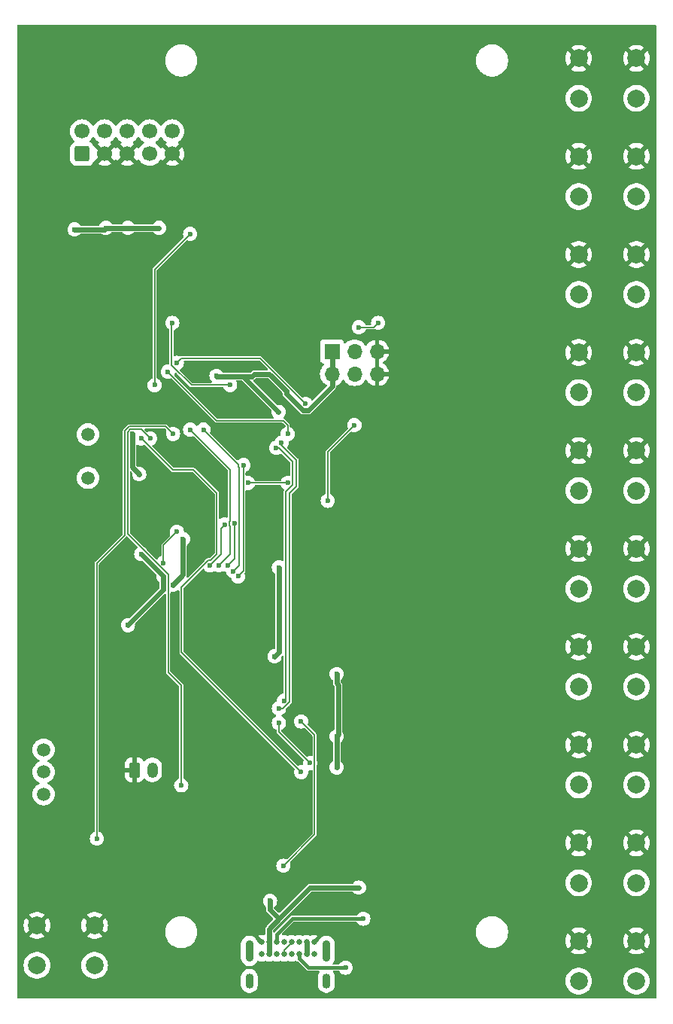
<source format=gbr>
%TF.GenerationSoftware,KiCad,Pcbnew,8.0.6*%
%TF.CreationDate,2024-10-29T14:36:32-05:00*%
%TF.ProjectId,tokenizer,746f6b65-6e69-47a6-9572-2e6b69636164,rev?*%
%TF.SameCoordinates,Original*%
%TF.FileFunction,Copper,L2,Bot*%
%TF.FilePolarity,Positive*%
%FSLAX46Y46*%
G04 Gerber Fmt 4.6, Leading zero omitted, Abs format (unit mm)*
G04 Created by KiCad (PCBNEW 8.0.6) date 2024-10-29 14:36:32*
%MOMM*%
%LPD*%
G01*
G04 APERTURE LIST*
G04 Aperture macros list*
%AMRoundRect*
0 Rectangle with rounded corners*
0 $1 Rounding radius*
0 $2 $3 $4 $5 $6 $7 $8 $9 X,Y pos of 4 corners*
0 Add a 4 corners polygon primitive as box body*
4,1,4,$2,$3,$4,$5,$6,$7,$8,$9,$2,$3,0*
0 Add four circle primitives for the rounded corners*
1,1,$1+$1,$2,$3*
1,1,$1+$1,$4,$5*
1,1,$1+$1,$6,$7*
1,1,$1+$1,$8,$9*
0 Add four rect primitives between the rounded corners*
20,1,$1+$1,$2,$3,$4,$5,0*
20,1,$1+$1,$4,$5,$6,$7,0*
20,1,$1+$1,$6,$7,$8,$9,0*
20,1,$1+$1,$8,$9,$2,$3,0*%
G04 Aperture macros list end*
%TA.AperFunction,ComponentPad*%
%ADD10C,2.000000*%
%TD*%
%TA.AperFunction,ComponentPad*%
%ADD11C,1.500000*%
%TD*%
%TA.AperFunction,ComponentPad*%
%ADD12R,1.700000X1.700000*%
%TD*%
%TA.AperFunction,ComponentPad*%
%ADD13O,1.700000X1.700000*%
%TD*%
%TA.AperFunction,ComponentPad*%
%ADD14RoundRect,0.250000X-0.350000X-0.625000X0.350000X-0.625000X0.350000X0.625000X-0.350000X0.625000X0*%
%TD*%
%TA.AperFunction,ComponentPad*%
%ADD15O,1.200000X1.750000*%
%TD*%
%TA.AperFunction,ComponentPad*%
%ADD16RoundRect,0.250000X0.600000X-0.600000X0.600000X0.600000X-0.600000X0.600000X-0.600000X-0.600000X0*%
%TD*%
%TA.AperFunction,ComponentPad*%
%ADD17C,1.700000*%
%TD*%
%TA.AperFunction,ComponentPad*%
%ADD18C,0.650000*%
%TD*%
%TA.AperFunction,ComponentPad*%
%ADD19O,0.900000X1.700000*%
%TD*%
%TA.AperFunction,ComponentPad*%
%ADD20O,0.900000X2.400000*%
%TD*%
%TA.AperFunction,ViaPad*%
%ADD21C,0.600000*%
%TD*%
%TA.AperFunction,Conductor*%
%ADD22C,0.400000*%
%TD*%
%TA.AperFunction,Conductor*%
%ADD23C,0.600000*%
%TD*%
%TA.AperFunction,Conductor*%
%ADD24C,0.200000*%
%TD*%
G04 APERTURE END LIST*
D10*
%TO.P,SW7,1,1*%
%TO.N,/BTN6*%
X116250000Y-90361115D03*
X109750000Y-90361115D03*
%TO.P,SW7,2,2*%
%TO.N,GND*%
X116250000Y-85861115D03*
X109750000Y-85861115D03*
%TD*%
%TO.P,SW4,1,1*%
%TO.N,/BTN3*%
X116250000Y-123444446D03*
X109750000Y-123444446D03*
%TO.P,SW4,2,2*%
%TO.N,GND*%
X116250000Y-118944446D03*
X109750000Y-118944446D03*
%TD*%
%TO.P,SW3,1,1*%
%TO.N,/BTN2*%
X116250000Y-134472223D03*
X109750000Y-134472223D03*
%TO.P,SW3,2,2*%
%TO.N,GND*%
X116250000Y-129972223D03*
X109750000Y-129972223D03*
%TD*%
%TO.P,SW2,1,1*%
%TO.N,/BTN1*%
X116250000Y-145500000D03*
X109750000Y-145500000D03*
%TO.P,SW2,2,2*%
%TO.N,GND*%
X116250000Y-141000000D03*
X109750000Y-141000000D03*
%TD*%
D11*
%TO.P,Y3,1,1*%
%TO.N,/OSC_IN*%
X54500000Y-84050000D03*
%TO.P,Y3,2,2*%
%TO.N,/OSC_OUT*%
X54500000Y-88930000D03*
%TD*%
D10*
%TO.P,SW11,1,1*%
%TO.N,/BTN10*%
X116250000Y-46250000D03*
X109750000Y-46250000D03*
%TO.P,SW11,2,2*%
%TO.N,GND*%
X116250000Y-41750000D03*
X109750000Y-41750000D03*
%TD*%
D12*
%TO.P,J4,1,Pin_1*%
%TO.N,+3V3*%
X81975000Y-74710000D03*
D13*
%TO.P,J4,2,Pin_2*%
X81975000Y-77250000D03*
%TO.P,J4,3,Pin_3*%
%TO.N,/BOOT0*%
X84515000Y-74710000D03*
%TO.P,J4,4,Pin_4*%
%TO.N,/BOOT1*%
X84515000Y-77250000D03*
%TO.P,J4,5,Pin_5*%
%TO.N,GND*%
X87055000Y-74710000D03*
%TO.P,J4,6,Pin_6*%
X87055000Y-77250000D03*
%TD*%
D10*
%TO.P,SW9,1,1*%
%TO.N,/BTN8*%
X116250000Y-68305561D03*
X109750000Y-68305561D03*
%TO.P,SW9,2,2*%
%TO.N,GND*%
X116250000Y-63805561D03*
X109750000Y-63805561D03*
%TD*%
D14*
%TO.P,J2,1,Pin_1*%
%TO.N,GND*%
X59739400Y-121773100D03*
D15*
%TO.P,J2,2,Pin_2*%
%TO.N,Net-(J2-Pin_2)*%
X61739400Y-121773100D03*
%TD*%
D11*
%TO.P,S1,1,NC*%
%TO.N,unconnected-(S1-NC-Pad1)*%
X49500000Y-119500000D03*
%TO.P,S1,2,COMM*%
%TO.N,Net-(Q1-EN)*%
X49500000Y-122000000D03*
%TO.P,S1,3,NO*%
%TO.N,/RegIn*%
X49500000Y-124500000D03*
%TD*%
D16*
%TO.P,J5,1,VTref*%
%TO.N,Net-(J5-VTref)*%
X53840000Y-52500000D03*
D17*
%TO.P,J5,2,SWDIO/TMS*%
%TO.N,/JTMS{slash}SWDIO*%
X53840000Y-49960000D03*
%TO.P,J5,3,GND*%
%TO.N,GND*%
X56380000Y-52500000D03*
%TO.P,J5,4,SWDCLK/TCK*%
%TO.N,/JTCK{slash}SWCLK*%
X56380000Y-49960000D03*
%TO.P,J5,5,GND*%
%TO.N,GND*%
X58920000Y-52500000D03*
%TO.P,J5,6,SWO/TDO*%
%TO.N,/JTDO{slash}TRACESWO*%
X58920000Y-49960000D03*
%TO.P,J5,7,KEY*%
%TO.N,unconnected-(J5-KEY-Pad7)*%
X61460000Y-52500000D03*
%TO.P,J5,8,NC/TDI*%
%TO.N,/JTDI*%
X61460000Y-49960000D03*
%TO.P,J5,9,GNDDetect*%
%TO.N,GND*%
X64000000Y-52500000D03*
%TO.P,J5,10,~{RESET}*%
%TO.N,/NRST*%
X64000000Y-49960000D03*
%TD*%
D18*
%TO.P,J1,A1,GND*%
%TO.N,GND*%
X74025000Y-141140000D03*
%TO.P,J1,A4,VBUS*%
%TO.N,+5V*%
X74875000Y-141140000D03*
%TO.P,J1,A5,CC1*%
%TO.N,Net-(J1-CC1)*%
X75725000Y-141140000D03*
%TO.P,J1,A6,DP1*%
%TO.N,Net-(J1-DP1)*%
X76575000Y-141140000D03*
%TO.P,J1,A7,DN1*%
%TO.N,Net-(J1-DN1)*%
X77425000Y-141140000D03*
%TO.P,J1,A8,SBU1*%
%TO.N,unconnected-(J1-SBU1-PadA8)*%
X78275000Y-141140000D03*
%TO.P,J1,A9,VBUS*%
%TO.N,+5V*%
X79125000Y-141140000D03*
%TO.P,J1,A12,GND*%
%TO.N,GND*%
X79975000Y-141140000D03*
%TO.P,J1,B1,GND*%
X79975000Y-142490000D03*
%TO.P,J1,B4,VBUS*%
%TO.N,+5V*%
X79125000Y-142490000D03*
%TO.P,J1,B5,CC2*%
%TO.N,Net-(J1-CC2)*%
X78275000Y-142490000D03*
%TO.P,J1,B6,DP2*%
%TO.N,Net-(J1-DP1)*%
X77425000Y-142490000D03*
%TO.P,J1,B7,DN2*%
%TO.N,Net-(J1-DN1)*%
X76575000Y-142490000D03*
%TO.P,J1,B8,SBU2*%
%TO.N,unconnected-(J1-SBU2-PadB8)*%
X75725000Y-142490000D03*
%TO.P,J1,B9,VBUS*%
%TO.N,+5V*%
X74875000Y-142490000D03*
%TO.P,J1,B12,GND*%
%TO.N,GND*%
X74025000Y-142490000D03*
D19*
%TO.P,J1,S1,SHELL*%
%TO.N,unconnected-(J1-SHELL-PadS1)_3*%
X72675000Y-145500000D03*
%TO.P,J1,S2,SHELL*%
%TO.N,unconnected-(J1-SHELL-PadS1)_2*%
X81325000Y-145500000D03*
D20*
%TO.P,J1,S3,SHELL*%
%TO.N,unconnected-(J1-SHELL-PadS1)*%
X72675000Y-142120000D03*
%TO.P,J1,S4,SHELL*%
%TO.N,unconnected-(J1-SHELL-PadS1)_1*%
X81325000Y-142120000D03*
%TD*%
D10*
%TO.P,SW10,1,1*%
%TO.N,/BTN9*%
X116250000Y-57277784D03*
X109750000Y-57277784D03*
%TO.P,SW10,2,2*%
%TO.N,GND*%
X116250000Y-52777784D03*
X109750000Y-52777784D03*
%TD*%
%TO.P,SW8,1,1*%
%TO.N,/BTN7*%
X116250000Y-79333338D03*
X109750000Y-79333338D03*
%TO.P,SW8,2,2*%
%TO.N,GND*%
X116250000Y-74833338D03*
X109750000Y-74833338D03*
%TD*%
%TO.P,SW5,1,1*%
%TO.N,/BTN4*%
X116250000Y-112416669D03*
X109750000Y-112416669D03*
%TO.P,SW5,2,2*%
%TO.N,GND*%
X116250000Y-107916669D03*
X109750000Y-107916669D03*
%TD*%
%TO.P,SW1,1,1*%
%TO.N,GND*%
X48750000Y-139250000D03*
X55250000Y-139250000D03*
%TO.P,SW1,2,2*%
%TO.N,/NRST*%
X48750000Y-143750000D03*
X55250000Y-143750000D03*
%TD*%
%TO.P,SW6,1,1*%
%TO.N,/BTN5*%
X116250000Y-101388892D03*
X109750000Y-101388892D03*
%TO.P,SW6,2,2*%
%TO.N,GND*%
X116250000Y-96888892D03*
X109750000Y-96888892D03*
%TD*%
D21*
%TO.N,GND*%
X56000000Y-67500000D03*
X102500000Y-108500000D03*
X93000000Y-57000000D03*
X85500000Y-64000000D03*
X71000000Y-132000000D03*
X105500000Y-126000000D03*
X77500000Y-69500000D03*
X66500000Y-104000000D03*
X70000000Y-120000000D03*
X82500000Y-139500000D03*
X105500000Y-69500000D03*
X77500000Y-120000000D03*
X67000000Y-87000000D03*
X72500000Y-76500000D03*
X75000000Y-98000000D03*
X87500000Y-89500000D03*
X88000000Y-124500000D03*
X96500000Y-137000000D03*
X55000000Y-95500000D03*
X57500000Y-109500000D03*
X49500000Y-69500000D03*
X60500000Y-76500000D03*
X66000000Y-107500000D03*
X61500000Y-111000000D03*
X90000000Y-94000000D03*
X60500000Y-108500000D03*
X67500000Y-146000000D03*
X76500000Y-66000000D03*
X95500000Y-85000000D03*
X91000000Y-144500000D03*
X105500000Y-55500000D03*
X49500000Y-131500000D03*
X98000000Y-116500000D03*
X80000000Y-145000000D03*
X99500000Y-60500000D03*
X51500000Y-137500000D03*
X59000000Y-124500000D03*
X89000000Y-86000000D03*
X69500000Y-106500000D03*
X62000000Y-132000000D03*
X64500000Y-143000000D03*
X82500000Y-99000000D03*
X73000000Y-49000000D03*
X96000000Y-41500000D03*
X82000000Y-109500000D03*
X66500000Y-136500000D03*
X106000000Y-60500000D03*
X94500000Y-46000000D03*
X71500000Y-85500000D03*
X90000000Y-131000000D03*
X50500000Y-57000000D03*
X73500000Y-43500000D03*
X103000000Y-61500000D03*
X102000000Y-45000000D03*
X95000000Y-52000000D03*
X81000000Y-58500000D03*
X70500000Y-143500000D03*
X94500000Y-80500000D03*
X74000000Y-144000000D03*
X117000000Y-116000000D03*
X54500000Y-134500000D03*
X102500000Y-131000000D03*
X103000000Y-89500000D03*
X66500000Y-96500000D03*
X67000000Y-67000000D03*
X60500000Y-102000000D03*
X57500000Y-45000000D03*
X68500000Y-88000000D03*
X102000000Y-94000000D03*
X77000000Y-145000000D03*
X103000000Y-84000000D03*
X73500000Y-95000000D03*
X49500000Y-99000000D03*
X98500000Y-105000000D03*
X72000000Y-79000000D03*
X64500000Y-107500000D03*
X49500000Y-93000000D03*
X106000000Y-87000000D03*
X77500000Y-117500000D03*
X49000000Y-78500000D03*
X71000000Y-84000000D03*
X64000000Y-57000000D03*
X99500000Y-82000000D03*
X58500000Y-67500000D03*
X51000000Y-74000000D03*
X64000000Y-127500000D03*
X73369700Y-126223100D03*
X77500000Y-81500000D03*
X81000000Y-137000000D03*
X88000000Y-105000000D03*
X78000000Y-77500000D03*
X59500000Y-101000000D03*
X82500000Y-53000000D03*
X52000000Y-43000000D03*
X73000000Y-124000000D03*
X58806990Y-96640618D03*
X61000000Y-115000000D03*
X76500000Y-52500000D03*
X53500000Y-124000000D03*
X87500000Y-47500000D03*
X80000000Y-89500000D03*
X72000000Y-63000000D03*
X54500000Y-74500000D03*
X74500000Y-78000000D03*
X99500000Y-86500000D03*
X106500000Y-76000000D03*
X86000000Y-56500000D03*
X65500000Y-87500000D03*
X54000000Y-116000000D03*
X102000000Y-144500000D03*
X74000000Y-81500000D03*
X82000000Y-115500000D03*
X91500000Y-110500000D03*
X96000000Y-67500000D03*
X89500000Y-119000000D03*
X104500000Y-79500000D03*
X67000000Y-89500000D03*
X71500000Y-70000000D03*
X56000000Y-78000000D03*
X68000000Y-97550000D03*
X94000000Y-72500000D03*
X100500000Y-67000000D03*
X59000000Y-55000000D03*
X67500000Y-74000000D03*
X95500000Y-99500000D03*
X50500000Y-109500000D03*
X65500000Y-91027000D03*
X53000000Y-103000000D03*
X106500000Y-115500000D03*
X73500000Y-114500000D03*
X62500000Y-81000000D03*
X79500000Y-45500000D03*
X72000000Y-84000000D03*
X99500000Y-75000000D03*
X117000000Y-138000000D03*
X74000000Y-120000000D03*
%TO.N,+5V*%
X85000000Y-135000000D03*
X75000000Y-136500000D03*
%TO.N,+3V3*%
X59000000Y-105500000D03*
X82500000Y-118000000D03*
X75950000Y-81500000D03*
X65198382Y-95801619D03*
X56500000Y-60825000D03*
X53000000Y-61000000D03*
X59500000Y-84000000D03*
X59000000Y-60825000D03*
X64054000Y-100975000D03*
X75500000Y-109000000D03*
X63000000Y-100000000D03*
X82500000Y-121500000D03*
X60275000Y-88500000D03*
X60500000Y-97500000D03*
X68961149Y-77461149D03*
X82500000Y-111000000D03*
X76000000Y-99000000D03*
X62500000Y-60825000D03*
%TO.N,/NRST*%
X62000000Y-78500000D03*
X66000000Y-61500000D03*
%TO.N,Net-(J1-DN1)*%
X78500000Y-116325000D03*
X76500000Y-132550000D03*
%TO.N,Net-(J1-DP1)*%
X76000000Y-116500000D03*
X79500000Y-121000000D03*
%TO.N,Net-(J1-CC2)*%
X83500000Y-144000000D03*
%TO.N,Net-(J1-CC1)*%
X85500000Y-138500000D03*
%TO.N,/LCD_CS*%
X64500000Y-95000000D03*
X63000000Y-98500000D03*
%TO.N,/CTP_INT*%
X67500000Y-83500000D03*
X70850000Y-99419051D03*
%TO.N,/CTP_RST*%
X69250000Y-98750000D03*
X66000000Y-83500000D03*
%TO.N,/CTP_SDA*%
X70250000Y-98750000D03*
X70973000Y-94073000D03*
%TO.N,/CTP_SCL*%
X69919000Y-94182621D03*
X68250000Y-98750000D03*
%TO.N,/SD_CS*%
X71400000Y-100000000D03*
X72000000Y-87500000D03*
%TO.N,/BOOT0*%
X87175000Y-71500000D03*
X85000000Y-72000000D03*
%TO.N,/BOOT1*%
X81500000Y-91500000D03*
X84500000Y-83000000D03*
%TO.N,/JTDO{slash}TRACESWO*%
X70500000Y-78500000D03*
X64000000Y-71500000D03*
%TO.N,/JTMS{slash}SWDIO*%
X63500000Y-77000000D03*
X77000000Y-84000000D03*
%TO.N,/JTCK{slash}SWCLK*%
X79000000Y-80600000D03*
X64500000Y-76000000D03*
%TO.N,/D+*%
X76000000Y-114850000D03*
X76300521Y-84963978D03*
%TO.N,/D-*%
X76575000Y-114000000D03*
X75699479Y-85565020D03*
%TO.N,/BTN6*%
X72527000Y-89500000D03*
X77000000Y-89500000D03*
%TO.N,/STAT2*%
X65000000Y-123500000D03*
X61500000Y-84500000D03*
%TO.N,/CHARGEENABLE*%
X64078063Y-83985703D03*
X55500000Y-129500000D03*
%TO.N,/STAT1*%
X78500000Y-122000000D03*
X60500000Y-84500000D03*
%TD*%
D22*
%TO.N,GND*%
X65500000Y-91000000D02*
X67000000Y-89500000D01*
X65500000Y-91027000D02*
X65500000Y-91000000D01*
D23*
%TO.N,+5V*%
X76000000Y-138500000D02*
X79500000Y-135000000D01*
X74875000Y-141140000D02*
X74875000Y-139652691D01*
X75000000Y-137500000D02*
X76000000Y-138500000D01*
X79125000Y-142490000D02*
X79125000Y-141140000D01*
X74875000Y-142490000D02*
X74875000Y-141140000D01*
X74875000Y-139652691D02*
X76013846Y-138513845D01*
X79500000Y-135000000D02*
X85000000Y-135000000D01*
X75000000Y-136500000D02*
X75000000Y-137500000D01*
%TO.N,+3V3*%
X76000000Y-99000000D02*
X76000000Y-108500000D01*
X71950000Y-77500000D02*
X75950000Y-81500000D01*
X56500000Y-60825000D02*
X59000000Y-60825000D01*
X82500000Y-121500000D02*
X82500000Y-118000000D01*
X78698866Y-81327000D02*
X79301134Y-81327000D01*
X63000000Y-101500000D02*
X63000000Y-100000000D01*
X68961149Y-77461149D02*
X69000000Y-77500000D01*
X79301134Y-81327000D02*
X81975000Y-78653134D01*
X59500000Y-87725000D02*
X60275000Y-88500000D01*
X76827355Y-79172645D02*
X76827355Y-79455489D01*
X73000000Y-77500000D02*
X73227000Y-77273000D01*
X69000000Y-77500000D02*
X71950000Y-77500000D01*
X82500000Y-112000000D02*
X82727000Y-112227000D01*
X63000000Y-100000000D02*
X60500000Y-97500000D01*
X59500000Y-84000000D02*
X59500000Y-87725000D01*
X59000000Y-105500000D02*
X63000000Y-101500000D01*
X53000000Y-61000000D02*
X56325000Y-61000000D01*
X73227000Y-77273000D02*
X74927710Y-77273000D01*
X65198382Y-99830618D02*
X64054000Y-100975000D01*
X82727000Y-117773000D02*
X82500000Y-118000000D01*
X81975000Y-77250000D02*
X81975000Y-74710000D01*
X59000000Y-60825000D02*
X62500000Y-60825000D01*
X74927710Y-77273000D02*
X76827355Y-79172645D01*
X56325000Y-61000000D02*
X56500000Y-60825000D01*
X76000000Y-108500000D02*
X75500000Y-109000000D01*
X71950000Y-77500000D02*
X73000000Y-77500000D01*
X65198382Y-95801619D02*
X65198382Y-99830618D01*
X82500000Y-111000000D02*
X82500000Y-112000000D01*
X81975000Y-78653134D02*
X81975000Y-77250000D01*
X76827355Y-79455489D02*
X78698866Y-81327000D01*
X82727000Y-112227000D02*
X82727000Y-117773000D01*
D24*
%TO.N,/NRST*%
X62000000Y-78500000D02*
X62000000Y-65500000D01*
X62000000Y-65500000D02*
X66000000Y-61500000D01*
%TO.N,Net-(J1-DN1)*%
X76575000Y-142490000D02*
X76575000Y-142030955D01*
X77425000Y-141180955D02*
X77425000Y-141140000D01*
X80027000Y-129023000D02*
X80027000Y-117852000D01*
X76500000Y-132550000D02*
X80027000Y-129023000D01*
X76575000Y-142030955D02*
X77425000Y-141180955D01*
X80027000Y-117852000D02*
X78500000Y-116325000D01*
%TO.N,Net-(J1-DP1)*%
X79500000Y-121000000D02*
X76000000Y-117500000D01*
X76000000Y-117500000D02*
X76000000Y-116500000D01*
D22*
%TO.N,Net-(J1-CC2)*%
X78275000Y-142490000D02*
X78275000Y-142949619D01*
X78275000Y-142949619D02*
X79325381Y-144000000D01*
X79325381Y-144000000D02*
X83500000Y-144000000D01*
%TO.N,Net-(J1-CC1)*%
X75725000Y-141140000D02*
X75725000Y-140275000D01*
X77500000Y-138500000D02*
X85500000Y-138500000D01*
X75725000Y-140275000D02*
X77500000Y-138500000D01*
D24*
%TO.N,/LCD_CS*%
X63000000Y-98500000D02*
X63000000Y-96500000D01*
X63000000Y-96500000D02*
X64500000Y-95000000D01*
%TO.N,/CTP_INT*%
X70850000Y-99419051D02*
X71500000Y-98769051D01*
X71473000Y-87473000D02*
X67500000Y-83500000D01*
X71500000Y-98769051D02*
X71500000Y-87745291D01*
X71500000Y-87745291D02*
X71473000Y-87718291D01*
X71473000Y-87718291D02*
X71473000Y-87473000D01*
%TO.N,/CTP_RST*%
X70500000Y-93800709D02*
X70500000Y-88000000D01*
X70500000Y-94345291D02*
X70446000Y-94291291D01*
X70446000Y-93854709D02*
X70500000Y-93800709D01*
X70500000Y-97500000D02*
X70500000Y-94345291D01*
X70446000Y-94291291D02*
X70446000Y-93854709D01*
X69250000Y-98750000D02*
X70500000Y-97500000D01*
X70500000Y-88000000D02*
X66000000Y-83500000D01*
%TO.N,/CTP_SDA*%
X70973000Y-94073000D02*
X70973000Y-98027000D01*
X70973000Y-98027000D02*
X70250000Y-98750000D01*
%TO.N,/CTP_SCL*%
X69500000Y-97500000D02*
X68250000Y-98750000D01*
X69500000Y-94601621D02*
X69500000Y-97500000D01*
X69919000Y-94182621D02*
X69500000Y-94601621D01*
%TO.N,/SD_CS*%
X72000000Y-99400000D02*
X72000000Y-87500000D01*
X71400000Y-100000000D02*
X72000000Y-99400000D01*
%TO.N,/BOOT0*%
X85000000Y-72000000D02*
X86675000Y-72000000D01*
X86675000Y-72000000D02*
X87175000Y-71500000D01*
%TO.N,/BOOT1*%
X81500000Y-91500000D02*
X81500000Y-86000000D01*
X81500000Y-86000000D02*
X84500000Y-83000000D01*
%TO.N,/JTDO{slash}TRACESWO*%
X63900000Y-76248529D02*
X66151471Y-78500000D01*
X64000000Y-71500000D02*
X63900000Y-71600000D01*
X63900000Y-71600000D02*
X63900000Y-76248529D01*
X66151471Y-78500000D02*
X70500000Y-78500000D01*
%TO.N,/JTMS{slash}SWDIO*%
X76500000Y-82500000D02*
X77000000Y-83000000D01*
X77000000Y-83000000D02*
X77000000Y-84000000D01*
X63500000Y-77000000D02*
X69000000Y-82500000D01*
X69000000Y-82500000D02*
X76500000Y-82500000D01*
%TO.N,/JTCK{slash}SWCLK*%
X64500000Y-76000000D02*
X65000000Y-75500000D01*
X73900000Y-75500000D02*
X79000000Y-80600000D01*
X65000000Y-75500000D02*
X73900000Y-75500000D01*
%TO.N,/D+*%
X76300521Y-84963978D02*
X76300521Y-85246821D01*
X77225001Y-114095290D02*
X76470291Y-114850000D01*
X77976980Y-86923280D02*
X77976980Y-89904679D01*
X76300521Y-85246821D02*
X77976980Y-86923280D01*
X77225001Y-90656658D02*
X77225001Y-114095290D01*
X76470291Y-114850000D02*
X76000000Y-114850000D01*
X77976980Y-89904679D02*
X77225001Y-90656658D01*
%TO.N,/D-*%
X77527000Y-89718291D02*
X76774999Y-90470292D01*
X75699479Y-85565020D02*
X75982322Y-85565020D01*
X75982322Y-85565020D02*
X77527000Y-87109698D01*
X76774999Y-90470292D02*
X76774999Y-113800001D01*
X77527000Y-87109698D02*
X77527000Y-89718291D01*
X76774999Y-113800001D02*
X76575000Y-114000000D01*
%TO.N,/BTN6*%
X77000000Y-89500000D02*
X72527000Y-89500000D01*
%TO.N,/STAT2*%
X58973000Y-95227710D02*
X58973000Y-83781709D01*
X59281709Y-83473000D02*
X60473000Y-83473000D01*
X63527000Y-99781710D02*
X58973000Y-95227710D01*
X63527000Y-110772290D02*
X63527000Y-99781710D01*
X60473000Y-83473000D02*
X61500000Y-84500000D01*
X65000000Y-112245290D02*
X63527000Y-110772290D01*
X65000000Y-123500000D02*
X65000000Y-112245290D01*
X58973000Y-83781709D02*
X59281709Y-83473000D01*
%TO.N,/CHARGEENABLE*%
X59146261Y-83146000D02*
X63238360Y-83146000D01*
X55500000Y-98509158D02*
X58646000Y-95363158D01*
X58646000Y-95363158D02*
X58646000Y-83646261D01*
X58646000Y-83646261D02*
X59146261Y-83146000D01*
X55500000Y-129500000D02*
X55500000Y-98509158D01*
X63238360Y-83146000D02*
X64078063Y-83985703D01*
%TO.N,/STAT1*%
X69000000Y-97500000D02*
X69000000Y-90636146D01*
X68031709Y-98223000D02*
X68277000Y-98223000D01*
X65027000Y-108527000D02*
X65027000Y-101227709D01*
X66390854Y-88027000D02*
X64027000Y-88027000D01*
X69000000Y-90636146D02*
X66390854Y-88027000D01*
X64027000Y-88027000D02*
X60500000Y-84500000D01*
X65027000Y-101227709D02*
X68031709Y-98223000D01*
X78500000Y-122000000D02*
X65027000Y-108527000D01*
X68277000Y-98223000D02*
X69000000Y-97500000D01*
%TD*%
%TA.AperFunction,Conductor*%
%TO.N,GND*%
G36*
X76210570Y-89747185D02*
G01*
X76256325Y-89799989D01*
X76260573Y-89810546D01*
X76274211Y-89849523D01*
X76337303Y-89949932D01*
X76370184Y-90002262D01*
X76497738Y-90129816D01*
X76548779Y-90161887D01*
X76595070Y-90214222D01*
X76605718Y-90283275D01*
X76585915Y-90335763D01*
X76582137Y-90341417D01*
X76547499Y-90425038D01*
X76547499Y-98174246D01*
X76527814Y-98241285D01*
X76475010Y-98287040D01*
X76405852Y-98296984D01*
X76357530Y-98279242D01*
X76349523Y-98274211D01*
X76179254Y-98214631D01*
X76179249Y-98214630D01*
X76000004Y-98194435D01*
X75999996Y-98194435D01*
X75820750Y-98214630D01*
X75820745Y-98214631D01*
X75650476Y-98274211D01*
X75497737Y-98370184D01*
X75370184Y-98497737D01*
X75274211Y-98650476D01*
X75214631Y-98820745D01*
X75214630Y-98820750D01*
X75194435Y-98999996D01*
X75194435Y-99000003D01*
X75214630Y-99179249D01*
X75214631Y-99179254D01*
X75274211Y-99349523D01*
X75334363Y-99445253D01*
X75370184Y-99502262D01*
X75497738Y-99629816D01*
X75514473Y-99640331D01*
X75560762Y-99692663D01*
X75572500Y-99745324D01*
X75572500Y-108075452D01*
X75552815Y-108142491D01*
X75500011Y-108188246D01*
X75462384Y-108198672D01*
X75320749Y-108214630D01*
X75320745Y-108214631D01*
X75150476Y-108274211D01*
X74997737Y-108370184D01*
X74870184Y-108497737D01*
X74774211Y-108650476D01*
X74714631Y-108820745D01*
X74714630Y-108820750D01*
X74694435Y-108999996D01*
X74694435Y-109000003D01*
X74714630Y-109179249D01*
X74714631Y-109179254D01*
X74774211Y-109349523D01*
X74790692Y-109375752D01*
X74870184Y-109502262D01*
X74997738Y-109629816D01*
X75150478Y-109725789D01*
X75320745Y-109785368D01*
X75320750Y-109785369D01*
X75499996Y-109805565D01*
X75500000Y-109805565D01*
X75500004Y-109805565D01*
X75679249Y-109785369D01*
X75679252Y-109785368D01*
X75679255Y-109785368D01*
X75849522Y-109725789D01*
X76002262Y-109629816D01*
X76129816Y-109502262D01*
X76225789Y-109349522D01*
X76285368Y-109179255D01*
X76289760Y-109140278D01*
X76300279Y-109046919D01*
X76327345Y-108982505D01*
X76384940Y-108942950D01*
X76454777Y-108940812D01*
X76514683Y-108976770D01*
X76545639Y-109039408D01*
X76547499Y-109060802D01*
X76547499Y-113086719D01*
X76527814Y-113153758D01*
X76475010Y-113199513D01*
X76437385Y-113209939D01*
X76395750Y-113214630D01*
X76225478Y-113274210D01*
X76072737Y-113370184D01*
X75945184Y-113497737D01*
X75849211Y-113650476D01*
X75789631Y-113820745D01*
X75789630Y-113820750D01*
X75768655Y-114006919D01*
X75765909Y-114006609D01*
X75749750Y-114061642D01*
X75696946Y-114107397D01*
X75686392Y-114111644D01*
X75650474Y-114124212D01*
X75497737Y-114220184D01*
X75370184Y-114347737D01*
X75274211Y-114500476D01*
X75214631Y-114670745D01*
X75214630Y-114670750D01*
X75194435Y-114849996D01*
X75194435Y-114850003D01*
X75214630Y-115029249D01*
X75214631Y-115029254D01*
X75274211Y-115199523D01*
X75370184Y-115352262D01*
X75497738Y-115479816D01*
X75560791Y-115519435D01*
X75641274Y-115570006D01*
X75687565Y-115622341D01*
X75698213Y-115691395D01*
X75669838Y-115755243D01*
X75641274Y-115779994D01*
X75497737Y-115870184D01*
X75370184Y-115997737D01*
X75274211Y-116150476D01*
X75214631Y-116320745D01*
X75214630Y-116320750D01*
X75194435Y-116499996D01*
X75194435Y-116500003D01*
X75214630Y-116679249D01*
X75214631Y-116679254D01*
X75274211Y-116849523D01*
X75370184Y-117002262D01*
X75497738Y-117129816D01*
X75650478Y-117225789D01*
X75689454Y-117239427D01*
X75746230Y-117280149D01*
X75771978Y-117345101D01*
X75772500Y-117356469D01*
X75772500Y-117454747D01*
X75772500Y-117545253D01*
X75781619Y-117567269D01*
X75807136Y-117628870D01*
X78733252Y-120554985D01*
X78766737Y-120616308D01*
X78762613Y-120683620D01*
X78714632Y-120820742D01*
X78714630Y-120820750D01*
X78694435Y-120999996D01*
X78694435Y-121000004D01*
X78701714Y-121064611D01*
X78689659Y-121133433D01*
X78642310Y-121184812D01*
X78574699Y-121202436D01*
X78564611Y-121201714D01*
X78500004Y-121194435D01*
X78499996Y-121194435D01*
X78320750Y-121214630D01*
X78320742Y-121214632D01*
X78183620Y-121262613D01*
X78113841Y-121266174D01*
X78054985Y-121233252D01*
X65290819Y-108469086D01*
X65257334Y-108407763D01*
X65254500Y-108381405D01*
X65254500Y-101373303D01*
X65274185Y-101306264D01*
X65290814Y-101285627D01*
X67396015Y-99180425D01*
X67457336Y-99146942D01*
X67527028Y-99151926D01*
X67582961Y-99193798D01*
X67588684Y-99202131D01*
X67620184Y-99252262D01*
X67747738Y-99379816D01*
X67815973Y-99422691D01*
X67900474Y-99475787D01*
X67900478Y-99475789D01*
X67983801Y-99504945D01*
X68070745Y-99535368D01*
X68070750Y-99535369D01*
X68249996Y-99555565D01*
X68250000Y-99555565D01*
X68250004Y-99555565D01*
X68429249Y-99535369D01*
X68429252Y-99535368D01*
X68429255Y-99535368D01*
X68599522Y-99475789D01*
X68599526Y-99475787D01*
X68684027Y-99422691D01*
X68751264Y-99403690D01*
X68815973Y-99422691D01*
X68900475Y-99475788D01*
X69070745Y-99535368D01*
X69070750Y-99535369D01*
X69249996Y-99555565D01*
X69250000Y-99555565D01*
X69250004Y-99555565D01*
X69429249Y-99535369D01*
X69429252Y-99535368D01*
X69429255Y-99535368D01*
X69599522Y-99475789D01*
X69599526Y-99475787D01*
X69684027Y-99422691D01*
X69751264Y-99403690D01*
X69815973Y-99422691D01*
X69900478Y-99475789D01*
X69971307Y-99500572D01*
X69983802Y-99504945D01*
X70040578Y-99545667D01*
X70063738Y-99594388D01*
X70064631Y-99598302D01*
X70064632Y-99598306D01*
X70094485Y-99683622D01*
X70124210Y-99768572D01*
X70193410Y-99878702D01*
X70220184Y-99921313D01*
X70347738Y-100048867D01*
X70358360Y-100055541D01*
X70486827Y-100136263D01*
X70500478Y-100144840D01*
X70560471Y-100165832D01*
X70617247Y-100206554D01*
X70636558Y-100241918D01*
X70674211Y-100349523D01*
X70674212Y-100349524D01*
X70770184Y-100502262D01*
X70897738Y-100629816D01*
X71050478Y-100725789D01*
X71106306Y-100745324D01*
X71220745Y-100785368D01*
X71220750Y-100785369D01*
X71399996Y-100805565D01*
X71400000Y-100805565D01*
X71400004Y-100805565D01*
X71579249Y-100785369D01*
X71579252Y-100785368D01*
X71579255Y-100785368D01*
X71749522Y-100725789D01*
X71902262Y-100629816D01*
X72029816Y-100502262D01*
X72125789Y-100349522D01*
X72185368Y-100179255D01*
X72185369Y-100179249D01*
X72205565Y-100000003D01*
X72205565Y-99999996D01*
X72185369Y-99820750D01*
X72185366Y-99820737D01*
X72137387Y-99683622D01*
X72133825Y-99613843D01*
X72166747Y-99554985D01*
X72192865Y-99528868D01*
X72227500Y-99445253D01*
X72227500Y-90410576D01*
X72247185Y-90343537D01*
X72299989Y-90297782D01*
X72365383Y-90287356D01*
X72526996Y-90305565D01*
X72527000Y-90305565D01*
X72527004Y-90305565D01*
X72706249Y-90285369D01*
X72706252Y-90285368D01*
X72706255Y-90285368D01*
X72876522Y-90225789D01*
X73029262Y-90129816D01*
X73156816Y-90002262D01*
X73252789Y-89849522D01*
X73266427Y-89810545D01*
X73307149Y-89753770D01*
X73372101Y-89728022D01*
X73383469Y-89727500D01*
X76143531Y-89727500D01*
X76210570Y-89747185D01*
G37*
%TD.AperFunction*%
%TA.AperFunction,Conductor*%
G36*
X60117472Y-85205051D02*
G01*
X60150473Y-85225787D01*
X60150477Y-85225788D01*
X60150478Y-85225789D01*
X60320742Y-85285367D01*
X60320745Y-85285368D01*
X60320750Y-85285369D01*
X60499996Y-85305565D01*
X60500000Y-85305565D01*
X60500004Y-85305565D01*
X60679249Y-85285369D01*
X60679252Y-85285368D01*
X60679255Y-85285368D01*
X60679256Y-85285367D01*
X60679259Y-85285367D01*
X60711749Y-85273997D01*
X60816380Y-85237385D01*
X60886155Y-85233823D01*
X60945013Y-85266746D01*
X63834135Y-88155868D01*
X63898132Y-88219865D01*
X63981747Y-88254500D01*
X66245259Y-88254500D01*
X66312298Y-88274185D01*
X66332940Y-88290819D01*
X68736181Y-90694060D01*
X68769666Y-90755383D01*
X68772500Y-90781741D01*
X68772500Y-97354404D01*
X68752815Y-97421443D01*
X68736181Y-97442085D01*
X68262460Y-97915806D01*
X68201137Y-97949291D01*
X68188663Y-97951345D01*
X68070750Y-97964630D01*
X67900478Y-98024210D01*
X67747737Y-98120184D01*
X67620184Y-98247737D01*
X67520507Y-98406373D01*
X67519705Y-98405869D01*
X67501615Y-98431359D01*
X65796711Y-100136263D01*
X65735388Y-100169748D01*
X65665696Y-100164764D01*
X65609763Y-100122892D01*
X65585346Y-100057428D01*
X65594471Y-100001124D01*
X65596744Y-99995634D01*
X65596749Y-99995627D01*
X65625882Y-99886899D01*
X65625882Y-99774336D01*
X65625882Y-96546943D01*
X65645567Y-96479904D01*
X65683908Y-96441950D01*
X65700644Y-96431435D01*
X65828198Y-96303881D01*
X65924171Y-96151141D01*
X65983750Y-95980874D01*
X65994172Y-95888379D01*
X66003947Y-95801622D01*
X66003947Y-95801615D01*
X65983751Y-95622369D01*
X65983750Y-95622364D01*
X65945428Y-95512847D01*
X65924171Y-95452097D01*
X65828198Y-95299357D01*
X65700644Y-95171803D01*
X65639647Y-95133476D01*
X65547903Y-95075829D01*
X65468212Y-95047944D01*
X65378052Y-95016396D01*
X65321279Y-94975676D01*
X65295789Y-94913238D01*
X65294963Y-94905910D01*
X65287705Y-94841486D01*
X65285369Y-94820750D01*
X65285368Y-94820745D01*
X65283810Y-94816292D01*
X65225789Y-94650478D01*
X65129816Y-94497738D01*
X65002262Y-94370184D01*
X64849523Y-94274211D01*
X64679254Y-94214631D01*
X64679249Y-94214630D01*
X64500004Y-94194435D01*
X64499996Y-94194435D01*
X64320750Y-94214630D01*
X64320745Y-94214631D01*
X64150476Y-94274211D01*
X63997737Y-94370184D01*
X63870184Y-94497737D01*
X63774211Y-94650476D01*
X63714631Y-94820745D01*
X63714630Y-94820750D01*
X63694435Y-94999996D01*
X63694435Y-95000003D01*
X63714630Y-95179249D01*
X63714631Y-95179254D01*
X63762613Y-95316377D01*
X63766174Y-95386156D01*
X63733252Y-95445013D01*
X63027126Y-96151141D01*
X62871132Y-96307135D01*
X62807135Y-96371132D01*
X62804964Y-96376374D01*
X62772500Y-96454746D01*
X62772500Y-97643531D01*
X62752815Y-97710570D01*
X62700011Y-97756325D01*
X62689455Y-97760572D01*
X62650479Y-97774210D01*
X62650475Y-97774212D01*
X62497737Y-97870184D01*
X62370184Y-97997737D01*
X62370182Y-97997740D01*
X62335053Y-98053647D01*
X62282718Y-98099938D01*
X62213664Y-98110585D01*
X62149816Y-98082209D01*
X62142379Y-98075355D01*
X61248386Y-97181363D01*
X61230300Y-97155869D01*
X61229495Y-97156376D01*
X61129815Y-96997737D01*
X61002262Y-96870184D01*
X60843626Y-96770506D01*
X60844130Y-96769702D01*
X60818636Y-96751613D01*
X59236819Y-95169795D01*
X59203334Y-95108472D01*
X59200500Y-95082114D01*
X59200500Y-88329438D01*
X59220185Y-88262399D01*
X59272989Y-88216644D01*
X59342147Y-88206700D01*
X59405703Y-88235725D01*
X59412181Y-88241757D01*
X59447562Y-88277138D01*
X59481047Y-88338461D01*
X59483101Y-88378702D01*
X59469435Y-88499996D01*
X59469435Y-88500003D01*
X59489630Y-88679249D01*
X59489631Y-88679254D01*
X59549211Y-88849523D01*
X59599780Y-88930002D01*
X59645184Y-89002262D01*
X59772738Y-89129816D01*
X59863080Y-89186582D01*
X59884452Y-89200011D01*
X59925478Y-89225789D01*
X60095745Y-89285368D01*
X60095750Y-89285369D01*
X60274996Y-89305565D01*
X60275000Y-89305565D01*
X60275004Y-89305565D01*
X60454249Y-89285369D01*
X60454252Y-89285368D01*
X60454255Y-89285368D01*
X60624522Y-89225789D01*
X60777262Y-89129816D01*
X60904816Y-89002262D01*
X61000789Y-88849522D01*
X61060368Y-88679255D01*
X61063299Y-88653240D01*
X61080565Y-88500003D01*
X61080565Y-88499996D01*
X61060369Y-88320750D01*
X61060368Y-88320745D01*
X61059969Y-88319606D01*
X61000789Y-88150478D01*
X60983599Y-88123121D01*
X60925135Y-88030076D01*
X60904816Y-87997738D01*
X60777262Y-87870184D01*
X60744379Y-87849522D01*
X60624523Y-87774211D01*
X60454254Y-87714631D01*
X60454249Y-87714630D01*
X60275004Y-87694435D01*
X60274996Y-87694435D01*
X60153702Y-87708101D01*
X60084880Y-87696046D01*
X60052138Y-87672562D01*
X59963819Y-87584243D01*
X59930334Y-87522920D01*
X59927500Y-87496562D01*
X59927500Y-85310044D01*
X59947185Y-85243005D01*
X59999989Y-85197250D01*
X60069147Y-85187306D01*
X60117472Y-85205051D01*
G37*
%TD.AperFunction*%
%TA.AperFunction,Conductor*%
G36*
X64452392Y-77130800D02*
G01*
X64482877Y-77153139D01*
X65257237Y-77927500D01*
X66022603Y-78692866D01*
X66022605Y-78692868D01*
X66087272Y-78719652D01*
X66106218Y-78727500D01*
X69643531Y-78727500D01*
X69710570Y-78747185D01*
X69756325Y-78799989D01*
X69760571Y-78810542D01*
X69765243Y-78823893D01*
X69774211Y-78849523D01*
X69870184Y-79002262D01*
X69997738Y-79129816D01*
X70150478Y-79225789D01*
X70300866Y-79278412D01*
X70320745Y-79285368D01*
X70320750Y-79285369D01*
X70499996Y-79305565D01*
X70500000Y-79305565D01*
X70500004Y-79305565D01*
X70679249Y-79285369D01*
X70679252Y-79285368D01*
X70679255Y-79285368D01*
X70849522Y-79225789D01*
X71002262Y-79129816D01*
X71129816Y-79002262D01*
X71225789Y-78849522D01*
X71285368Y-78679255D01*
X71291415Y-78625590D01*
X71305565Y-78500003D01*
X71305565Y-78499996D01*
X71285369Y-78320750D01*
X71285368Y-78320745D01*
X71274083Y-78288495D01*
X71225789Y-78150478D01*
X71225788Y-78150476D01*
X71225787Y-78150473D01*
X71205051Y-78117472D01*
X71186050Y-78050236D01*
X71206417Y-77983401D01*
X71259685Y-77938186D01*
X71310044Y-77927500D01*
X71721562Y-77927500D01*
X71788601Y-77947185D01*
X71809243Y-77963819D01*
X75122562Y-81277139D01*
X75156047Y-81338462D01*
X75158101Y-81378703D01*
X75144435Y-81499996D01*
X75144435Y-81500003D01*
X75164630Y-81679249D01*
X75164631Y-81679254D01*
X75224211Y-81849523D01*
X75320184Y-82002262D01*
X75378741Y-82060819D01*
X75412226Y-82122142D01*
X75407242Y-82191834D01*
X75365370Y-82247767D01*
X75299906Y-82272184D01*
X75291060Y-82272500D01*
X69145596Y-82272500D01*
X69078557Y-82252815D01*
X69057915Y-82236181D01*
X66684347Y-79862613D01*
X64266745Y-77445012D01*
X64233261Y-77383690D01*
X64237385Y-77316380D01*
X64278156Y-77199864D01*
X64318878Y-77143090D01*
X64383831Y-77117343D01*
X64452392Y-77130800D01*
G37*
%TD.AperFunction*%
%TA.AperFunction,Conductor*%
G36*
X73821444Y-75747185D02*
G01*
X73842086Y-75763819D01*
X74712086Y-76633819D01*
X74745571Y-76695142D01*
X74740587Y-76764834D01*
X74698715Y-76820767D01*
X74633251Y-76845184D01*
X74624405Y-76845500D01*
X73170719Y-76845500D01*
X73061989Y-76874633D01*
X72964509Y-76930915D01*
X72964506Y-76930917D01*
X72859243Y-77036181D01*
X72797920Y-77069666D01*
X72771562Y-77072500D01*
X69730885Y-77072500D01*
X69663846Y-77052815D01*
X69625891Y-77014472D01*
X69616795Y-76999996D01*
X69590965Y-76958887D01*
X69463411Y-76831333D01*
X69446560Y-76820745D01*
X69310672Y-76735360D01*
X69140403Y-76675780D01*
X69140398Y-76675779D01*
X68961153Y-76655584D01*
X68961145Y-76655584D01*
X68781899Y-76675779D01*
X68781894Y-76675780D01*
X68611625Y-76735360D01*
X68458886Y-76831333D01*
X68331333Y-76958886D01*
X68235360Y-77111625D01*
X68175780Y-77281894D01*
X68175779Y-77281899D01*
X68155584Y-77461145D01*
X68155584Y-77461152D01*
X68175779Y-77640398D01*
X68175780Y-77640403D01*
X68235360Y-77810672D01*
X68331333Y-77963411D01*
X68428741Y-78060819D01*
X68462226Y-78122142D01*
X68457242Y-78191834D01*
X68415370Y-78247767D01*
X68349906Y-78272184D01*
X68341060Y-78272500D01*
X66297067Y-78272500D01*
X66230028Y-78252815D01*
X66209386Y-78236181D01*
X64867028Y-76893823D01*
X64833543Y-76832500D01*
X64838527Y-76762808D01*
X64880399Y-76706875D01*
X64888727Y-76701154D01*
X65002262Y-76629816D01*
X65129816Y-76502262D01*
X65225789Y-76349522D01*
X65285368Y-76179255D01*
X65287521Y-76160145D01*
X65305565Y-76000003D01*
X65305565Y-75999996D01*
X65290398Y-75865383D01*
X65302453Y-75796561D01*
X65349802Y-75745182D01*
X65413618Y-75727500D01*
X73754405Y-75727500D01*
X73821444Y-75747185D01*
G37*
%TD.AperFunction*%
%TA.AperFunction,Conductor*%
G36*
X87305000Y-76816988D02*
G01*
X87247993Y-76784075D01*
X87120826Y-76750000D01*
X86989174Y-76750000D01*
X86862007Y-76784075D01*
X86805000Y-76816988D01*
X86805000Y-75143012D01*
X86862007Y-75175925D01*
X86989174Y-75210000D01*
X87120826Y-75210000D01*
X87247993Y-75175925D01*
X87305000Y-75143012D01*
X87305000Y-76816988D01*
G37*
%TD.AperFunction*%
%TA.AperFunction,Conductor*%
G36*
X55194855Y-50626546D02*
G01*
X55211575Y-50645842D01*
X55341500Y-50831395D01*
X55341505Y-50831401D01*
X55508599Y-50998495D01*
X55694158Y-51128425D01*
X55694594Y-51128730D01*
X55738218Y-51183307D01*
X55745411Y-51252806D01*
X55713889Y-51315160D01*
X55694593Y-51331880D01*
X55618626Y-51385072D01*
X55618625Y-51385072D01*
X56250590Y-52017037D01*
X56187007Y-52034075D01*
X56072993Y-52099901D01*
X55979901Y-52192993D01*
X55914075Y-52307007D01*
X55897037Y-52370590D01*
X55260655Y-51734208D01*
X55208806Y-51723788D01*
X55158623Y-51675173D01*
X55148793Y-51653031D01*
X55140697Y-51628599D01*
X55124814Y-51580666D01*
X55032712Y-51431344D01*
X54908656Y-51307288D01*
X54789679Y-51233903D01*
X54759336Y-51215187D01*
X54759331Y-51215185D01*
X54759215Y-51215146D01*
X54750733Y-51212336D01*
X54693290Y-51172564D01*
X54666467Y-51108048D01*
X54678782Y-51039272D01*
X54707767Y-51002517D01*
X54707573Y-51002323D01*
X54709219Y-51000676D01*
X54710040Y-50999636D01*
X54711388Y-50998504D01*
X54711401Y-50998495D01*
X54878495Y-50831401D01*
X55008425Y-50645842D01*
X55063002Y-50602217D01*
X55132500Y-50595023D01*
X55194855Y-50626546D01*
G37*
%TD.AperFunction*%
%TA.AperFunction,Conductor*%
G36*
X57734855Y-50626546D02*
G01*
X57751575Y-50645842D01*
X57881500Y-50831395D01*
X57881505Y-50831401D01*
X58048599Y-50998495D01*
X58234158Y-51128425D01*
X58234594Y-51128730D01*
X58278218Y-51183307D01*
X58285411Y-51252806D01*
X58253889Y-51315160D01*
X58234593Y-51331880D01*
X58158626Y-51385072D01*
X58158625Y-51385072D01*
X58790590Y-52017037D01*
X58727007Y-52034075D01*
X58612993Y-52099901D01*
X58519901Y-52192993D01*
X58454075Y-52307007D01*
X58437037Y-52370590D01*
X57805072Y-51738625D01*
X57805072Y-51738626D01*
X57751574Y-51815030D01*
X57696998Y-51858655D01*
X57627499Y-51865849D01*
X57565144Y-51834326D01*
X57548424Y-51815030D01*
X57494925Y-51738626D01*
X57494925Y-51738625D01*
X56862962Y-52370589D01*
X56845925Y-52307007D01*
X56780099Y-52192993D01*
X56687007Y-52099901D01*
X56572993Y-52034075D01*
X56509410Y-52017037D01*
X57141373Y-51385073D01*
X57141373Y-51385072D01*
X57065405Y-51331880D01*
X57021780Y-51277304D01*
X57014586Y-51207805D01*
X57046108Y-51145451D01*
X57065399Y-51128734D01*
X57251401Y-50998495D01*
X57418495Y-50831401D01*
X57548425Y-50645842D01*
X57603002Y-50602217D01*
X57672500Y-50595023D01*
X57734855Y-50626546D01*
G37*
%TD.AperFunction*%
%TA.AperFunction,Conductor*%
G36*
X62814855Y-50626546D02*
G01*
X62831575Y-50645842D01*
X62961500Y-50831395D01*
X62961505Y-50831401D01*
X63128599Y-50998495D01*
X63314158Y-51128425D01*
X63314594Y-51128730D01*
X63358218Y-51183307D01*
X63365411Y-51252806D01*
X63333889Y-51315160D01*
X63314593Y-51331880D01*
X63238626Y-51385072D01*
X63238625Y-51385072D01*
X63870590Y-52017037D01*
X63807007Y-52034075D01*
X63692993Y-52099901D01*
X63599901Y-52192993D01*
X63534075Y-52307007D01*
X63517037Y-52370590D01*
X62885073Y-51738626D01*
X62831881Y-51814594D01*
X62777304Y-51858219D01*
X62707806Y-51865413D01*
X62645451Y-51833891D01*
X62628730Y-51814594D01*
X62498494Y-51628597D01*
X62331402Y-51461506D01*
X62331396Y-51461501D01*
X62145842Y-51331575D01*
X62102217Y-51276998D01*
X62095023Y-51207500D01*
X62126546Y-51145145D01*
X62145842Y-51128425D01*
X62273165Y-51039272D01*
X62331401Y-50998495D01*
X62498495Y-50831401D01*
X62628425Y-50645842D01*
X62683002Y-50602217D01*
X62752500Y-50595023D01*
X62814855Y-50626546D01*
G37*
%TD.AperFunction*%
%TA.AperFunction,Conductor*%
G36*
X60274855Y-50626546D02*
G01*
X60291575Y-50645842D01*
X60421501Y-50831396D01*
X60421506Y-50831402D01*
X60588597Y-50998493D01*
X60588603Y-50998498D01*
X60774158Y-51128425D01*
X60817783Y-51183002D01*
X60824977Y-51252500D01*
X60793454Y-51314855D01*
X60774158Y-51331575D01*
X60588597Y-51461505D01*
X60421505Y-51628597D01*
X60291269Y-51814595D01*
X60236692Y-51858220D01*
X60167194Y-51865414D01*
X60104839Y-51833891D01*
X60088119Y-51814595D01*
X60034925Y-51738626D01*
X60034925Y-51738625D01*
X59402962Y-52370589D01*
X59385925Y-52307007D01*
X59320099Y-52192993D01*
X59227007Y-52099901D01*
X59112993Y-52034075D01*
X59049410Y-52017037D01*
X59681373Y-51385073D01*
X59681373Y-51385072D01*
X59605405Y-51331880D01*
X59561780Y-51277304D01*
X59554586Y-51207805D01*
X59586108Y-51145451D01*
X59605399Y-51128734D01*
X59791401Y-50998495D01*
X59958495Y-50831401D01*
X60088425Y-50645842D01*
X60143002Y-50602217D01*
X60212500Y-50595023D01*
X60274855Y-50626546D01*
G37*
%TD.AperFunction*%
%TA.AperFunction,Conductor*%
G36*
X118443039Y-38019685D02*
G01*
X118488794Y-38072489D01*
X118500000Y-38124000D01*
X118500000Y-147376000D01*
X118480315Y-147443039D01*
X118427511Y-147488794D01*
X118376000Y-147500000D01*
X46624000Y-147500000D01*
X46556961Y-147480315D01*
X46511206Y-147427511D01*
X46500000Y-147376000D01*
X46500000Y-143749994D01*
X47244357Y-143749994D01*
X47244357Y-143750005D01*
X47264890Y-143997812D01*
X47264892Y-143997824D01*
X47325936Y-144238881D01*
X47425826Y-144466606D01*
X47561833Y-144674782D01*
X47561836Y-144674785D01*
X47730256Y-144857738D01*
X47926491Y-145010474D01*
X48145190Y-145128828D01*
X48380386Y-145209571D01*
X48625665Y-145250500D01*
X48874335Y-145250500D01*
X49119614Y-145209571D01*
X49354810Y-145128828D01*
X49573509Y-145010474D01*
X49769744Y-144857738D01*
X49938164Y-144674785D01*
X50074173Y-144466607D01*
X50174063Y-144238881D01*
X50235108Y-143997821D01*
X50235109Y-143997812D01*
X50255643Y-143750005D01*
X50255643Y-143749994D01*
X53744357Y-143749994D01*
X53744357Y-143750005D01*
X53764890Y-143997812D01*
X53764892Y-143997824D01*
X53825936Y-144238881D01*
X53925826Y-144466606D01*
X54061833Y-144674782D01*
X54061836Y-144674785D01*
X54230256Y-144857738D01*
X54426491Y-145010474D01*
X54645190Y-145128828D01*
X54880386Y-145209571D01*
X55125665Y-145250500D01*
X55374335Y-145250500D01*
X55619614Y-145209571D01*
X55854810Y-145128828D01*
X56073509Y-145010474D01*
X56078770Y-145006379D01*
X71724500Y-145006379D01*
X71724500Y-145993620D01*
X71761025Y-146177243D01*
X71761027Y-146177251D01*
X71832676Y-146350228D01*
X71832681Y-146350237D01*
X71936697Y-146505907D01*
X71936700Y-146505911D01*
X72069088Y-146638299D01*
X72069092Y-146638302D01*
X72224762Y-146742318D01*
X72224768Y-146742321D01*
X72224769Y-146742322D01*
X72397749Y-146813973D01*
X72581379Y-146850499D01*
X72581383Y-146850500D01*
X72581384Y-146850500D01*
X72768617Y-146850500D01*
X72768618Y-146850499D01*
X72952251Y-146813973D01*
X73125231Y-146742322D01*
X73280908Y-146638302D01*
X73413302Y-146505908D01*
X73517322Y-146350231D01*
X73588973Y-146177251D01*
X73625500Y-145993616D01*
X73625500Y-145006384D01*
X73588973Y-144822749D01*
X73517322Y-144649769D01*
X73517321Y-144649768D01*
X73517318Y-144649762D01*
X73413302Y-144494092D01*
X73413299Y-144494088D01*
X73280911Y-144361700D01*
X73280907Y-144361697D01*
X73125237Y-144257681D01*
X73125228Y-144257676D01*
X72952251Y-144186027D01*
X72952243Y-144186025D01*
X72768620Y-144149500D01*
X72768616Y-144149500D01*
X72581384Y-144149500D01*
X72581379Y-144149500D01*
X72397756Y-144186025D01*
X72397748Y-144186027D01*
X72224771Y-144257676D01*
X72224762Y-144257681D01*
X72069092Y-144361697D01*
X72069088Y-144361700D01*
X71936700Y-144494088D01*
X71936697Y-144494092D01*
X71832681Y-144649762D01*
X71832676Y-144649771D01*
X71761027Y-144822748D01*
X71761025Y-144822756D01*
X71724500Y-145006379D01*
X56078770Y-145006379D01*
X56269744Y-144857738D01*
X56438164Y-144674785D01*
X56574173Y-144466607D01*
X56674063Y-144238881D01*
X56735108Y-143997821D01*
X56735109Y-143997812D01*
X56755643Y-143750005D01*
X56755643Y-143749994D01*
X56735109Y-143502187D01*
X56735107Y-143502175D01*
X56674063Y-143261118D01*
X56574173Y-143033393D01*
X56438166Y-142825217D01*
X56416557Y-142801744D01*
X56269744Y-142642262D01*
X56073509Y-142489526D01*
X56073507Y-142489525D01*
X56073506Y-142489524D01*
X55854811Y-142371172D01*
X55854802Y-142371169D01*
X55619616Y-142290429D01*
X55374335Y-142249500D01*
X55125665Y-142249500D01*
X54880383Y-142290429D01*
X54645197Y-142371169D01*
X54645188Y-142371172D01*
X54426493Y-142489524D01*
X54230257Y-142642261D01*
X54061833Y-142825217D01*
X53925826Y-143033393D01*
X53825936Y-143261118D01*
X53764892Y-143502175D01*
X53764890Y-143502187D01*
X53744357Y-143749994D01*
X50255643Y-143749994D01*
X50235109Y-143502187D01*
X50235107Y-143502175D01*
X50174063Y-143261118D01*
X50074173Y-143033393D01*
X49938166Y-142825217D01*
X49916557Y-142801744D01*
X49769744Y-142642262D01*
X49573509Y-142489526D01*
X49573507Y-142489525D01*
X49573506Y-142489524D01*
X49354811Y-142371172D01*
X49354802Y-142371169D01*
X49119616Y-142290429D01*
X48874335Y-142249500D01*
X48625665Y-142249500D01*
X48380383Y-142290429D01*
X48145197Y-142371169D01*
X48145188Y-142371172D01*
X47926493Y-142489524D01*
X47730257Y-142642261D01*
X47561833Y-142825217D01*
X47425826Y-143033393D01*
X47325936Y-143261118D01*
X47264892Y-143502175D01*
X47264890Y-143502187D01*
X47244357Y-143749994D01*
X46500000Y-143749994D01*
X46500000Y-139249994D01*
X47244859Y-139249994D01*
X47244859Y-139250005D01*
X47265385Y-139497729D01*
X47265387Y-139497738D01*
X47326412Y-139738717D01*
X47426266Y-139966364D01*
X47526564Y-140119882D01*
X48226212Y-139420234D01*
X48237482Y-139462292D01*
X48309890Y-139587708D01*
X48412292Y-139690110D01*
X48537708Y-139762518D01*
X48579765Y-139773787D01*
X47879942Y-140473609D01*
X47926768Y-140510055D01*
X47926770Y-140510056D01*
X48145385Y-140628364D01*
X48145396Y-140628369D01*
X48380506Y-140709083D01*
X48625707Y-140750000D01*
X48874293Y-140750000D01*
X49119493Y-140709083D01*
X49354603Y-140628369D01*
X49354614Y-140628364D01*
X49573228Y-140510057D01*
X49573231Y-140510055D01*
X49620056Y-140473609D01*
X48920234Y-139773787D01*
X48962292Y-139762518D01*
X49087708Y-139690110D01*
X49190110Y-139587708D01*
X49262518Y-139462292D01*
X49273787Y-139420234D01*
X49973434Y-140119882D01*
X50073731Y-139966369D01*
X50173587Y-139738717D01*
X50234612Y-139497738D01*
X50234614Y-139497729D01*
X50255141Y-139250005D01*
X50255141Y-139249994D01*
X53744859Y-139249994D01*
X53744859Y-139250005D01*
X53765385Y-139497729D01*
X53765387Y-139497738D01*
X53826412Y-139738717D01*
X53926266Y-139966364D01*
X54026564Y-140119882D01*
X54726212Y-139420234D01*
X54737482Y-139462292D01*
X54809890Y-139587708D01*
X54912292Y-139690110D01*
X55037708Y-139762518D01*
X55079765Y-139773787D01*
X54379942Y-140473609D01*
X54426768Y-140510055D01*
X54426770Y-140510056D01*
X54645385Y-140628364D01*
X54645396Y-140628369D01*
X54880506Y-140709083D01*
X55125707Y-140750000D01*
X55374293Y-140750000D01*
X55619493Y-140709083D01*
X55854603Y-140628369D01*
X55854614Y-140628364D01*
X56073228Y-140510057D01*
X56073231Y-140510055D01*
X56120056Y-140473609D01*
X55420234Y-139773787D01*
X55462292Y-139762518D01*
X55587708Y-139690110D01*
X55690110Y-139587708D01*
X55762518Y-139462292D01*
X55773787Y-139420235D01*
X56473434Y-140119882D01*
X56573731Y-139966369D01*
X56610740Y-139881995D01*
X63199500Y-139881995D01*
X63199500Y-140118004D01*
X63199501Y-140118020D01*
X63230306Y-140352010D01*
X63291394Y-140579993D01*
X63381714Y-140798045D01*
X63381719Y-140798056D01*
X63451987Y-140919762D01*
X63499727Y-141002450D01*
X63499729Y-141002453D01*
X63499730Y-141002454D01*
X63643406Y-141189697D01*
X63643412Y-141189704D01*
X63810295Y-141356587D01*
X63810301Y-141356592D01*
X63997550Y-141500273D01*
X64083680Y-141550000D01*
X64201943Y-141618280D01*
X64201948Y-141618282D01*
X64201951Y-141618284D01*
X64420007Y-141708606D01*
X64647986Y-141769693D01*
X64881989Y-141800500D01*
X64881996Y-141800500D01*
X65118004Y-141800500D01*
X65118011Y-141800500D01*
X65352014Y-141769693D01*
X65579993Y-141708606D01*
X65798049Y-141618284D01*
X66002450Y-141500273D01*
X66189699Y-141356592D01*
X66269912Y-141276379D01*
X71724500Y-141276379D01*
X71724500Y-142963620D01*
X71761025Y-143147243D01*
X71761027Y-143147251D01*
X71832676Y-143320228D01*
X71832681Y-143320237D01*
X71936697Y-143475907D01*
X71936700Y-143475911D01*
X72069088Y-143608299D01*
X72069092Y-143608302D01*
X72224762Y-143712318D01*
X72224768Y-143712321D01*
X72224769Y-143712322D01*
X72397749Y-143783973D01*
X72581379Y-143820499D01*
X72581383Y-143820500D01*
X72581384Y-143820500D01*
X72768617Y-143820500D01*
X72768618Y-143820499D01*
X72952251Y-143783973D01*
X73125231Y-143712322D01*
X73280908Y-143608302D01*
X73413302Y-143475908D01*
X73517322Y-143320231D01*
X73522182Y-143308497D01*
X73566018Y-143254094D01*
X73632311Y-143232025D01*
X73687180Y-143242667D01*
X73768652Y-143278941D01*
X73768657Y-143278943D01*
X73938289Y-143315000D01*
X74111711Y-143315000D01*
X74281342Y-143278943D01*
X74281347Y-143278941D01*
X74398947Y-143226582D01*
X74468197Y-143217297D01*
X74499818Y-143226581D01*
X74515096Y-143233383D01*
X74618501Y-143279422D01*
X74788236Y-143315500D01*
X74788237Y-143315500D01*
X74961762Y-143315500D01*
X74961764Y-143315500D01*
X75131499Y-143279422D01*
X75131501Y-143279420D01*
X75131504Y-143279420D01*
X75249564Y-143226856D01*
X75318814Y-143217571D01*
X75350436Y-143226856D01*
X75468495Y-143279420D01*
X75468501Y-143279422D01*
X75638236Y-143315500D01*
X75638237Y-143315500D01*
X75811762Y-143315500D01*
X75811764Y-143315500D01*
X75981499Y-143279422D01*
X75981501Y-143279420D01*
X75981504Y-143279420D01*
X76099564Y-143226856D01*
X76168814Y-143217571D01*
X76200436Y-143226856D01*
X76318495Y-143279420D01*
X76318501Y-143279422D01*
X76488236Y-143315500D01*
X76488237Y-143315500D01*
X76661762Y-143315500D01*
X76661764Y-143315500D01*
X76831499Y-143279422D01*
X76831501Y-143279420D01*
X76831504Y-143279420D01*
X76949564Y-143226856D01*
X77018814Y-143217571D01*
X77050436Y-143226856D01*
X77168495Y-143279420D01*
X77168501Y-143279422D01*
X77338236Y-143315500D01*
X77338237Y-143315500D01*
X77511762Y-143315500D01*
X77511764Y-143315500D01*
X77681499Y-143279422D01*
X77681501Y-143279420D01*
X77681504Y-143279420D01*
X77799564Y-143226856D01*
X77868814Y-143217571D01*
X77900436Y-143226856D01*
X78018495Y-143279420D01*
X78018501Y-143279422D01*
X78138962Y-143305026D01*
X78200443Y-143338218D01*
X78200861Y-143338635D01*
X79063316Y-144201090D01*
X79124291Y-144262065D01*
X79198971Y-144305181D01*
X79282265Y-144327500D01*
X80466023Y-144327500D01*
X80533062Y-144347185D01*
X80578817Y-144399989D01*
X80588761Y-144469147D01*
X80569125Y-144520391D01*
X80482681Y-144649762D01*
X80482676Y-144649771D01*
X80411027Y-144822748D01*
X80411025Y-144822756D01*
X80374500Y-145006379D01*
X80374500Y-145993620D01*
X80411025Y-146177243D01*
X80411027Y-146177251D01*
X80482676Y-146350228D01*
X80482681Y-146350237D01*
X80586697Y-146505907D01*
X80586700Y-146505911D01*
X80719088Y-146638299D01*
X80719092Y-146638302D01*
X80874762Y-146742318D01*
X80874768Y-146742321D01*
X80874769Y-146742322D01*
X81047749Y-146813973D01*
X81231379Y-146850499D01*
X81231383Y-146850500D01*
X81231384Y-146850500D01*
X81418617Y-146850500D01*
X81418618Y-146850499D01*
X81602251Y-146813973D01*
X81775231Y-146742322D01*
X81930908Y-146638302D01*
X82063302Y-146505908D01*
X82167322Y-146350231D01*
X82238973Y-146177251D01*
X82275500Y-145993616D01*
X82275500Y-145499994D01*
X108244357Y-145499994D01*
X108244357Y-145500005D01*
X108264890Y-145747812D01*
X108264892Y-145747824D01*
X108325936Y-145988881D01*
X108425826Y-146216606D01*
X108561833Y-146424782D01*
X108561836Y-146424785D01*
X108730256Y-146607738D01*
X108926491Y-146760474D01*
X109145190Y-146878828D01*
X109380386Y-146959571D01*
X109625665Y-147000500D01*
X109874335Y-147000500D01*
X110119614Y-146959571D01*
X110354810Y-146878828D01*
X110573509Y-146760474D01*
X110769744Y-146607738D01*
X110938164Y-146424785D01*
X111074173Y-146216607D01*
X111174063Y-145988881D01*
X111235108Y-145747821D01*
X111255643Y-145500000D01*
X111255643Y-145499994D01*
X114744357Y-145499994D01*
X114744357Y-145500005D01*
X114764890Y-145747812D01*
X114764892Y-145747824D01*
X114825936Y-145988881D01*
X114925826Y-146216606D01*
X115061833Y-146424782D01*
X115061836Y-146424785D01*
X115230256Y-146607738D01*
X115426491Y-146760474D01*
X115645190Y-146878828D01*
X115880386Y-146959571D01*
X116125665Y-147000500D01*
X116374335Y-147000500D01*
X116619614Y-146959571D01*
X116854810Y-146878828D01*
X117073509Y-146760474D01*
X117269744Y-146607738D01*
X117438164Y-146424785D01*
X117574173Y-146216607D01*
X117674063Y-145988881D01*
X117735108Y-145747821D01*
X117755643Y-145500000D01*
X117735108Y-145252179D01*
X117674063Y-145011119D01*
X117673780Y-145010474D01*
X117574173Y-144783393D01*
X117438166Y-144575217D01*
X117363481Y-144494088D01*
X117269744Y-144392262D01*
X117073509Y-144239526D01*
X117073507Y-144239525D01*
X117073506Y-144239524D01*
X116854811Y-144121172D01*
X116854802Y-144121169D01*
X116619616Y-144040429D01*
X116374335Y-143999500D01*
X116125665Y-143999500D01*
X115880383Y-144040429D01*
X115645197Y-144121169D01*
X115645188Y-144121172D01*
X115426493Y-144239524D01*
X115230257Y-144392261D01*
X115061833Y-144575217D01*
X114925826Y-144783393D01*
X114825936Y-145011118D01*
X114764892Y-145252175D01*
X114764890Y-145252187D01*
X114744357Y-145499994D01*
X111255643Y-145499994D01*
X111235108Y-145252179D01*
X111174063Y-145011119D01*
X111173780Y-145010474D01*
X111074173Y-144783393D01*
X110938166Y-144575217D01*
X110863481Y-144494088D01*
X110769744Y-144392262D01*
X110573509Y-144239526D01*
X110573507Y-144239525D01*
X110573506Y-144239524D01*
X110354811Y-144121172D01*
X110354802Y-144121169D01*
X110119616Y-144040429D01*
X109874335Y-143999500D01*
X109625665Y-143999500D01*
X109380383Y-144040429D01*
X109145197Y-144121169D01*
X109145188Y-144121172D01*
X108926493Y-144239524D01*
X108730257Y-144392261D01*
X108561833Y-144575217D01*
X108425826Y-144783393D01*
X108325936Y-145011118D01*
X108264892Y-145252175D01*
X108264890Y-145252187D01*
X108244357Y-145499994D01*
X82275500Y-145499994D01*
X82275500Y-145006384D01*
X82238973Y-144822749D01*
X82167322Y-144649769D01*
X82167321Y-144649768D01*
X82167318Y-144649762D01*
X82080875Y-144520391D01*
X82059997Y-144453713D01*
X82078482Y-144386333D01*
X82130460Y-144339643D01*
X82183977Y-144327500D01*
X82691841Y-144327500D01*
X82758880Y-144347185D01*
X82796835Y-144385528D01*
X82839679Y-144453713D01*
X82870184Y-144502262D01*
X82997738Y-144629816D01*
X83150478Y-144725789D01*
X83315101Y-144783393D01*
X83320745Y-144785368D01*
X83320750Y-144785369D01*
X83499996Y-144805565D01*
X83500000Y-144805565D01*
X83500004Y-144805565D01*
X83679249Y-144785369D01*
X83679252Y-144785368D01*
X83679255Y-144785368D01*
X83849522Y-144725789D01*
X84002262Y-144629816D01*
X84129816Y-144502262D01*
X84225789Y-144349522D01*
X84285368Y-144179255D01*
X84288721Y-144149500D01*
X84305565Y-144000003D01*
X84305565Y-143999996D01*
X84285369Y-143820750D01*
X84285368Y-143820745D01*
X84260611Y-143749994D01*
X84225789Y-143650478D01*
X84129816Y-143497738D01*
X84002262Y-143370184D01*
X83952052Y-143338635D01*
X83849523Y-143274211D01*
X83679254Y-143214631D01*
X83679249Y-143214630D01*
X83500004Y-143194435D01*
X83499996Y-143194435D01*
X83320750Y-143214630D01*
X83320745Y-143214631D01*
X83150476Y-143274211D01*
X82997737Y-143370184D01*
X82870184Y-143497737D01*
X82796835Y-143614472D01*
X82744500Y-143660763D01*
X82691841Y-143672500D01*
X82163931Y-143672500D01*
X82096892Y-143652815D01*
X82051137Y-143600011D01*
X82041193Y-143530853D01*
X82060829Y-143479609D01*
X82167318Y-143320237D01*
X82167321Y-143320232D01*
X82167322Y-143320231D01*
X82238973Y-143147251D01*
X82275500Y-142963616D01*
X82275500Y-141276384D01*
X82238973Y-141092749D01*
X82175702Y-140940000D01*
X82167323Y-140919771D01*
X82167318Y-140919762D01*
X82063302Y-140764092D01*
X82063299Y-140764088D01*
X81930911Y-140631700D01*
X81930907Y-140631697D01*
X81775237Y-140527681D01*
X81775228Y-140527676D01*
X81602251Y-140456027D01*
X81602243Y-140456025D01*
X81418620Y-140419500D01*
X81418616Y-140419500D01*
X81231384Y-140419500D01*
X81231379Y-140419500D01*
X81047756Y-140456025D01*
X81047748Y-140456027D01*
X80874771Y-140527676D01*
X80874762Y-140527681D01*
X80719092Y-140631697D01*
X80719088Y-140631700D01*
X80586700Y-140764088D01*
X80586694Y-140764096D01*
X80482679Y-140919766D01*
X80482674Y-140919775D01*
X80445370Y-141009833D01*
X80418491Y-141050060D01*
X80158782Y-141309769D01*
X80097459Y-141343254D01*
X80027767Y-141338270D01*
X80024629Y-141335921D01*
X80088291Y-141309552D01*
X80144552Y-141253291D01*
X80175000Y-141179782D01*
X80175000Y-141100218D01*
X80144552Y-141026709D01*
X80088291Y-140970448D01*
X80014782Y-140940000D01*
X79935218Y-140940000D01*
X79928854Y-140942635D01*
X79925347Y-140931845D01*
X79923353Y-140862005D01*
X79955598Y-140805847D01*
X80355231Y-140406215D01*
X80231340Y-140351056D01*
X80061711Y-140315000D01*
X79888289Y-140315000D01*
X79718657Y-140351056D01*
X79718656Y-140351056D01*
X79601050Y-140403418D01*
X79531800Y-140412702D01*
X79500180Y-140403418D01*
X79381500Y-140350578D01*
X79381498Y-140350577D01*
X79247841Y-140322168D01*
X79211764Y-140314500D01*
X79038236Y-140314500D01*
X79008483Y-140320824D01*
X78868501Y-140350577D01*
X78868500Y-140350577D01*
X78750434Y-140403144D01*
X78681184Y-140412428D01*
X78649564Y-140403144D01*
X78531500Y-140350578D01*
X78531498Y-140350577D01*
X78397841Y-140322168D01*
X78361764Y-140314500D01*
X78188236Y-140314500D01*
X78158483Y-140320824D01*
X78018501Y-140350577D01*
X78018500Y-140350577D01*
X77900434Y-140403144D01*
X77831184Y-140412428D01*
X77799564Y-140403144D01*
X77681500Y-140350578D01*
X77681498Y-140350577D01*
X77547841Y-140322168D01*
X77511764Y-140314500D01*
X77338236Y-140314500D01*
X77308483Y-140320824D01*
X77168501Y-140350577D01*
X77168500Y-140350577D01*
X77050434Y-140403144D01*
X76981184Y-140412428D01*
X76949564Y-140403144D01*
X76831500Y-140350578D01*
X76831498Y-140350577D01*
X76697841Y-140322168D01*
X76661764Y-140314500D01*
X76488236Y-140314500D01*
X76466454Y-140319129D01*
X76396790Y-140313813D01*
X76341057Y-140271675D01*
X76316952Y-140206095D01*
X76332129Y-140137894D01*
X76352996Y-140110158D01*
X76581159Y-139881995D01*
X98199500Y-139881995D01*
X98199500Y-140118004D01*
X98199501Y-140118020D01*
X98230306Y-140352010D01*
X98291394Y-140579993D01*
X98381714Y-140798045D01*
X98381719Y-140798056D01*
X98451987Y-140919762D01*
X98499727Y-141002450D01*
X98499729Y-141002453D01*
X98499730Y-141002454D01*
X98643406Y-141189697D01*
X98643412Y-141189704D01*
X98810295Y-141356587D01*
X98810301Y-141356592D01*
X98997550Y-141500273D01*
X99083680Y-141550000D01*
X99201943Y-141618280D01*
X99201948Y-141618282D01*
X99201951Y-141618284D01*
X99420007Y-141708606D01*
X99647986Y-141769693D01*
X99881989Y-141800500D01*
X99881996Y-141800500D01*
X100118004Y-141800500D01*
X100118011Y-141800500D01*
X100352014Y-141769693D01*
X100579993Y-141708606D01*
X100798049Y-141618284D01*
X101002450Y-141500273D01*
X101189699Y-141356592D01*
X101356592Y-141189699D01*
X101500273Y-141002450D01*
X101501691Y-140999994D01*
X108244859Y-140999994D01*
X108244859Y-141000005D01*
X108265385Y-141247729D01*
X108265387Y-141247738D01*
X108326412Y-141488717D01*
X108426266Y-141716364D01*
X108526564Y-141869882D01*
X109226212Y-141170234D01*
X109237482Y-141212292D01*
X109309890Y-141337708D01*
X109412292Y-141440110D01*
X109537708Y-141512518D01*
X109579765Y-141523787D01*
X108879942Y-142223609D01*
X108926768Y-142260055D01*
X108926770Y-142260056D01*
X109145385Y-142378364D01*
X109145396Y-142378369D01*
X109380506Y-142459083D01*
X109625707Y-142500000D01*
X109874293Y-142500000D01*
X110119493Y-142459083D01*
X110354603Y-142378369D01*
X110354614Y-142378364D01*
X110573228Y-142260057D01*
X110573231Y-142260055D01*
X110620056Y-142223609D01*
X109920234Y-141523787D01*
X109962292Y-141512518D01*
X110087708Y-141440110D01*
X110190110Y-141337708D01*
X110262518Y-141212292D01*
X110273787Y-141170235D01*
X110973434Y-141869882D01*
X111073731Y-141716369D01*
X111173587Y-141488717D01*
X111234612Y-141247738D01*
X111234614Y-141247729D01*
X111255141Y-141000005D01*
X111255141Y-140999994D01*
X114744859Y-140999994D01*
X114744859Y-141000005D01*
X114765385Y-141247729D01*
X114765387Y-141247738D01*
X114826412Y-141488717D01*
X114926266Y-141716364D01*
X115026564Y-141869882D01*
X115726212Y-141170234D01*
X115737482Y-141212292D01*
X115809890Y-141337708D01*
X115912292Y-141440110D01*
X116037708Y-141512518D01*
X116079765Y-141523787D01*
X115379942Y-142223609D01*
X115426768Y-142260055D01*
X115426770Y-142260056D01*
X115645385Y-142378364D01*
X115645396Y-142378369D01*
X115880506Y-142459083D01*
X116125707Y-142500000D01*
X116374293Y-142500000D01*
X116619493Y-142459083D01*
X116854603Y-142378369D01*
X116854614Y-142378364D01*
X117073228Y-142260057D01*
X117073231Y-142260055D01*
X117120056Y-142223609D01*
X116420234Y-141523787D01*
X116462292Y-141512518D01*
X116587708Y-141440110D01*
X116690110Y-141337708D01*
X116762518Y-141212292D01*
X116773787Y-141170235D01*
X117473434Y-141869882D01*
X117573731Y-141716369D01*
X117673587Y-141488717D01*
X117734612Y-141247738D01*
X117734614Y-141247729D01*
X117755141Y-141000005D01*
X117755141Y-140999994D01*
X117734614Y-140752270D01*
X117734612Y-140752261D01*
X117673587Y-140511282D01*
X117573731Y-140283630D01*
X117473434Y-140130116D01*
X116773787Y-140829764D01*
X116762518Y-140787708D01*
X116690110Y-140662292D01*
X116587708Y-140559890D01*
X116462292Y-140487482D01*
X116420235Y-140476212D01*
X117120057Y-139776390D01*
X117120056Y-139776389D01*
X117073229Y-139739943D01*
X116854614Y-139621635D01*
X116854603Y-139621630D01*
X116619493Y-139540916D01*
X116374293Y-139500000D01*
X116125707Y-139500000D01*
X115880506Y-139540916D01*
X115645396Y-139621630D01*
X115645390Y-139621632D01*
X115426761Y-139739949D01*
X115379942Y-139776388D01*
X115379942Y-139776390D01*
X116079765Y-140476212D01*
X116037708Y-140487482D01*
X115912292Y-140559890D01*
X115809890Y-140662292D01*
X115737482Y-140787708D01*
X115726212Y-140829764D01*
X115026564Y-140130116D01*
X114926267Y-140283632D01*
X114826412Y-140511282D01*
X114765387Y-140752261D01*
X114765385Y-140752270D01*
X114744859Y-140999994D01*
X111255141Y-140999994D01*
X111234614Y-140752270D01*
X111234612Y-140752261D01*
X111173587Y-140511282D01*
X111073731Y-140283630D01*
X110973434Y-140130116D01*
X110273787Y-140829764D01*
X110262518Y-140787708D01*
X110190110Y-140662292D01*
X110087708Y-140559890D01*
X109962292Y-140487482D01*
X109920235Y-140476212D01*
X110620057Y-139776390D01*
X110620056Y-139776389D01*
X110573229Y-139739943D01*
X110354614Y-139621635D01*
X110354603Y-139621630D01*
X110119493Y-139540916D01*
X109874293Y-139500000D01*
X109625707Y-139500000D01*
X109380506Y-139540916D01*
X109145396Y-139621630D01*
X109145390Y-139621632D01*
X108926761Y-139739949D01*
X108879942Y-139776388D01*
X108879942Y-139776390D01*
X109579765Y-140476212D01*
X109537708Y-140487482D01*
X109412292Y-140559890D01*
X109309890Y-140662292D01*
X109237482Y-140787708D01*
X109226212Y-140829764D01*
X108526564Y-140130116D01*
X108426267Y-140283632D01*
X108326412Y-140511282D01*
X108265387Y-140752261D01*
X108265385Y-140752270D01*
X108244859Y-140999994D01*
X101501691Y-140999994D01*
X101618284Y-140798049D01*
X101708606Y-140579993D01*
X101769693Y-140352014D01*
X101800500Y-140118011D01*
X101800500Y-139881989D01*
X101769693Y-139647986D01*
X101708606Y-139420007D01*
X101618284Y-139201951D01*
X101618282Y-139201948D01*
X101618280Y-139201943D01*
X101576118Y-139128918D01*
X101500273Y-138997550D01*
X101356592Y-138810301D01*
X101356587Y-138810295D01*
X101189704Y-138643412D01*
X101189697Y-138643406D01*
X101002454Y-138499730D01*
X101002453Y-138499729D01*
X101002450Y-138499727D01*
X100920957Y-138452677D01*
X100798056Y-138381719D01*
X100798045Y-138381714D01*
X100579993Y-138291394D01*
X100352014Y-138230307D01*
X100352013Y-138230306D01*
X100352010Y-138230306D01*
X100118020Y-138199501D01*
X100118017Y-138199500D01*
X100118011Y-138199500D01*
X99881989Y-138199500D01*
X99881983Y-138199500D01*
X99881979Y-138199501D01*
X99647989Y-138230306D01*
X99420006Y-138291394D01*
X99201954Y-138381714D01*
X99201943Y-138381719D01*
X98997545Y-138499730D01*
X98810302Y-138643406D01*
X98810295Y-138643412D01*
X98643412Y-138810295D01*
X98643406Y-138810302D01*
X98499730Y-138997545D01*
X98381719Y-139201943D01*
X98381714Y-139201954D01*
X98291394Y-139420006D01*
X98230306Y-139647989D01*
X98199501Y-139881979D01*
X98199500Y-139881995D01*
X76581159Y-139881995D01*
X76859602Y-139603553D01*
X77599336Y-138863819D01*
X77660659Y-138830334D01*
X77687017Y-138827500D01*
X84691841Y-138827500D01*
X84758880Y-138847185D01*
X84796835Y-138885528D01*
X84870184Y-139002262D01*
X84997738Y-139129816D01*
X85150478Y-139225789D01*
X85320745Y-139285368D01*
X85320750Y-139285369D01*
X85499996Y-139305565D01*
X85500000Y-139305565D01*
X85500004Y-139305565D01*
X85679249Y-139285369D01*
X85679252Y-139285368D01*
X85679255Y-139285368D01*
X85849522Y-139225789D01*
X86002262Y-139129816D01*
X86129816Y-139002262D01*
X86225789Y-138849522D01*
X86285368Y-138679255D01*
X86285369Y-138679249D01*
X86305565Y-138500003D01*
X86305565Y-138499996D01*
X86285369Y-138320750D01*
X86285368Y-138320745D01*
X86256392Y-138237936D01*
X86225789Y-138150478D01*
X86129816Y-137997738D01*
X86002262Y-137870184D01*
X85902888Y-137807743D01*
X85849523Y-137774211D01*
X85679254Y-137714631D01*
X85679249Y-137714630D01*
X85500004Y-137694435D01*
X85499996Y-137694435D01*
X85320750Y-137714630D01*
X85320745Y-137714631D01*
X85150476Y-137774211D01*
X84997737Y-137870184D01*
X84870184Y-137997737D01*
X84796835Y-138114472D01*
X84744500Y-138160763D01*
X84691841Y-138172500D01*
X77543116Y-138172500D01*
X77456884Y-138172500D01*
X77401354Y-138187379D01*
X77373589Y-138194819D01*
X77298911Y-138237934D01*
X77298908Y-138237936D01*
X75514181Y-140022664D01*
X75452858Y-140056149D01*
X75383166Y-140051165D01*
X75327233Y-140009293D01*
X75302816Y-139943829D01*
X75302500Y-139934983D01*
X75302500Y-139881129D01*
X75322185Y-139814090D01*
X75338819Y-139793448D01*
X75826702Y-139305565D01*
X76355931Y-138776337D01*
X76385597Y-138724952D01*
X76405300Y-138699274D01*
X79640757Y-135463819D01*
X79702080Y-135430334D01*
X79728438Y-135427500D01*
X84254676Y-135427500D01*
X84321715Y-135447185D01*
X84359668Y-135485526D01*
X84370184Y-135502262D01*
X84497738Y-135629816D01*
X84588080Y-135686582D01*
X84632721Y-135714632D01*
X84650478Y-135725789D01*
X84788860Y-135774211D01*
X84820745Y-135785368D01*
X84820750Y-135785369D01*
X84999996Y-135805565D01*
X85000000Y-135805565D01*
X85000004Y-135805565D01*
X85179249Y-135785369D01*
X85179252Y-135785368D01*
X85179255Y-135785368D01*
X85349522Y-135725789D01*
X85502262Y-135629816D01*
X85629816Y-135502262D01*
X85725789Y-135349522D01*
X85785368Y-135179255D01*
X85805565Y-135000000D01*
X85785368Y-134820745D01*
X85725789Y-134650478D01*
X85629816Y-134497738D01*
X85604295Y-134472217D01*
X108244357Y-134472217D01*
X108244357Y-134472228D01*
X108264890Y-134720035D01*
X108264892Y-134720047D01*
X108325936Y-134961104D01*
X108425826Y-135188829D01*
X108561833Y-135397005D01*
X108561836Y-135397008D01*
X108730256Y-135579961D01*
X108926491Y-135732697D01*
X109145190Y-135851051D01*
X109380386Y-135931794D01*
X109625665Y-135972723D01*
X109874335Y-135972723D01*
X110119614Y-135931794D01*
X110354810Y-135851051D01*
X110573509Y-135732697D01*
X110769744Y-135579961D01*
X110938164Y-135397008D01*
X111074173Y-135188830D01*
X111174063Y-134961104D01*
X111235108Y-134720044D01*
X111240256Y-134657915D01*
X111255643Y-134472228D01*
X111255643Y-134472217D01*
X114744357Y-134472217D01*
X114744357Y-134472228D01*
X114764890Y-134720035D01*
X114764892Y-134720047D01*
X114825936Y-134961104D01*
X114925826Y-135188829D01*
X115061833Y-135397005D01*
X115061836Y-135397008D01*
X115230256Y-135579961D01*
X115426491Y-135732697D01*
X115645190Y-135851051D01*
X115880386Y-135931794D01*
X116125665Y-135972723D01*
X116374335Y-135972723D01*
X116619614Y-135931794D01*
X116854810Y-135851051D01*
X117073509Y-135732697D01*
X117269744Y-135579961D01*
X117438164Y-135397008D01*
X117574173Y-135188830D01*
X117674063Y-134961104D01*
X117735108Y-134720044D01*
X117740256Y-134657915D01*
X117755643Y-134472228D01*
X117755643Y-134472217D01*
X117735109Y-134224410D01*
X117735107Y-134224398D01*
X117674063Y-133983341D01*
X117574173Y-133755616D01*
X117438166Y-133547440D01*
X117416557Y-133523967D01*
X117269744Y-133364485D01*
X117073509Y-133211749D01*
X117073507Y-133211748D01*
X117073506Y-133211747D01*
X116854811Y-133093395D01*
X116854802Y-133093392D01*
X116619616Y-133012652D01*
X116374335Y-132971723D01*
X116125665Y-132971723D01*
X115880383Y-133012652D01*
X115645197Y-133093392D01*
X115645188Y-133093395D01*
X115426493Y-133211747D01*
X115230257Y-133364484D01*
X115061833Y-133547440D01*
X114925826Y-133755616D01*
X114825936Y-133983341D01*
X114764892Y-134224398D01*
X114764890Y-134224410D01*
X114744357Y-134472217D01*
X111255643Y-134472217D01*
X111235109Y-134224410D01*
X111235107Y-134224398D01*
X111174063Y-133983341D01*
X111074173Y-133755616D01*
X110938166Y-133547440D01*
X110916557Y-133523967D01*
X110769744Y-133364485D01*
X110573509Y-133211749D01*
X110573507Y-133211748D01*
X110573506Y-133211747D01*
X110354811Y-133093395D01*
X110354802Y-133093392D01*
X110119616Y-133012652D01*
X109874335Y-132971723D01*
X109625665Y-132971723D01*
X109380383Y-133012652D01*
X109145197Y-133093392D01*
X109145188Y-133093395D01*
X108926493Y-133211747D01*
X108730257Y-133364484D01*
X108561833Y-133547440D01*
X108425826Y-133755616D01*
X108325936Y-133983341D01*
X108264892Y-134224398D01*
X108264890Y-134224410D01*
X108244357Y-134472217D01*
X85604295Y-134472217D01*
X85502262Y-134370184D01*
X85349523Y-134274211D01*
X85179254Y-134214631D01*
X85179249Y-134214630D01*
X85000004Y-134194435D01*
X84999996Y-134194435D01*
X84820750Y-134214630D01*
X84820745Y-134214631D01*
X84650476Y-134274211D01*
X84497737Y-134370184D01*
X84370186Y-134497735D01*
X84370184Y-134497737D01*
X84370184Y-134497738D01*
X84359668Y-134514473D01*
X84307337Y-134560762D01*
X84254676Y-134572500D01*
X79443719Y-134572500D01*
X79334989Y-134601633D01*
X79237509Y-134657915D01*
X79237506Y-134657917D01*
X76087681Y-137807743D01*
X76026358Y-137841228D01*
X75956666Y-137836244D01*
X75912319Y-137807743D01*
X75463819Y-137359243D01*
X75430334Y-137297920D01*
X75427500Y-137271562D01*
X75427500Y-137245324D01*
X75447185Y-137178285D01*
X75485526Y-137140331D01*
X75502262Y-137129816D01*
X75629816Y-137002262D01*
X75725789Y-136849522D01*
X75785368Y-136679255D01*
X75805565Y-136500000D01*
X75785368Y-136320745D01*
X75725789Y-136150478D01*
X75629816Y-135997738D01*
X75502262Y-135870184D01*
X75471812Y-135851051D01*
X75349523Y-135774211D01*
X75179254Y-135714631D01*
X75179249Y-135714630D01*
X75000004Y-135694435D01*
X74999996Y-135694435D01*
X74820750Y-135714630D01*
X74820745Y-135714631D01*
X74650476Y-135774211D01*
X74497737Y-135870184D01*
X74370184Y-135997737D01*
X74274211Y-136150476D01*
X74214631Y-136320745D01*
X74214630Y-136320750D01*
X74194435Y-136499996D01*
X74194435Y-136500003D01*
X74214630Y-136679249D01*
X74214631Y-136679254D01*
X74274211Y-136849523D01*
X74370184Y-137002262D01*
X74497738Y-137129816D01*
X74514473Y-137140331D01*
X74560762Y-137192663D01*
X74572500Y-137245324D01*
X74572500Y-137556280D01*
X74601633Y-137665010D01*
X74618622Y-137694435D01*
X74657915Y-137762491D01*
X74657917Y-137762493D01*
X75321588Y-138426164D01*
X75355073Y-138487487D01*
X75350089Y-138557179D01*
X75321588Y-138601526D01*
X74612509Y-139310606D01*
X74532917Y-139390197D01*
X74532915Y-139390200D01*
X74476633Y-139487680D01*
X74447500Y-139596410D01*
X74447500Y-140234373D01*
X74427815Y-140301412D01*
X74375011Y-140347167D01*
X74305853Y-140357111D01*
X74285186Y-140352305D01*
X74281345Y-140351057D01*
X74111711Y-140315000D01*
X73938289Y-140315000D01*
X73768659Y-140351056D01*
X73644767Y-140406215D01*
X74044401Y-140805848D01*
X74077886Y-140867171D01*
X74074652Y-140931845D01*
X74071145Y-140942635D01*
X74064782Y-140940000D01*
X73985218Y-140940000D01*
X73911709Y-140970448D01*
X73855448Y-141026709D01*
X73825000Y-141100218D01*
X73825000Y-141179782D01*
X73855448Y-141253291D01*
X73911709Y-141309552D01*
X73971084Y-141334145D01*
X73924178Y-141345999D01*
X73857936Y-141323777D01*
X73841217Y-141309770D01*
X73581507Y-141050060D01*
X73554627Y-141009831D01*
X73550554Y-140999999D01*
X73538314Y-140970448D01*
X73517325Y-140919775D01*
X73517318Y-140919762D01*
X73413302Y-140764092D01*
X73413299Y-140764088D01*
X73280911Y-140631700D01*
X73280907Y-140631697D01*
X73125237Y-140527681D01*
X73125228Y-140527676D01*
X72952251Y-140456027D01*
X72952243Y-140456025D01*
X72768620Y-140419500D01*
X72768616Y-140419500D01*
X72581384Y-140419500D01*
X72581379Y-140419500D01*
X72397756Y-140456025D01*
X72397748Y-140456027D01*
X72224771Y-140527676D01*
X72224762Y-140527681D01*
X72069092Y-140631697D01*
X72069088Y-140631700D01*
X71936700Y-140764088D01*
X71936697Y-140764092D01*
X71832681Y-140919762D01*
X71832676Y-140919771D01*
X71761027Y-141092748D01*
X71761025Y-141092756D01*
X71724500Y-141276379D01*
X66269912Y-141276379D01*
X66356592Y-141189699D01*
X66500273Y-141002450D01*
X66618284Y-140798049D01*
X66708606Y-140579993D01*
X66769693Y-140352014D01*
X66800500Y-140118011D01*
X66800500Y-139881989D01*
X66769693Y-139647986D01*
X66708606Y-139420007D01*
X66618284Y-139201951D01*
X66618282Y-139201948D01*
X66618280Y-139201943D01*
X66576118Y-139128918D01*
X66500273Y-138997550D01*
X66356592Y-138810301D01*
X66356587Y-138810295D01*
X66189704Y-138643412D01*
X66189697Y-138643406D01*
X66002454Y-138499730D01*
X66002453Y-138499729D01*
X66002450Y-138499727D01*
X65920957Y-138452677D01*
X65798056Y-138381719D01*
X65798045Y-138381714D01*
X65579993Y-138291394D01*
X65352014Y-138230307D01*
X65352013Y-138230306D01*
X65352010Y-138230306D01*
X65118020Y-138199501D01*
X65118017Y-138199500D01*
X65118011Y-138199500D01*
X64881989Y-138199500D01*
X64881983Y-138199500D01*
X64881979Y-138199501D01*
X64647989Y-138230306D01*
X64420006Y-138291394D01*
X64201954Y-138381714D01*
X64201943Y-138381719D01*
X63997545Y-138499730D01*
X63810302Y-138643406D01*
X63810295Y-138643412D01*
X63643412Y-138810295D01*
X63643406Y-138810302D01*
X63499730Y-138997545D01*
X63381719Y-139201943D01*
X63381714Y-139201954D01*
X63291394Y-139420006D01*
X63230306Y-139647989D01*
X63199501Y-139881979D01*
X63199500Y-139881995D01*
X56610740Y-139881995D01*
X56673587Y-139738717D01*
X56734612Y-139497738D01*
X56734614Y-139497729D01*
X56755141Y-139250005D01*
X56755141Y-139249994D01*
X56734614Y-139002270D01*
X56734612Y-139002261D01*
X56673587Y-138761282D01*
X56573731Y-138533630D01*
X56473434Y-138380116D01*
X55773787Y-139079764D01*
X55762518Y-139037708D01*
X55690110Y-138912292D01*
X55587708Y-138809890D01*
X55462292Y-138737482D01*
X55420235Y-138726212D01*
X56120057Y-138026390D01*
X56120056Y-138026389D01*
X56073229Y-137989943D01*
X55854614Y-137871635D01*
X55854603Y-137871630D01*
X55619493Y-137790916D01*
X55374293Y-137750000D01*
X55125707Y-137750000D01*
X54880506Y-137790916D01*
X54645396Y-137871630D01*
X54645390Y-137871632D01*
X54426761Y-137989949D01*
X54379942Y-138026388D01*
X54379942Y-138026390D01*
X55079765Y-138726212D01*
X55037708Y-138737482D01*
X54912292Y-138809890D01*
X54809890Y-138912292D01*
X54737482Y-139037708D01*
X54726212Y-139079764D01*
X54026564Y-138380116D01*
X53926267Y-138533632D01*
X53826412Y-138761282D01*
X53765387Y-139002261D01*
X53765385Y-139002270D01*
X53744859Y-139249994D01*
X50255141Y-139249994D01*
X50234614Y-139002270D01*
X50234612Y-139002261D01*
X50173587Y-138761282D01*
X50073731Y-138533630D01*
X49973434Y-138380116D01*
X49273787Y-139079764D01*
X49262518Y-139037708D01*
X49190110Y-138912292D01*
X49087708Y-138809890D01*
X48962292Y-138737482D01*
X48920235Y-138726212D01*
X49620057Y-138026390D01*
X49620056Y-138026389D01*
X49573229Y-137989943D01*
X49354614Y-137871635D01*
X49354603Y-137871630D01*
X49119493Y-137790916D01*
X48874293Y-137750000D01*
X48625707Y-137750000D01*
X48380506Y-137790916D01*
X48145396Y-137871630D01*
X48145390Y-137871632D01*
X47926761Y-137989949D01*
X47879942Y-138026388D01*
X47879942Y-138026390D01*
X48579765Y-138726212D01*
X48537708Y-138737482D01*
X48412292Y-138809890D01*
X48309890Y-138912292D01*
X48237482Y-139037708D01*
X48226212Y-139079764D01*
X47526564Y-138380116D01*
X47426267Y-138533632D01*
X47326412Y-138761282D01*
X47265387Y-139002261D01*
X47265385Y-139002270D01*
X47244859Y-139249994D01*
X46500000Y-139249994D01*
X46500000Y-129499996D01*
X54694435Y-129499996D01*
X54694435Y-129500003D01*
X54714630Y-129679249D01*
X54714631Y-129679254D01*
X54774211Y-129849523D01*
X54851309Y-129972223D01*
X54870184Y-130002262D01*
X54997738Y-130129816D01*
X55084791Y-130184515D01*
X55141202Y-130219961D01*
X55150478Y-130225789D01*
X55320745Y-130285368D01*
X55320750Y-130285369D01*
X55499996Y-130305565D01*
X55500000Y-130305565D01*
X55500004Y-130305565D01*
X55679249Y-130285369D01*
X55679252Y-130285368D01*
X55679255Y-130285368D01*
X55849522Y-130225789D01*
X56002262Y-130129816D01*
X56129816Y-130002262D01*
X56225789Y-129849522D01*
X56285368Y-129679255D01*
X56290409Y-129634515D01*
X56305565Y-129500003D01*
X56305565Y-129499996D01*
X56285369Y-129320750D01*
X56285368Y-129320745D01*
X56225788Y-129150476D01*
X56174126Y-129068257D01*
X56129816Y-128997738D01*
X56002262Y-128870184D01*
X55849522Y-128774211D01*
X55849520Y-128774210D01*
X55810545Y-128760572D01*
X55753769Y-128719850D01*
X55728022Y-128654897D01*
X55727500Y-128643531D01*
X55727500Y-121098113D01*
X58639400Y-121098113D01*
X58639400Y-121523100D01*
X59459070Y-121523100D01*
X59439325Y-121542845D01*
X59389956Y-121628355D01*
X59364400Y-121723730D01*
X59364400Y-121822470D01*
X59389956Y-121917845D01*
X59439325Y-122003355D01*
X59459070Y-122023100D01*
X58639401Y-122023100D01*
X58639401Y-122448086D01*
X58649894Y-122550797D01*
X58705041Y-122717219D01*
X58705043Y-122717224D01*
X58797084Y-122866445D01*
X58921054Y-122990415D01*
X59070275Y-123082456D01*
X59070280Y-123082458D01*
X59236702Y-123137605D01*
X59236709Y-123137606D01*
X59339419Y-123148099D01*
X59489399Y-123148099D01*
X59489400Y-123148098D01*
X59489400Y-122053430D01*
X59509145Y-122073175D01*
X59594655Y-122122544D01*
X59690030Y-122148100D01*
X59788770Y-122148100D01*
X59884145Y-122122544D01*
X59969655Y-122073175D01*
X59989400Y-122053430D01*
X59989400Y-123148099D01*
X60139372Y-123148099D01*
X60139386Y-123148098D01*
X60242097Y-123137605D01*
X60408519Y-123082458D01*
X60408524Y-123082456D01*
X60557745Y-122990415D01*
X60681715Y-122866445D01*
X60721345Y-122802194D01*
X60773293Y-122755468D01*
X60842255Y-122744245D01*
X60906337Y-122772088D01*
X60914566Y-122779608D01*
X61022472Y-122887514D01*
X61162612Y-122989332D01*
X61316955Y-123067973D01*
X61481699Y-123121502D01*
X61652789Y-123148600D01*
X61652790Y-123148600D01*
X61826010Y-123148600D01*
X61826011Y-123148600D01*
X61997101Y-123121502D01*
X62161845Y-123067973D01*
X62316188Y-122989332D01*
X62456328Y-122887514D01*
X62578814Y-122765028D01*
X62680632Y-122624888D01*
X62759273Y-122470545D01*
X62812802Y-122305801D01*
X62839900Y-122134711D01*
X62839900Y-121411489D01*
X62812802Y-121240399D01*
X62759273Y-121075655D01*
X62680632Y-120921312D01*
X62578814Y-120781172D01*
X62456328Y-120658686D01*
X62316188Y-120556868D01*
X62161845Y-120478227D01*
X61997101Y-120424698D01*
X61997099Y-120424697D01*
X61997098Y-120424697D01*
X61863445Y-120403529D01*
X61826011Y-120397600D01*
X61652789Y-120397600D01*
X61615355Y-120403529D01*
X61481702Y-120424697D01*
X61316952Y-120478228D01*
X61162611Y-120556868D01*
X61022473Y-120658685D01*
X60914566Y-120766592D01*
X60853243Y-120800076D01*
X60783551Y-120795092D01*
X60727618Y-120753220D01*
X60721346Y-120744006D01*
X60681717Y-120679756D01*
X60557745Y-120555784D01*
X60408524Y-120463743D01*
X60408519Y-120463741D01*
X60242097Y-120408594D01*
X60242090Y-120408593D01*
X60139386Y-120398100D01*
X59989400Y-120398100D01*
X59989400Y-121492770D01*
X59969655Y-121473025D01*
X59884145Y-121423656D01*
X59788770Y-121398100D01*
X59690030Y-121398100D01*
X59594655Y-121423656D01*
X59509145Y-121473025D01*
X59489400Y-121492770D01*
X59489400Y-120398100D01*
X59339427Y-120398100D01*
X59339412Y-120398101D01*
X59236702Y-120408594D01*
X59070280Y-120463741D01*
X59070275Y-120463743D01*
X58921054Y-120555784D01*
X58797084Y-120679754D01*
X58705043Y-120828975D01*
X58705041Y-120828980D01*
X58649894Y-120995402D01*
X58649893Y-120995409D01*
X58639400Y-121098113D01*
X55727500Y-121098113D01*
X55727500Y-98654753D01*
X55747185Y-98587714D01*
X55763819Y-98567072D01*
X57229707Y-97101184D01*
X58789545Y-95541346D01*
X58850866Y-95507863D01*
X58920558Y-95512847D01*
X58964905Y-95541348D01*
X60069571Y-96646014D01*
X60103056Y-96707337D01*
X60098072Y-96777029D01*
X60056200Y-96832962D01*
X60047862Y-96838689D01*
X59997737Y-96870184D01*
X59870184Y-96997737D01*
X59774211Y-97150476D01*
X59714631Y-97320745D01*
X59714630Y-97320750D01*
X59694435Y-97499996D01*
X59694435Y-97500003D01*
X59714630Y-97679249D01*
X59714631Y-97679254D01*
X59774211Y-97849523D01*
X59841948Y-97957325D01*
X59870184Y-98002262D01*
X59997738Y-98129816D01*
X60068448Y-98174246D01*
X60132721Y-98214632D01*
X60150478Y-98225789D01*
X60213202Y-98247737D01*
X60320745Y-98285368D01*
X60320750Y-98285369D01*
X60499996Y-98305565D01*
X60500000Y-98305565D01*
X60500002Y-98305565D01*
X60547493Y-98300213D01*
X60621297Y-98291898D01*
X60690118Y-98303952D01*
X60722861Y-98327437D01*
X62172562Y-99777138D01*
X62206047Y-99838461D01*
X62208101Y-99878702D01*
X62194435Y-99999996D01*
X62194435Y-100000003D01*
X62214630Y-100179249D01*
X62214631Y-100179254D01*
X62274211Y-100349523D01*
X62346211Y-100464109D01*
X62370184Y-100502262D01*
X62497738Y-100629816D01*
X62514473Y-100640331D01*
X62560762Y-100692663D01*
X62572500Y-100745324D01*
X62572500Y-101271561D01*
X62552815Y-101338600D01*
X62536181Y-101359242D01*
X59222860Y-104672562D01*
X59161537Y-104706047D01*
X59121296Y-104708101D01*
X59000004Y-104694435D01*
X58999996Y-104694435D01*
X58820750Y-104714630D01*
X58820745Y-104714631D01*
X58650476Y-104774211D01*
X58497737Y-104870184D01*
X58370184Y-104997737D01*
X58274211Y-105150476D01*
X58214631Y-105320745D01*
X58214630Y-105320750D01*
X58194435Y-105499996D01*
X58194435Y-105500003D01*
X58214630Y-105679249D01*
X58214631Y-105679254D01*
X58274211Y-105849523D01*
X58370184Y-106002262D01*
X58497738Y-106129816D01*
X58650478Y-106225789D01*
X58820745Y-106285368D01*
X58820750Y-106285369D01*
X58999996Y-106305565D01*
X59000000Y-106305565D01*
X59000004Y-106305565D01*
X59179249Y-106285369D01*
X59179252Y-106285368D01*
X59179255Y-106285368D01*
X59349522Y-106225789D01*
X59502262Y-106129816D01*
X59629816Y-106002262D01*
X59725789Y-105849522D01*
X59785368Y-105679255D01*
X59805565Y-105500000D01*
X59791898Y-105378701D01*
X59803952Y-105309880D01*
X59827434Y-105277140D01*
X63087821Y-102016754D01*
X63149142Y-101983271D01*
X63218834Y-101988255D01*
X63274767Y-102030127D01*
X63299184Y-102095591D01*
X63299500Y-102104437D01*
X63299500Y-110817543D01*
X63334136Y-110901160D01*
X64736181Y-112303204D01*
X64769666Y-112364527D01*
X64772500Y-112390885D01*
X64772500Y-122643531D01*
X64752815Y-122710570D01*
X64700011Y-122756325D01*
X64689455Y-122760572D01*
X64650479Y-122774210D01*
X64650475Y-122774212D01*
X64497737Y-122870184D01*
X64370184Y-122997737D01*
X64274211Y-123150476D01*
X64214631Y-123320745D01*
X64214630Y-123320750D01*
X64194435Y-123499996D01*
X64194435Y-123500003D01*
X64214630Y-123679249D01*
X64214631Y-123679254D01*
X64274211Y-123849523D01*
X64288562Y-123872362D01*
X64370184Y-124002262D01*
X64497738Y-124129816D01*
X64650478Y-124225789D01*
X64811177Y-124282020D01*
X64820745Y-124285368D01*
X64820750Y-124285369D01*
X64999996Y-124305565D01*
X65000000Y-124305565D01*
X65000004Y-124305565D01*
X65179249Y-124285369D01*
X65179252Y-124285368D01*
X65179255Y-124285368D01*
X65349522Y-124225789D01*
X65502262Y-124129816D01*
X65629816Y-124002262D01*
X65725789Y-123849522D01*
X65785368Y-123679255D01*
X65801238Y-123538403D01*
X65805565Y-123500003D01*
X65805565Y-123499996D01*
X65785369Y-123320750D01*
X65785368Y-123320745D01*
X65765440Y-123263793D01*
X65725789Y-123150478D01*
X65717700Y-123137605D01*
X65629815Y-122997737D01*
X65502262Y-122870184D01*
X65349524Y-122774212D01*
X65349520Y-122774210D01*
X65310545Y-122760572D01*
X65253769Y-122719850D01*
X65228022Y-122654897D01*
X65227500Y-122643531D01*
X65227500Y-112200038D01*
X65227500Y-112200037D01*
X65215356Y-112170719D01*
X65192866Y-112116422D01*
X63790819Y-110714375D01*
X63757334Y-110653052D01*
X63754500Y-110626694D01*
X63754500Y-101885576D01*
X63774185Y-101818537D01*
X63826989Y-101772782D01*
X63892383Y-101762356D01*
X64053996Y-101780565D01*
X64054000Y-101780565D01*
X64054004Y-101780565D01*
X64233249Y-101760369D01*
X64233252Y-101760368D01*
X64233255Y-101760368D01*
X64403522Y-101700789D01*
X64556262Y-101604816D01*
X64587819Y-101573259D01*
X64649142Y-101539774D01*
X64718834Y-101544758D01*
X64774767Y-101586630D01*
X64799184Y-101652094D01*
X64799500Y-101660940D01*
X64799500Y-108481747D01*
X64799500Y-108572253D01*
X64831902Y-108650478D01*
X64834136Y-108655870D01*
X77733252Y-121554985D01*
X77766737Y-121616308D01*
X77762613Y-121683620D01*
X77714632Y-121820742D01*
X77714630Y-121820750D01*
X77694435Y-121999996D01*
X77694435Y-122000003D01*
X77714630Y-122179249D01*
X77714631Y-122179254D01*
X77774211Y-122349523D01*
X77824358Y-122429331D01*
X77870184Y-122502262D01*
X77997738Y-122629816D01*
X78150478Y-122725789D01*
X78282793Y-122772088D01*
X78320745Y-122785368D01*
X78320750Y-122785369D01*
X78499996Y-122805565D01*
X78500000Y-122805565D01*
X78500004Y-122805565D01*
X78679249Y-122785369D01*
X78679252Y-122785368D01*
X78679255Y-122785368D01*
X78849522Y-122725789D01*
X79002262Y-122629816D01*
X79129816Y-122502262D01*
X79225789Y-122349522D01*
X79285368Y-122179255D01*
X79285369Y-122179249D01*
X79305565Y-122000003D01*
X79305565Y-121999997D01*
X79298285Y-121935389D01*
X79310339Y-121866567D01*
X79357688Y-121815188D01*
X79425298Y-121797563D01*
X79435385Y-121798284D01*
X79461857Y-121801267D01*
X79499998Y-121805565D01*
X79500000Y-121805565D01*
X79500004Y-121805565D01*
X79661617Y-121787356D01*
X79730439Y-121799411D01*
X79781818Y-121846760D01*
X79799500Y-121910576D01*
X79799500Y-128877404D01*
X79779815Y-128944443D01*
X79763181Y-128965085D01*
X76945013Y-131783252D01*
X76883690Y-131816737D01*
X76816377Y-131812613D01*
X76679254Y-131764631D01*
X76679249Y-131764630D01*
X76500004Y-131744435D01*
X76499996Y-131744435D01*
X76320750Y-131764630D01*
X76320745Y-131764631D01*
X76150476Y-131824211D01*
X75997737Y-131920184D01*
X75870184Y-132047737D01*
X75774211Y-132200476D01*
X75714631Y-132370745D01*
X75714630Y-132370750D01*
X75694435Y-132549996D01*
X75694435Y-132550003D01*
X75714630Y-132729249D01*
X75714631Y-132729254D01*
X75774211Y-132899523D01*
X75819578Y-132971723D01*
X75870184Y-133052262D01*
X75997738Y-133179816D01*
X76150478Y-133275789D01*
X76320745Y-133335368D01*
X76320750Y-133335369D01*
X76499996Y-133355565D01*
X76500000Y-133355565D01*
X76500004Y-133355565D01*
X76679249Y-133335369D01*
X76679252Y-133335368D01*
X76679255Y-133335368D01*
X76849522Y-133275789D01*
X77002262Y-133179816D01*
X77129816Y-133052262D01*
X77225789Y-132899522D01*
X77285368Y-132729255D01*
X77305565Y-132550000D01*
X77285368Y-132370745D01*
X77237386Y-132233620D01*
X77233825Y-132163841D01*
X77266745Y-132104986D01*
X79399515Y-129972217D01*
X108244859Y-129972217D01*
X108244859Y-129972228D01*
X108265385Y-130219952D01*
X108265387Y-130219961D01*
X108326412Y-130460940D01*
X108426266Y-130688587D01*
X108526564Y-130842105D01*
X109226212Y-130142457D01*
X109237482Y-130184515D01*
X109309890Y-130309931D01*
X109412292Y-130412333D01*
X109537708Y-130484741D01*
X109579765Y-130496010D01*
X108879942Y-131195832D01*
X108926768Y-131232278D01*
X108926770Y-131232279D01*
X109145385Y-131350587D01*
X109145396Y-131350592D01*
X109380506Y-131431306D01*
X109625707Y-131472223D01*
X109874293Y-131472223D01*
X110119493Y-131431306D01*
X110354603Y-131350592D01*
X110354614Y-131350587D01*
X110573228Y-131232280D01*
X110573231Y-131232278D01*
X110620056Y-131195832D01*
X109920234Y-130496010D01*
X109962292Y-130484741D01*
X110087708Y-130412333D01*
X110190110Y-130309931D01*
X110262518Y-130184515D01*
X110273787Y-130142458D01*
X110973434Y-130842105D01*
X111073731Y-130688592D01*
X111173587Y-130460940D01*
X111234612Y-130219961D01*
X111234614Y-130219952D01*
X111255141Y-129972228D01*
X111255141Y-129972217D01*
X114744859Y-129972217D01*
X114744859Y-129972228D01*
X114765385Y-130219952D01*
X114765387Y-130219961D01*
X114826412Y-130460940D01*
X114926266Y-130688587D01*
X115026564Y-130842105D01*
X115726212Y-130142457D01*
X115737482Y-130184515D01*
X115809890Y-130309931D01*
X115912292Y-130412333D01*
X116037708Y-130484741D01*
X116079765Y-130496010D01*
X115379942Y-131195832D01*
X115426768Y-131232278D01*
X115426770Y-131232279D01*
X115645385Y-131350587D01*
X115645396Y-131350592D01*
X115880506Y-131431306D01*
X116125707Y-131472223D01*
X116374293Y-131472223D01*
X116619493Y-131431306D01*
X116854603Y-131350592D01*
X116854614Y-131350587D01*
X117073228Y-131232280D01*
X117073231Y-131232278D01*
X117120056Y-131195832D01*
X116420234Y-130496010D01*
X116462292Y-130484741D01*
X116587708Y-130412333D01*
X116690110Y-130309931D01*
X116762518Y-130184515D01*
X116773787Y-130142458D01*
X117473434Y-130842105D01*
X117573731Y-130688592D01*
X117673587Y-130460940D01*
X117734612Y-130219961D01*
X117734614Y-130219952D01*
X117755141Y-129972228D01*
X117755141Y-129972217D01*
X117734614Y-129724493D01*
X117734612Y-129724484D01*
X117673587Y-129483505D01*
X117573731Y-129255853D01*
X117473434Y-129102339D01*
X116773787Y-129801987D01*
X116762518Y-129759931D01*
X116690110Y-129634515D01*
X116587708Y-129532113D01*
X116462292Y-129459705D01*
X116420235Y-129448435D01*
X117120057Y-128748613D01*
X117120056Y-128748612D01*
X117073229Y-128712166D01*
X116854614Y-128593858D01*
X116854603Y-128593853D01*
X116619493Y-128513139D01*
X116374293Y-128472223D01*
X116125707Y-128472223D01*
X115880506Y-128513139D01*
X115645396Y-128593853D01*
X115645390Y-128593855D01*
X115426761Y-128712172D01*
X115379942Y-128748611D01*
X115379942Y-128748613D01*
X116079765Y-129448435D01*
X116037708Y-129459705D01*
X115912292Y-129532113D01*
X115809890Y-129634515D01*
X115737482Y-129759931D01*
X115726212Y-129801987D01*
X115026564Y-129102339D01*
X114926267Y-129255855D01*
X114826412Y-129483505D01*
X114765387Y-129724484D01*
X114765385Y-129724493D01*
X114744859Y-129972217D01*
X111255141Y-129972217D01*
X111234614Y-129724493D01*
X111234612Y-129724484D01*
X111173587Y-129483505D01*
X111073731Y-129255853D01*
X110973434Y-129102339D01*
X110273787Y-129801987D01*
X110262518Y-129759931D01*
X110190110Y-129634515D01*
X110087708Y-129532113D01*
X109962292Y-129459705D01*
X109920235Y-129448435D01*
X110620057Y-128748613D01*
X110620056Y-128748612D01*
X110573229Y-128712166D01*
X110354614Y-128593858D01*
X110354603Y-128593853D01*
X110119493Y-128513139D01*
X109874293Y-128472223D01*
X109625707Y-128472223D01*
X109380506Y-128513139D01*
X109145396Y-128593853D01*
X109145390Y-128593855D01*
X108926761Y-128712172D01*
X108879942Y-128748611D01*
X108879942Y-128748613D01*
X109579765Y-129448435D01*
X109537708Y-129459705D01*
X109412292Y-129532113D01*
X109309890Y-129634515D01*
X109237482Y-129759931D01*
X109226212Y-129801987D01*
X108526564Y-129102339D01*
X108426267Y-129255855D01*
X108326412Y-129483505D01*
X108265387Y-129724484D01*
X108265385Y-129724493D01*
X108244859Y-129972217D01*
X79399515Y-129972217D01*
X80219865Y-129151868D01*
X80220441Y-129150478D01*
X80254500Y-129068253D01*
X80254500Y-123444440D01*
X108244357Y-123444440D01*
X108244357Y-123444451D01*
X108264890Y-123692258D01*
X108264892Y-123692270D01*
X108325936Y-123933327D01*
X108425826Y-124161052D01*
X108561833Y-124369228D01*
X108561836Y-124369231D01*
X108730256Y-124552184D01*
X108926491Y-124704920D01*
X109145190Y-124823274D01*
X109380386Y-124904017D01*
X109625665Y-124944946D01*
X109874335Y-124944946D01*
X110119614Y-124904017D01*
X110354810Y-124823274D01*
X110573509Y-124704920D01*
X110769744Y-124552184D01*
X110938164Y-124369231D01*
X111074173Y-124161053D01*
X111174063Y-123933327D01*
X111235108Y-123692267D01*
X111236186Y-123679255D01*
X111255643Y-123444451D01*
X111255643Y-123444440D01*
X114744357Y-123444440D01*
X114744357Y-123444451D01*
X114764890Y-123692258D01*
X114764892Y-123692270D01*
X114825936Y-123933327D01*
X114925826Y-124161052D01*
X115061833Y-124369228D01*
X115061836Y-124369231D01*
X115230256Y-124552184D01*
X115426491Y-124704920D01*
X115645190Y-124823274D01*
X115880386Y-124904017D01*
X116125665Y-124944946D01*
X116374335Y-124944946D01*
X116619614Y-124904017D01*
X116854810Y-124823274D01*
X117073509Y-124704920D01*
X117269744Y-124552184D01*
X117438164Y-124369231D01*
X117574173Y-124161053D01*
X117674063Y-123933327D01*
X117735108Y-123692267D01*
X117736186Y-123679255D01*
X117755643Y-123444451D01*
X117755643Y-123444440D01*
X117735109Y-123196633D01*
X117735107Y-123196621D01*
X117674063Y-122955564D01*
X117574173Y-122727839D01*
X117438166Y-122519663D01*
X117392951Y-122470547D01*
X117269744Y-122336708D01*
X117073509Y-122183972D01*
X117073507Y-122183971D01*
X117073506Y-122183970D01*
X116854811Y-122065618D01*
X116854802Y-122065615D01*
X116619616Y-121984875D01*
X116374335Y-121943946D01*
X116125665Y-121943946D01*
X115880383Y-121984875D01*
X115645197Y-122065615D01*
X115645188Y-122065618D01*
X115426493Y-122183970D01*
X115230257Y-122336707D01*
X115061833Y-122519663D01*
X114925826Y-122727839D01*
X114825936Y-122955564D01*
X114764892Y-123196621D01*
X114764890Y-123196633D01*
X114744357Y-123444440D01*
X111255643Y-123444440D01*
X111235109Y-123196633D01*
X111235107Y-123196621D01*
X111174063Y-122955564D01*
X111074173Y-122727839D01*
X110938166Y-122519663D01*
X110892951Y-122470547D01*
X110769744Y-122336708D01*
X110573509Y-122183972D01*
X110573507Y-122183971D01*
X110573506Y-122183970D01*
X110354811Y-122065618D01*
X110354802Y-122065615D01*
X110119616Y-121984875D01*
X109874335Y-121943946D01*
X109625665Y-121943946D01*
X109380383Y-121984875D01*
X109145197Y-122065615D01*
X109145188Y-122065618D01*
X108926493Y-122183970D01*
X108730257Y-122336707D01*
X108561833Y-122519663D01*
X108425826Y-122727839D01*
X108325936Y-122955564D01*
X108264892Y-123196621D01*
X108264890Y-123196633D01*
X108244357Y-123444440D01*
X80254500Y-123444440D01*
X80254500Y-121288537D01*
X80261459Y-121247582D01*
X80285368Y-121179255D01*
X80290531Y-121133433D01*
X80305565Y-121000003D01*
X80305565Y-120999996D01*
X80285369Y-120820750D01*
X80285368Y-120820745D01*
X80261458Y-120752414D01*
X80254500Y-120711459D01*
X80254500Y-117806748D01*
X80254500Y-117806747D01*
X80219865Y-117723132D01*
X80155868Y-117659135D01*
X79266746Y-116770013D01*
X79233261Y-116708690D01*
X79237385Y-116641380D01*
X79285368Y-116504255D01*
X79285847Y-116500003D01*
X79305565Y-116325003D01*
X79305565Y-116324996D01*
X79285369Y-116145750D01*
X79285368Y-116145745D01*
X79225788Y-115975476D01*
X79129815Y-115822737D01*
X79002262Y-115695184D01*
X78849523Y-115599211D01*
X78679254Y-115539631D01*
X78679249Y-115539630D01*
X78500004Y-115519435D01*
X78499996Y-115519435D01*
X78320750Y-115539630D01*
X78320745Y-115539631D01*
X78150476Y-115599211D01*
X77997737Y-115695184D01*
X77870184Y-115822737D01*
X77774211Y-115975476D01*
X77714631Y-116145745D01*
X77714630Y-116145750D01*
X77694435Y-116324996D01*
X77694435Y-116325003D01*
X77714630Y-116504249D01*
X77714631Y-116504254D01*
X77774211Y-116674523D01*
X77795254Y-116708012D01*
X77870184Y-116827262D01*
X77997738Y-116954816D01*
X78150478Y-117050789D01*
X78320742Y-117110367D01*
X78320745Y-117110368D01*
X78320750Y-117110369D01*
X78499996Y-117130565D01*
X78500000Y-117130565D01*
X78500004Y-117130565D01*
X78679249Y-117110369D01*
X78679252Y-117110368D01*
X78679255Y-117110368D01*
X78679256Y-117110367D01*
X78679259Y-117110367D01*
X78711749Y-117098997D01*
X78816380Y-117062385D01*
X78886155Y-117058823D01*
X78945013Y-117091746D01*
X79763181Y-117909914D01*
X79796666Y-117971237D01*
X79799500Y-117997595D01*
X79799500Y-120089424D01*
X79779815Y-120156463D01*
X79727011Y-120202218D01*
X79661617Y-120212644D01*
X79500004Y-120194435D01*
X79499996Y-120194435D01*
X79320750Y-120214630D01*
X79320742Y-120214632D01*
X79183620Y-120262613D01*
X79113841Y-120266174D01*
X79054985Y-120233252D01*
X76265348Y-117443615D01*
X76231863Y-117382292D01*
X76236847Y-117312600D01*
X76278719Y-117256667D01*
X76312075Y-117238892D01*
X76349522Y-117225789D01*
X76502262Y-117129816D01*
X76629816Y-117002262D01*
X76725789Y-116849522D01*
X76785368Y-116679255D01*
X76785901Y-116674523D01*
X76805565Y-116500003D01*
X76805565Y-116499996D01*
X76785369Y-116320750D01*
X76785368Y-116320745D01*
X76725788Y-116150476D01*
X76629815Y-115997737D01*
X76502262Y-115870184D01*
X76426752Y-115822738D01*
X76358724Y-115779993D01*
X76312434Y-115727659D01*
X76301786Y-115658606D01*
X76330161Y-115594757D01*
X76358723Y-115570007D01*
X76502262Y-115479816D01*
X76629816Y-115352262D01*
X76725789Y-115199522D01*
X76785368Y-115029255D01*
X76802426Y-114877853D01*
X76829492Y-114813441D01*
X76837955Y-114804067D01*
X76893639Y-114748383D01*
X76919130Y-114730301D01*
X76918624Y-114729495D01*
X76924522Y-114725789D01*
X77077262Y-114629816D01*
X77204816Y-114502262D01*
X77300789Y-114349522D01*
X77300789Y-114349521D01*
X77304495Y-114343624D01*
X77305301Y-114344130D01*
X77323386Y-114318637D01*
X77417866Y-114224158D01*
X77452501Y-114140543D01*
X77452501Y-114050037D01*
X77452501Y-110999996D01*
X81694435Y-110999996D01*
X81694435Y-111000003D01*
X81714630Y-111179249D01*
X81714631Y-111179254D01*
X81774211Y-111349523D01*
X81863663Y-111491884D01*
X81870184Y-111502262D01*
X81997738Y-111629816D01*
X82014473Y-111640331D01*
X82060762Y-111692663D01*
X82072500Y-111745324D01*
X82072500Y-111943719D01*
X82072500Y-112056281D01*
X82074030Y-112061991D01*
X82101633Y-112165010D01*
X82104930Y-112170720D01*
X82157915Y-112262491D01*
X82157917Y-112262493D01*
X82263181Y-112367757D01*
X82296666Y-112429080D01*
X82299500Y-112455438D01*
X82299500Y-117134083D01*
X82279815Y-117201122D01*
X82227011Y-117246877D01*
X82216456Y-117251124D01*
X82150476Y-117274211D01*
X82150475Y-117274212D01*
X81997737Y-117370184D01*
X81870184Y-117497737D01*
X81774211Y-117650476D01*
X81714631Y-117820745D01*
X81714630Y-117820750D01*
X81694435Y-117999996D01*
X81694435Y-118000003D01*
X81714630Y-118179249D01*
X81714631Y-118179254D01*
X81774211Y-118349523D01*
X81814034Y-118412900D01*
X81870184Y-118502262D01*
X81997738Y-118629816D01*
X82014473Y-118640331D01*
X82060762Y-118692663D01*
X82072500Y-118745324D01*
X82072500Y-120754675D01*
X82052815Y-120821714D01*
X82014475Y-120859667D01*
X81997739Y-120870183D01*
X81997735Y-120870186D01*
X81870184Y-120997737D01*
X81774211Y-121150476D01*
X81714631Y-121320745D01*
X81714630Y-121320750D01*
X81694435Y-121499996D01*
X81694435Y-121500003D01*
X81714630Y-121679249D01*
X81714631Y-121679254D01*
X81774211Y-121849523D01*
X81859259Y-121984875D01*
X81870184Y-122002262D01*
X81997738Y-122129816D01*
X82150478Y-122225789D01*
X82320745Y-122285368D01*
X82320750Y-122285369D01*
X82499996Y-122305565D01*
X82500000Y-122305565D01*
X82500004Y-122305565D01*
X82679249Y-122285369D01*
X82679252Y-122285368D01*
X82679255Y-122285368D01*
X82849522Y-122225789D01*
X83002262Y-122129816D01*
X83129816Y-122002262D01*
X83225789Y-121849522D01*
X83285368Y-121679255D01*
X83285369Y-121679249D01*
X83305565Y-121500003D01*
X83305565Y-121499996D01*
X83285369Y-121320750D01*
X83285368Y-121320745D01*
X83257254Y-121240399D01*
X83225789Y-121150478D01*
X83129816Y-120997738D01*
X83002262Y-120870184D01*
X82993602Y-120864742D01*
X82985525Y-120859667D01*
X82939235Y-120807331D01*
X82927500Y-120754675D01*
X82927500Y-118944440D01*
X108244859Y-118944440D01*
X108244859Y-118944451D01*
X108265385Y-119192175D01*
X108265387Y-119192184D01*
X108326412Y-119433163D01*
X108426266Y-119660810D01*
X108526564Y-119814328D01*
X109226212Y-119114680D01*
X109237482Y-119156738D01*
X109309890Y-119282154D01*
X109412292Y-119384556D01*
X109537708Y-119456964D01*
X109579765Y-119468233D01*
X108879942Y-120168055D01*
X108926768Y-120204501D01*
X108926770Y-120204502D01*
X109145385Y-120322810D01*
X109145396Y-120322815D01*
X109380506Y-120403529D01*
X109625707Y-120444446D01*
X109874293Y-120444446D01*
X110119493Y-120403529D01*
X110354603Y-120322815D01*
X110354614Y-120322810D01*
X110573228Y-120204503D01*
X110573231Y-120204501D01*
X110620056Y-120168055D01*
X109920234Y-119468233D01*
X109962292Y-119456964D01*
X110087708Y-119384556D01*
X110190110Y-119282154D01*
X110262518Y-119156738D01*
X110273787Y-119114681D01*
X110973434Y-119814328D01*
X111073731Y-119660815D01*
X111173587Y-119433163D01*
X111234612Y-119192184D01*
X111234614Y-119192175D01*
X111255141Y-118944451D01*
X111255141Y-118944440D01*
X114744859Y-118944440D01*
X114744859Y-118944451D01*
X114765385Y-119192175D01*
X114765387Y-119192184D01*
X114826412Y-119433163D01*
X114926266Y-119660810D01*
X115026564Y-119814328D01*
X115726212Y-119114680D01*
X115737482Y-119156738D01*
X115809890Y-119282154D01*
X115912292Y-119384556D01*
X116037708Y-119456964D01*
X116079765Y-119468233D01*
X115379942Y-120168055D01*
X115426768Y-120204501D01*
X115426770Y-120204502D01*
X115645385Y-120322810D01*
X115645396Y-120322815D01*
X115880506Y-120403529D01*
X116125707Y-120444446D01*
X116374293Y-120444446D01*
X116619493Y-120403529D01*
X116854603Y-120322815D01*
X116854614Y-120322810D01*
X117073228Y-120204503D01*
X117073231Y-120204501D01*
X117120056Y-120168055D01*
X116420234Y-119468233D01*
X116462292Y-119456964D01*
X116587708Y-119384556D01*
X116690110Y-119282154D01*
X116762518Y-119156738D01*
X116773787Y-119114681D01*
X117473434Y-119814328D01*
X117573731Y-119660815D01*
X117673587Y-119433163D01*
X117734612Y-119192184D01*
X117734614Y-119192175D01*
X117755141Y-118944451D01*
X117755141Y-118944440D01*
X117734614Y-118696716D01*
X117734612Y-118696707D01*
X117673587Y-118455728D01*
X117573731Y-118228076D01*
X117473434Y-118074562D01*
X116773787Y-118774210D01*
X116762518Y-118732154D01*
X116690110Y-118606738D01*
X116587708Y-118504336D01*
X116462292Y-118431928D01*
X116420235Y-118420658D01*
X117120057Y-117720836D01*
X117120056Y-117720835D01*
X117073229Y-117684389D01*
X116854614Y-117566081D01*
X116854603Y-117566076D01*
X116619493Y-117485362D01*
X116374293Y-117444446D01*
X116125707Y-117444446D01*
X115880506Y-117485362D01*
X115645396Y-117566076D01*
X115645390Y-117566078D01*
X115426761Y-117684395D01*
X115379942Y-117720834D01*
X115379942Y-117720836D01*
X116079765Y-118420658D01*
X116037708Y-118431928D01*
X115912292Y-118504336D01*
X115809890Y-118606738D01*
X115737482Y-118732154D01*
X115726212Y-118774210D01*
X115026564Y-118074562D01*
X114926267Y-118228078D01*
X114826412Y-118455728D01*
X114765387Y-118696707D01*
X114765385Y-118696716D01*
X114744859Y-118944440D01*
X111255141Y-118944440D01*
X111234614Y-118696716D01*
X111234612Y-118696707D01*
X111173587Y-118455728D01*
X111073731Y-118228076D01*
X110973434Y-118074562D01*
X110273787Y-118774210D01*
X110262518Y-118732154D01*
X110190110Y-118606738D01*
X110087708Y-118504336D01*
X109962292Y-118431928D01*
X109920235Y-118420658D01*
X110620057Y-117720836D01*
X110620056Y-117720835D01*
X110573229Y-117684389D01*
X110354614Y-117566081D01*
X110354603Y-117566076D01*
X110119493Y-117485362D01*
X109874293Y-117444446D01*
X109625707Y-117444446D01*
X109380506Y-117485362D01*
X109145396Y-117566076D01*
X109145390Y-117566078D01*
X108926761Y-117684395D01*
X108879942Y-117720834D01*
X108879942Y-117720836D01*
X109579765Y-118420658D01*
X109537708Y-118431928D01*
X109412292Y-118504336D01*
X109309890Y-118606738D01*
X109237482Y-118732154D01*
X109226212Y-118774210D01*
X108526564Y-118074562D01*
X108426267Y-118228078D01*
X108326412Y-118455728D01*
X108265387Y-118696707D01*
X108265385Y-118696716D01*
X108244859Y-118944440D01*
X82927500Y-118944440D01*
X82927500Y-118745324D01*
X82947185Y-118678285D01*
X82985526Y-118640331D01*
X83002262Y-118629816D01*
X83129816Y-118502262D01*
X83225789Y-118349522D01*
X83285368Y-118179255D01*
X83305565Y-118000000D01*
X83302324Y-117971237D01*
X83285369Y-117820750D01*
X83285366Y-117820737D01*
X83225790Y-117650481D01*
X83225789Y-117650478D01*
X83205473Y-117618145D01*
X83173506Y-117567269D01*
X83154500Y-117501297D01*
X83154500Y-112416663D01*
X108244357Y-112416663D01*
X108244357Y-112416674D01*
X108264890Y-112664481D01*
X108264892Y-112664493D01*
X108325936Y-112905550D01*
X108425826Y-113133275D01*
X108561833Y-113341451D01*
X108561836Y-113341454D01*
X108730256Y-113524407D01*
X108926491Y-113677143D01*
X109145190Y-113795497D01*
X109380386Y-113876240D01*
X109625665Y-113917169D01*
X109874335Y-113917169D01*
X110119614Y-113876240D01*
X110354810Y-113795497D01*
X110573509Y-113677143D01*
X110769744Y-113524407D01*
X110938164Y-113341454D01*
X111074173Y-113133276D01*
X111174063Y-112905550D01*
X111235108Y-112664490D01*
X111255643Y-112416669D01*
X111255643Y-112416663D01*
X114744357Y-112416663D01*
X114744357Y-112416674D01*
X114764890Y-112664481D01*
X114764892Y-112664493D01*
X114825936Y-112905550D01*
X114925826Y-113133275D01*
X115061833Y-113341451D01*
X115061836Y-113341454D01*
X115230256Y-113524407D01*
X115426491Y-113677143D01*
X115645190Y-113795497D01*
X115880386Y-113876240D01*
X116125665Y-113917169D01*
X116374335Y-113917169D01*
X116619614Y-113876240D01*
X116854810Y-113795497D01*
X117073509Y-113677143D01*
X117269744Y-113524407D01*
X117438164Y-113341454D01*
X117574173Y-113133276D01*
X117674063Y-112905550D01*
X117735108Y-112664490D01*
X117755643Y-112416669D01*
X117753506Y-112390885D01*
X117735109Y-112168856D01*
X117735107Y-112168844D01*
X117674063Y-111927787D01*
X117574173Y-111700062D01*
X117438166Y-111491886D01*
X117416557Y-111468413D01*
X117269744Y-111308931D01*
X117073509Y-111156195D01*
X117073507Y-111156194D01*
X117073506Y-111156193D01*
X116854811Y-111037841D01*
X116854802Y-111037838D01*
X116619616Y-110957098D01*
X116374335Y-110916169D01*
X116125665Y-110916169D01*
X115880383Y-110957098D01*
X115645197Y-111037838D01*
X115645188Y-111037841D01*
X115426493Y-111156193D01*
X115230257Y-111308930D01*
X115061833Y-111491886D01*
X114925826Y-111700062D01*
X114825936Y-111927787D01*
X114764892Y-112168844D01*
X114764890Y-112168856D01*
X114744357Y-112416663D01*
X111255643Y-112416663D01*
X111253506Y-112390885D01*
X111235109Y-112168856D01*
X111235107Y-112168844D01*
X111174063Y-111927787D01*
X111074173Y-111700062D01*
X110938166Y-111491886D01*
X110916557Y-111468413D01*
X110769744Y-111308931D01*
X110573509Y-111156195D01*
X110573507Y-111156194D01*
X110573506Y-111156193D01*
X110354811Y-111037841D01*
X110354802Y-111037838D01*
X110119616Y-110957098D01*
X109874335Y-110916169D01*
X109625665Y-110916169D01*
X109380383Y-110957098D01*
X109145197Y-111037838D01*
X109145188Y-111037841D01*
X108926493Y-111156193D01*
X108730257Y-111308930D01*
X108561833Y-111491886D01*
X108425826Y-111700062D01*
X108325936Y-111927787D01*
X108264892Y-112168844D01*
X108264890Y-112168856D01*
X108244357Y-112416663D01*
X83154500Y-112416663D01*
X83154500Y-112170720D01*
X83154500Y-112170719D01*
X83125367Y-112061991D01*
X83069085Y-111964509D01*
X82989491Y-111884915D01*
X82963819Y-111859243D01*
X82930334Y-111797920D01*
X82927500Y-111771562D01*
X82927500Y-111745324D01*
X82947185Y-111678285D01*
X82985526Y-111640331D01*
X83002262Y-111629816D01*
X83129816Y-111502262D01*
X83225789Y-111349522D01*
X83285368Y-111179255D01*
X83285369Y-111179249D01*
X83305565Y-111000003D01*
X83305565Y-110999996D01*
X83285369Y-110820750D01*
X83285368Y-110820745D01*
X83252578Y-110727037D01*
X83225789Y-110650478D01*
X83129816Y-110497738D01*
X83002262Y-110370184D01*
X82849523Y-110274211D01*
X82679254Y-110214631D01*
X82679249Y-110214630D01*
X82500004Y-110194435D01*
X82499996Y-110194435D01*
X82320750Y-110214630D01*
X82320745Y-110214631D01*
X82150476Y-110274211D01*
X81997737Y-110370184D01*
X81870184Y-110497737D01*
X81774211Y-110650476D01*
X81714631Y-110820745D01*
X81714630Y-110820750D01*
X81694435Y-110999996D01*
X77452501Y-110999996D01*
X77452501Y-107916663D01*
X108244859Y-107916663D01*
X108244859Y-107916674D01*
X108265385Y-108164398D01*
X108265387Y-108164407D01*
X108326412Y-108405386D01*
X108426266Y-108633033D01*
X108526564Y-108786551D01*
X109226212Y-108086903D01*
X109237482Y-108128961D01*
X109309890Y-108254377D01*
X109412292Y-108356779D01*
X109537708Y-108429187D01*
X109579765Y-108440456D01*
X108879942Y-109140278D01*
X108926768Y-109176724D01*
X108926770Y-109176725D01*
X109145385Y-109295033D01*
X109145396Y-109295038D01*
X109380506Y-109375752D01*
X109625707Y-109416669D01*
X109874293Y-109416669D01*
X110119493Y-109375752D01*
X110354603Y-109295038D01*
X110354614Y-109295033D01*
X110573228Y-109176726D01*
X110573231Y-109176724D01*
X110620056Y-109140278D01*
X109920234Y-108440456D01*
X109962292Y-108429187D01*
X110087708Y-108356779D01*
X110190110Y-108254377D01*
X110262518Y-108128961D01*
X110273787Y-108086904D01*
X110973434Y-108786551D01*
X111073731Y-108633038D01*
X111173587Y-108405386D01*
X111234612Y-108164407D01*
X111234614Y-108164398D01*
X111255141Y-107916674D01*
X111255141Y-107916663D01*
X114744859Y-107916663D01*
X114744859Y-107916674D01*
X114765385Y-108164398D01*
X114765387Y-108164407D01*
X114826412Y-108405386D01*
X114926266Y-108633033D01*
X115026564Y-108786551D01*
X115726212Y-108086903D01*
X115737482Y-108128961D01*
X115809890Y-108254377D01*
X115912292Y-108356779D01*
X116037708Y-108429187D01*
X116079765Y-108440456D01*
X115379942Y-109140278D01*
X115426768Y-109176724D01*
X115426770Y-109176725D01*
X115645385Y-109295033D01*
X115645396Y-109295038D01*
X115880506Y-109375752D01*
X116125707Y-109416669D01*
X116374293Y-109416669D01*
X116619493Y-109375752D01*
X116854603Y-109295038D01*
X116854614Y-109295033D01*
X117073228Y-109176726D01*
X117073231Y-109176724D01*
X117120056Y-109140278D01*
X116420234Y-108440456D01*
X116462292Y-108429187D01*
X116587708Y-108356779D01*
X116690110Y-108254377D01*
X116762518Y-108128961D01*
X116773787Y-108086904D01*
X117473434Y-108786551D01*
X117573731Y-108633038D01*
X117673587Y-108405386D01*
X117734612Y-108164407D01*
X117734614Y-108164398D01*
X117755141Y-107916674D01*
X117755141Y-107916663D01*
X117734614Y-107668939D01*
X117734612Y-107668930D01*
X117673587Y-107427951D01*
X117573731Y-107200299D01*
X117473434Y-107046785D01*
X116773787Y-107746433D01*
X116762518Y-107704377D01*
X116690110Y-107578961D01*
X116587708Y-107476559D01*
X116462292Y-107404151D01*
X116420235Y-107392881D01*
X117120057Y-106693059D01*
X117120056Y-106693058D01*
X117073229Y-106656612D01*
X116854614Y-106538304D01*
X116854603Y-106538299D01*
X116619493Y-106457585D01*
X116374293Y-106416669D01*
X116125707Y-106416669D01*
X115880506Y-106457585D01*
X115645396Y-106538299D01*
X115645390Y-106538301D01*
X115426761Y-106656618D01*
X115379942Y-106693057D01*
X115379942Y-106693059D01*
X116079765Y-107392881D01*
X116037708Y-107404151D01*
X115912292Y-107476559D01*
X115809890Y-107578961D01*
X115737482Y-107704377D01*
X115726212Y-107746433D01*
X115026564Y-107046785D01*
X114926267Y-107200301D01*
X114826412Y-107427951D01*
X114765387Y-107668930D01*
X114765385Y-107668939D01*
X114744859Y-107916663D01*
X111255141Y-107916663D01*
X111234614Y-107668939D01*
X111234612Y-107668930D01*
X111173587Y-107427951D01*
X111073731Y-107200299D01*
X110973434Y-107046785D01*
X110273787Y-107746433D01*
X110262518Y-107704377D01*
X110190110Y-107578961D01*
X110087708Y-107476559D01*
X109962292Y-107404151D01*
X109920235Y-107392881D01*
X110620057Y-106693059D01*
X110620056Y-106693058D01*
X110573229Y-106656612D01*
X110354614Y-106538304D01*
X110354603Y-106538299D01*
X110119493Y-106457585D01*
X109874293Y-106416669D01*
X109625707Y-106416669D01*
X109380506Y-106457585D01*
X109145396Y-106538299D01*
X109145390Y-106538301D01*
X108926761Y-106656618D01*
X108879942Y-106693057D01*
X108879942Y-106693059D01*
X109579765Y-107392881D01*
X109537708Y-107404151D01*
X109412292Y-107476559D01*
X109309890Y-107578961D01*
X109237482Y-107704377D01*
X109226212Y-107746433D01*
X108526564Y-107046785D01*
X108426267Y-107200301D01*
X108326412Y-107427951D01*
X108265387Y-107668930D01*
X108265385Y-107668939D01*
X108244859Y-107916663D01*
X77452501Y-107916663D01*
X77452501Y-101388886D01*
X108244357Y-101388886D01*
X108244357Y-101388897D01*
X108264890Y-101636704D01*
X108264892Y-101636716D01*
X108325936Y-101877773D01*
X108425826Y-102105498D01*
X108561833Y-102313674D01*
X108561836Y-102313677D01*
X108730256Y-102496630D01*
X108926491Y-102649366D01*
X109145190Y-102767720D01*
X109380386Y-102848463D01*
X109625665Y-102889392D01*
X109874335Y-102889392D01*
X110119614Y-102848463D01*
X110354810Y-102767720D01*
X110573509Y-102649366D01*
X110769744Y-102496630D01*
X110938164Y-102313677D01*
X111074173Y-102105499D01*
X111174063Y-101877773D01*
X111235108Y-101636713D01*
X111243141Y-101539774D01*
X111255643Y-101388897D01*
X111255643Y-101388886D01*
X114744357Y-101388886D01*
X114744357Y-101388897D01*
X114764890Y-101636704D01*
X114764892Y-101636716D01*
X114825936Y-101877773D01*
X114925826Y-102105498D01*
X115061833Y-102313674D01*
X115061836Y-102313677D01*
X115230256Y-102496630D01*
X115426491Y-102649366D01*
X115645190Y-102767720D01*
X115880386Y-102848463D01*
X116125665Y-102889392D01*
X116374335Y-102889392D01*
X116619614Y-102848463D01*
X116854810Y-102767720D01*
X117073509Y-102649366D01*
X117269744Y-102496630D01*
X117438164Y-102313677D01*
X117574173Y-102105499D01*
X117674063Y-101877773D01*
X117735108Y-101636713D01*
X117743141Y-101539774D01*
X117755643Y-101388897D01*
X117755643Y-101388886D01*
X117735109Y-101141079D01*
X117735107Y-101141067D01*
X117674063Y-100900010D01*
X117574173Y-100672285D01*
X117438166Y-100464109D01*
X117416557Y-100440636D01*
X117269744Y-100281154D01*
X117073509Y-100128418D01*
X117073507Y-100128417D01*
X117073506Y-100128416D01*
X116854811Y-100010064D01*
X116854802Y-100010061D01*
X116619616Y-99929321D01*
X116374335Y-99888392D01*
X116125665Y-99888392D01*
X115880383Y-99929321D01*
X115645197Y-100010061D01*
X115645188Y-100010064D01*
X115426493Y-100128416D01*
X115230257Y-100281153D01*
X115061833Y-100464109D01*
X114925826Y-100672285D01*
X114825936Y-100900010D01*
X114764892Y-101141067D01*
X114764890Y-101141079D01*
X114744357Y-101388886D01*
X111255643Y-101388886D01*
X111235109Y-101141079D01*
X111235107Y-101141067D01*
X111174063Y-100900010D01*
X111074173Y-100672285D01*
X110938166Y-100464109D01*
X110916557Y-100440636D01*
X110769744Y-100281154D01*
X110573509Y-100128418D01*
X110573507Y-100128417D01*
X110573506Y-100128416D01*
X110354811Y-100010064D01*
X110354802Y-100010061D01*
X110119616Y-99929321D01*
X109874335Y-99888392D01*
X109625665Y-99888392D01*
X109380383Y-99929321D01*
X109145197Y-100010061D01*
X109145188Y-100010064D01*
X108926493Y-100128416D01*
X108730257Y-100281153D01*
X108561833Y-100464109D01*
X108425826Y-100672285D01*
X108325936Y-100900010D01*
X108264892Y-101141067D01*
X108264890Y-101141079D01*
X108244357Y-101388886D01*
X77452501Y-101388886D01*
X77452501Y-96888886D01*
X108244859Y-96888886D01*
X108244859Y-96888897D01*
X108265385Y-97136621D01*
X108265387Y-97136630D01*
X108326412Y-97377609D01*
X108426266Y-97605256D01*
X108526564Y-97758774D01*
X109226212Y-97059126D01*
X109237482Y-97101184D01*
X109309890Y-97226600D01*
X109412292Y-97329002D01*
X109537708Y-97401410D01*
X109579765Y-97412679D01*
X108879942Y-98112501D01*
X108926768Y-98148947D01*
X108926770Y-98148948D01*
X109145385Y-98267256D01*
X109145396Y-98267261D01*
X109380506Y-98347975D01*
X109625707Y-98388892D01*
X109874293Y-98388892D01*
X110119493Y-98347975D01*
X110354603Y-98267261D01*
X110354614Y-98267256D01*
X110573228Y-98148949D01*
X110573231Y-98148947D01*
X110620056Y-98112501D01*
X109920234Y-97412679D01*
X109962292Y-97401410D01*
X110087708Y-97329002D01*
X110190110Y-97226600D01*
X110262518Y-97101184D01*
X110273787Y-97059127D01*
X110973434Y-97758774D01*
X111073731Y-97605261D01*
X111173587Y-97377609D01*
X111234612Y-97136630D01*
X111234614Y-97136621D01*
X111255141Y-96888897D01*
X111255141Y-96888886D01*
X114744859Y-96888886D01*
X114744859Y-96888897D01*
X114765385Y-97136621D01*
X114765387Y-97136630D01*
X114826412Y-97377609D01*
X114926266Y-97605256D01*
X115026564Y-97758774D01*
X115726212Y-97059126D01*
X115737482Y-97101184D01*
X115809890Y-97226600D01*
X115912292Y-97329002D01*
X116037708Y-97401410D01*
X116079765Y-97412679D01*
X115379942Y-98112501D01*
X115426768Y-98148947D01*
X115426770Y-98148948D01*
X115645385Y-98267256D01*
X115645396Y-98267261D01*
X115880506Y-98347975D01*
X116125707Y-98388892D01*
X116374293Y-98388892D01*
X116619493Y-98347975D01*
X116854603Y-98267261D01*
X116854614Y-98267256D01*
X117073228Y-98148949D01*
X117073231Y-98148947D01*
X117120056Y-98112501D01*
X116420234Y-97412679D01*
X116462292Y-97401410D01*
X116587708Y-97329002D01*
X116690110Y-97226600D01*
X116762518Y-97101184D01*
X116773787Y-97059127D01*
X117473434Y-97758774D01*
X117573731Y-97605261D01*
X117673587Y-97377609D01*
X117734612Y-97136630D01*
X117734614Y-97136621D01*
X117755141Y-96888897D01*
X117755141Y-96888886D01*
X117734614Y-96641162D01*
X117734612Y-96641153D01*
X117673587Y-96400174D01*
X117573731Y-96172522D01*
X117473434Y-96019008D01*
X116773787Y-96718656D01*
X116762518Y-96676600D01*
X116690110Y-96551184D01*
X116587708Y-96448782D01*
X116462292Y-96376374D01*
X116420235Y-96365104D01*
X117120057Y-95665282D01*
X117120056Y-95665281D01*
X117073229Y-95628835D01*
X116854614Y-95510527D01*
X116854603Y-95510522D01*
X116619493Y-95429808D01*
X116374293Y-95388892D01*
X116125707Y-95388892D01*
X115880506Y-95429808D01*
X115645396Y-95510522D01*
X115645390Y-95510524D01*
X115426761Y-95628841D01*
X115379942Y-95665280D01*
X115379942Y-95665282D01*
X116079765Y-96365104D01*
X116037708Y-96376374D01*
X115912292Y-96448782D01*
X115809890Y-96551184D01*
X115737482Y-96676600D01*
X115726212Y-96718656D01*
X115026564Y-96019008D01*
X114926267Y-96172524D01*
X114826412Y-96400174D01*
X114765387Y-96641153D01*
X114765385Y-96641162D01*
X114744859Y-96888886D01*
X111255141Y-96888886D01*
X111234614Y-96641162D01*
X111234612Y-96641153D01*
X111173587Y-96400174D01*
X111073731Y-96172522D01*
X110973434Y-96019008D01*
X110273787Y-96718656D01*
X110262518Y-96676600D01*
X110190110Y-96551184D01*
X110087708Y-96448782D01*
X109962292Y-96376374D01*
X109920235Y-96365104D01*
X110620057Y-95665282D01*
X110620056Y-95665281D01*
X110573229Y-95628835D01*
X110354614Y-95510527D01*
X110354603Y-95510522D01*
X110119493Y-95429808D01*
X109874293Y-95388892D01*
X109625707Y-95388892D01*
X109380506Y-95429808D01*
X109145396Y-95510522D01*
X109145390Y-95510524D01*
X108926761Y-95628841D01*
X108879942Y-95665280D01*
X108879942Y-95665282D01*
X109579765Y-96365104D01*
X109537708Y-96376374D01*
X109412292Y-96448782D01*
X109309890Y-96551184D01*
X109237482Y-96676600D01*
X109226212Y-96718656D01*
X108526564Y-96019008D01*
X108426267Y-96172524D01*
X108326412Y-96400174D01*
X108265387Y-96641153D01*
X108265385Y-96641162D01*
X108244859Y-96888886D01*
X77452501Y-96888886D01*
X77452501Y-91499996D01*
X80694435Y-91499996D01*
X80694435Y-91500003D01*
X80714630Y-91679249D01*
X80714631Y-91679254D01*
X80774211Y-91849523D01*
X80870184Y-92002262D01*
X80997738Y-92129816D01*
X81150478Y-92225789D01*
X81320745Y-92285368D01*
X81320750Y-92285369D01*
X81499996Y-92305565D01*
X81500000Y-92305565D01*
X81500004Y-92305565D01*
X81679249Y-92285369D01*
X81679252Y-92285368D01*
X81679255Y-92285368D01*
X81849522Y-92225789D01*
X82002262Y-92129816D01*
X82129816Y-92002262D01*
X82225789Y-91849522D01*
X82285368Y-91679255D01*
X82285369Y-91679249D01*
X82305565Y-91500003D01*
X82305565Y-91499996D01*
X82285369Y-91320750D01*
X82285368Y-91320745D01*
X82225788Y-91150476D01*
X82129815Y-90997737D01*
X82002262Y-90870184D01*
X81849524Y-90774212D01*
X81849520Y-90774210D01*
X81810545Y-90760572D01*
X81753769Y-90719850D01*
X81728022Y-90654897D01*
X81727500Y-90643531D01*
X81727500Y-90361109D01*
X108244357Y-90361109D01*
X108244357Y-90361120D01*
X108264890Y-90608927D01*
X108264892Y-90608939D01*
X108325936Y-90849996D01*
X108425826Y-91077721D01*
X108561833Y-91285897D01*
X108561836Y-91285900D01*
X108730256Y-91468853D01*
X108926491Y-91621589D01*
X109145190Y-91739943D01*
X109380386Y-91820686D01*
X109625665Y-91861615D01*
X109874335Y-91861615D01*
X110119614Y-91820686D01*
X110354810Y-91739943D01*
X110573509Y-91621589D01*
X110769744Y-91468853D01*
X110938164Y-91285900D01*
X111074173Y-91077722D01*
X111174063Y-90849996D01*
X111235108Y-90608936D01*
X111235109Y-90608927D01*
X111255643Y-90361120D01*
X111255643Y-90361109D01*
X114744357Y-90361109D01*
X114744357Y-90361120D01*
X114764890Y-90608927D01*
X114764892Y-90608939D01*
X114825936Y-90849996D01*
X114925826Y-91077721D01*
X115061833Y-91285897D01*
X115061836Y-91285900D01*
X115230256Y-91468853D01*
X115426491Y-91621589D01*
X115645190Y-91739943D01*
X115880386Y-91820686D01*
X116125665Y-91861615D01*
X116374335Y-91861615D01*
X116619614Y-91820686D01*
X116854810Y-91739943D01*
X117073509Y-91621589D01*
X117269744Y-91468853D01*
X117438164Y-91285900D01*
X117574173Y-91077722D01*
X117674063Y-90849996D01*
X117735108Y-90608936D01*
X117735109Y-90608927D01*
X117755643Y-90361120D01*
X117755643Y-90361109D01*
X117735109Y-90113302D01*
X117735107Y-90113290D01*
X117674063Y-89872233D01*
X117574173Y-89644508D01*
X117438166Y-89436332D01*
X117367281Y-89359331D01*
X117269744Y-89253377D01*
X117073509Y-89100641D01*
X117073507Y-89100640D01*
X117073506Y-89100639D01*
X116854811Y-88982287D01*
X116854802Y-88982284D01*
X116619616Y-88901544D01*
X116374335Y-88860615D01*
X116125665Y-88860615D01*
X115880383Y-88901544D01*
X115645197Y-88982284D01*
X115645188Y-88982287D01*
X115426493Y-89100639D01*
X115230257Y-89253376D01*
X115061833Y-89436332D01*
X114925826Y-89644508D01*
X114825936Y-89872233D01*
X114764892Y-90113290D01*
X114764890Y-90113302D01*
X114744357Y-90361109D01*
X111255643Y-90361109D01*
X111235109Y-90113302D01*
X111235107Y-90113290D01*
X111174063Y-89872233D01*
X111074173Y-89644508D01*
X110938166Y-89436332D01*
X110867281Y-89359331D01*
X110769744Y-89253377D01*
X110573509Y-89100641D01*
X110573507Y-89100640D01*
X110573506Y-89100639D01*
X110354811Y-88982287D01*
X110354802Y-88982284D01*
X110119616Y-88901544D01*
X109874335Y-88860615D01*
X109625665Y-88860615D01*
X109380383Y-88901544D01*
X109145197Y-88982284D01*
X109145188Y-88982287D01*
X108926493Y-89100639D01*
X108730257Y-89253376D01*
X108561833Y-89436332D01*
X108425826Y-89644508D01*
X108325936Y-89872233D01*
X108264892Y-90113290D01*
X108264890Y-90113302D01*
X108244357Y-90361109D01*
X81727500Y-90361109D01*
X81727500Y-86145594D01*
X81747185Y-86078555D01*
X81763814Y-86057918D01*
X81960623Y-85861109D01*
X108244859Y-85861109D01*
X108244859Y-85861120D01*
X108265385Y-86108844D01*
X108265387Y-86108853D01*
X108326412Y-86349832D01*
X108426266Y-86577479D01*
X108526564Y-86730997D01*
X109226212Y-86031349D01*
X109237482Y-86073407D01*
X109309890Y-86198823D01*
X109412292Y-86301225D01*
X109537708Y-86373633D01*
X109579765Y-86384902D01*
X108879942Y-87084724D01*
X108926768Y-87121170D01*
X108926770Y-87121171D01*
X109145385Y-87239479D01*
X109145396Y-87239484D01*
X109380506Y-87320198D01*
X109625707Y-87361115D01*
X109874293Y-87361115D01*
X110119493Y-87320198D01*
X110354603Y-87239484D01*
X110354614Y-87239479D01*
X110573228Y-87121172D01*
X110573231Y-87121170D01*
X110620056Y-87084724D01*
X109920234Y-86384902D01*
X109962292Y-86373633D01*
X110087708Y-86301225D01*
X110190110Y-86198823D01*
X110262518Y-86073407D01*
X110273787Y-86031350D01*
X110973434Y-86730997D01*
X111073731Y-86577484D01*
X111173587Y-86349832D01*
X111234612Y-86108853D01*
X111234614Y-86108844D01*
X111255141Y-85861120D01*
X111255141Y-85861109D01*
X114744859Y-85861109D01*
X114744859Y-85861120D01*
X114765385Y-86108844D01*
X114765387Y-86108853D01*
X114826412Y-86349832D01*
X114926266Y-86577479D01*
X115026564Y-86730997D01*
X115726212Y-86031349D01*
X115737482Y-86073407D01*
X115809890Y-86198823D01*
X115912292Y-86301225D01*
X116037708Y-86373633D01*
X116079765Y-86384902D01*
X115379942Y-87084724D01*
X115426768Y-87121170D01*
X115426770Y-87121171D01*
X115645385Y-87239479D01*
X115645396Y-87239484D01*
X115880506Y-87320198D01*
X116125707Y-87361115D01*
X116374293Y-87361115D01*
X116619493Y-87320198D01*
X116854603Y-87239484D01*
X116854614Y-87239479D01*
X117073228Y-87121172D01*
X117073231Y-87121170D01*
X117120056Y-87084724D01*
X116420234Y-86384902D01*
X116462292Y-86373633D01*
X116587708Y-86301225D01*
X116690110Y-86198823D01*
X116762518Y-86073407D01*
X116773787Y-86031350D01*
X117473434Y-86730997D01*
X117573731Y-86577484D01*
X117673587Y-86349832D01*
X117734612Y-86108853D01*
X117734614Y-86108844D01*
X117755141Y-85861120D01*
X117755141Y-85861109D01*
X117734614Y-85613385D01*
X117734612Y-85613376D01*
X117673587Y-85372397D01*
X117573731Y-85144745D01*
X117473434Y-84991231D01*
X116773787Y-85690879D01*
X116762518Y-85648823D01*
X116690110Y-85523407D01*
X116587708Y-85421005D01*
X116462292Y-85348597D01*
X116420235Y-85337327D01*
X117120057Y-84637505D01*
X117120056Y-84637504D01*
X117073229Y-84601058D01*
X116854614Y-84482750D01*
X116854603Y-84482745D01*
X116619493Y-84402031D01*
X116374293Y-84361115D01*
X116125707Y-84361115D01*
X115880506Y-84402031D01*
X115645396Y-84482745D01*
X115645390Y-84482747D01*
X115426761Y-84601064D01*
X115379942Y-84637503D01*
X115379942Y-84637505D01*
X116079765Y-85337327D01*
X116037708Y-85348597D01*
X115912292Y-85421005D01*
X115809890Y-85523407D01*
X115737482Y-85648823D01*
X115726212Y-85690879D01*
X115026564Y-84991231D01*
X114926267Y-85144747D01*
X114826412Y-85372397D01*
X114765387Y-85613376D01*
X114765385Y-85613385D01*
X114744859Y-85861109D01*
X111255141Y-85861109D01*
X111234614Y-85613385D01*
X111234612Y-85613376D01*
X111173587Y-85372397D01*
X111073731Y-85144745D01*
X110973434Y-84991231D01*
X110273787Y-85690879D01*
X110262518Y-85648823D01*
X110190110Y-85523407D01*
X110087708Y-85421005D01*
X109962292Y-85348597D01*
X109920235Y-85337327D01*
X110620057Y-84637505D01*
X110620056Y-84637504D01*
X110573229Y-84601058D01*
X110354614Y-84482750D01*
X110354603Y-84482745D01*
X110119493Y-84402031D01*
X109874293Y-84361115D01*
X109625707Y-84361115D01*
X109380506Y-84402031D01*
X109145396Y-84482745D01*
X109145390Y-84482747D01*
X108926761Y-84601064D01*
X108879942Y-84637503D01*
X108879942Y-84637505D01*
X109579765Y-85337327D01*
X109537708Y-85348597D01*
X109412292Y-85421005D01*
X109309890Y-85523407D01*
X109237482Y-85648823D01*
X109226212Y-85690879D01*
X108526564Y-84991231D01*
X108426267Y-85144747D01*
X108326412Y-85372397D01*
X108265387Y-85613376D01*
X108265385Y-85613385D01*
X108244859Y-85861109D01*
X81960623Y-85861109D01*
X84054986Y-83766745D01*
X84116307Y-83733262D01*
X84183620Y-83737386D01*
X84320745Y-83785368D01*
X84320750Y-83785369D01*
X84499996Y-83805565D01*
X84500000Y-83805565D01*
X84500004Y-83805565D01*
X84679249Y-83785369D01*
X84679252Y-83785368D01*
X84679255Y-83785368D01*
X84849522Y-83725789D01*
X85002262Y-83629816D01*
X85129816Y-83502262D01*
X85225789Y-83349522D01*
X85285368Y-83179255D01*
X85285369Y-83179249D01*
X85305565Y-83000003D01*
X85305565Y-82999996D01*
X85285369Y-82820750D01*
X85285368Y-82820745D01*
X85282935Y-82813793D01*
X85225789Y-82650478D01*
X85129816Y-82497738D01*
X85002262Y-82370184D01*
X84901922Y-82307136D01*
X84849523Y-82274211D01*
X84679254Y-82214631D01*
X84679249Y-82214630D01*
X84500004Y-82194435D01*
X84499996Y-82194435D01*
X84320750Y-82214630D01*
X84320745Y-82214631D01*
X84150476Y-82274211D01*
X83997737Y-82370184D01*
X83870184Y-82497737D01*
X83774211Y-82650476D01*
X83714631Y-82820745D01*
X83714630Y-82820750D01*
X83694435Y-82999996D01*
X83694435Y-83000003D01*
X83714630Y-83179249D01*
X83714631Y-83179254D01*
X83762613Y-83316377D01*
X83766174Y-83386156D01*
X83733252Y-83445013D01*
X81952480Y-85225787D01*
X81371132Y-85807135D01*
X81307135Y-85871132D01*
X81289154Y-85914542D01*
X81272500Y-85954746D01*
X81272500Y-90643531D01*
X81252815Y-90710570D01*
X81200011Y-90756325D01*
X81189455Y-90760572D01*
X81150479Y-90774210D01*
X81150475Y-90774212D01*
X80997737Y-90870184D01*
X80870184Y-90997737D01*
X80774211Y-91150476D01*
X80714631Y-91320745D01*
X80714630Y-91320750D01*
X80694435Y-91499996D01*
X77452501Y-91499996D01*
X77452501Y-90802253D01*
X77472186Y-90735214D01*
X77488820Y-90714572D01*
X77792816Y-90410576D01*
X78169846Y-90033547D01*
X78169846Y-90033545D01*
X78169848Y-90033544D01*
X78187163Y-89991739D01*
X78204480Y-89949932D01*
X78204480Y-89859426D01*
X78204480Y-86878027D01*
X78169845Y-86794412D01*
X78105848Y-86730415D01*
X76966047Y-85590614D01*
X76932562Y-85529291D01*
X76937546Y-85459599D01*
X76948734Y-85436961D01*
X76958760Y-85421005D01*
X77026310Y-85313500D01*
X77085889Y-85143233D01*
X77087401Y-85129815D01*
X77106086Y-84963981D01*
X77106086Y-84963975D01*
X77100572Y-84915040D01*
X77112626Y-84846218D01*
X77159975Y-84794839D01*
X77182835Y-84784115D01*
X77349522Y-84725789D01*
X77502262Y-84629816D01*
X77629816Y-84502262D01*
X77725789Y-84349522D01*
X77785368Y-84179255D01*
X77786508Y-84169141D01*
X77805565Y-84000003D01*
X77805565Y-83999996D01*
X77785369Y-83820750D01*
X77785368Y-83820745D01*
X77756199Y-83737386D01*
X77725789Y-83650478D01*
X77716804Y-83636179D01*
X77642165Y-83517392D01*
X77629816Y-83497738D01*
X77502262Y-83370184D01*
X77349524Y-83274212D01*
X77349520Y-83274210D01*
X77310545Y-83260572D01*
X77253769Y-83219850D01*
X77228022Y-83154897D01*
X77227500Y-83143531D01*
X77227500Y-82954748D01*
X77227499Y-82954745D01*
X77226830Y-82953131D01*
X77212486Y-82918500D01*
X77192866Y-82871132D01*
X76628868Y-82307135D01*
X76550054Y-82274488D01*
X76495653Y-82230648D01*
X76473589Y-82164354D01*
X76490869Y-82096655D01*
X76509822Y-82072255D01*
X76579816Y-82002262D01*
X76675789Y-81849522D01*
X76735368Y-81679255D01*
X76736514Y-81669084D01*
X76755565Y-81500003D01*
X76755565Y-81499996D01*
X76735369Y-81320750D01*
X76735368Y-81320745D01*
X76675788Y-81150476D01*
X76579815Y-80997737D01*
X76452262Y-80870184D01*
X76299523Y-80774211D01*
X76129254Y-80714631D01*
X76129249Y-80714630D01*
X75950004Y-80694435D01*
X75949996Y-80694435D01*
X75828703Y-80708101D01*
X75759881Y-80696046D01*
X75727139Y-80672562D01*
X74453785Y-79399208D01*
X73144832Y-78090256D01*
X73111348Y-78028934D01*
X73116332Y-77959242D01*
X73158204Y-77903309D01*
X73170513Y-77895189D01*
X73262491Y-77842085D01*
X73367757Y-77736819D01*
X73429080Y-77703334D01*
X73455438Y-77700500D01*
X74699272Y-77700500D01*
X74766311Y-77720185D01*
X74786953Y-77736819D01*
X76363536Y-79313402D01*
X76397021Y-79374725D01*
X76399855Y-79401083D01*
X76399855Y-79511769D01*
X76428988Y-79620499D01*
X76457129Y-79669239D01*
X76485270Y-79717980D01*
X78436374Y-81669085D01*
X78533857Y-81725367D01*
X78642584Y-81754500D01*
X78642585Y-81754500D01*
X78642586Y-81754500D01*
X79357413Y-81754500D01*
X79357415Y-81754500D01*
X79466143Y-81725367D01*
X79563625Y-81669085D01*
X81899378Y-79333332D01*
X108244357Y-79333332D01*
X108244357Y-79333343D01*
X108264890Y-79581150D01*
X108264892Y-79581162D01*
X108325936Y-79822219D01*
X108425826Y-80049944D01*
X108561833Y-80258120D01*
X108561836Y-80258123D01*
X108730256Y-80441076D01*
X108926491Y-80593812D01*
X108926493Y-80593813D01*
X109137678Y-80708101D01*
X109145190Y-80712166D01*
X109380386Y-80792909D01*
X109625665Y-80833838D01*
X109874335Y-80833838D01*
X110119614Y-80792909D01*
X110354810Y-80712166D01*
X110573509Y-80593812D01*
X110769744Y-80441076D01*
X110938164Y-80258123D01*
X111074173Y-80049945D01*
X111174063Y-79822219D01*
X111235108Y-79581159D01*
X111240858Y-79511769D01*
X111255643Y-79333343D01*
X111255643Y-79333332D01*
X114744357Y-79333332D01*
X114744357Y-79333343D01*
X114764890Y-79581150D01*
X114764892Y-79581162D01*
X114825936Y-79822219D01*
X114925826Y-80049944D01*
X115061833Y-80258120D01*
X115061836Y-80258123D01*
X115230256Y-80441076D01*
X115426491Y-80593812D01*
X115426493Y-80593813D01*
X115637678Y-80708101D01*
X115645190Y-80712166D01*
X115880386Y-80792909D01*
X116125665Y-80833838D01*
X116374335Y-80833838D01*
X116619614Y-80792909D01*
X116854810Y-80712166D01*
X117073509Y-80593812D01*
X117269744Y-80441076D01*
X117438164Y-80258123D01*
X117574173Y-80049945D01*
X117674063Y-79822219D01*
X117735108Y-79581159D01*
X117740858Y-79511769D01*
X117755643Y-79333343D01*
X117755643Y-79333332D01*
X117735109Y-79085525D01*
X117735107Y-79085513D01*
X117674063Y-78844456D01*
X117574173Y-78616731D01*
X117438166Y-78408555D01*
X117416557Y-78385082D01*
X117269744Y-78225600D01*
X117073509Y-78072864D01*
X117073507Y-78072863D01*
X117073506Y-78072862D01*
X116854811Y-77954510D01*
X116854802Y-77954507D01*
X116619616Y-77873767D01*
X116374335Y-77832838D01*
X116125665Y-77832838D01*
X115880383Y-77873767D01*
X115645197Y-77954507D01*
X115645188Y-77954510D01*
X115426493Y-78072862D01*
X115230257Y-78225599D01*
X115061833Y-78408555D01*
X114925826Y-78616731D01*
X114825936Y-78844456D01*
X114764892Y-79085513D01*
X114764890Y-79085525D01*
X114744357Y-79333332D01*
X111255643Y-79333332D01*
X111235109Y-79085525D01*
X111235107Y-79085513D01*
X111174063Y-78844456D01*
X111074173Y-78616731D01*
X110938166Y-78408555D01*
X110916557Y-78385082D01*
X110769744Y-78225600D01*
X110573509Y-78072864D01*
X110573507Y-78072863D01*
X110573506Y-78072862D01*
X110354811Y-77954510D01*
X110354802Y-77954507D01*
X110119616Y-77873767D01*
X109874335Y-77832838D01*
X109625665Y-77832838D01*
X109380383Y-77873767D01*
X109145197Y-77954507D01*
X109145188Y-77954510D01*
X108926493Y-78072862D01*
X108730257Y-78225599D01*
X108561833Y-78408555D01*
X108425826Y-78616731D01*
X108325936Y-78844456D01*
X108264892Y-79085513D01*
X108264890Y-79085525D01*
X108244357Y-79333332D01*
X81899378Y-79333332D01*
X82317085Y-78915625D01*
X82373367Y-78818143D01*
X82402500Y-78709415D01*
X82402500Y-78619762D01*
X82422185Y-78552723D01*
X82474093Y-78507381D01*
X82652830Y-78424035D01*
X82846401Y-78288495D01*
X83013495Y-78121401D01*
X83130356Y-77954507D01*
X83143425Y-77935842D01*
X83198002Y-77892217D01*
X83267500Y-77885023D01*
X83329855Y-77916546D01*
X83346575Y-77935842D01*
X83476500Y-78121395D01*
X83476505Y-78121401D01*
X83643599Y-78288495D01*
X83689657Y-78320745D01*
X83837165Y-78424032D01*
X83837167Y-78424033D01*
X83837170Y-78424035D01*
X84051337Y-78523903D01*
X84279592Y-78585063D01*
X84467918Y-78601539D01*
X84514999Y-78605659D01*
X84515000Y-78605659D01*
X84515001Y-78605659D01*
X84554234Y-78602226D01*
X84750408Y-78585063D01*
X84978663Y-78523903D01*
X85192830Y-78424035D01*
X85386401Y-78288495D01*
X85553495Y-78121401D01*
X85683730Y-77935405D01*
X85738307Y-77891781D01*
X85807805Y-77884587D01*
X85870160Y-77916110D01*
X85886879Y-77935405D01*
X86016890Y-78121078D01*
X86183917Y-78288105D01*
X86377421Y-78423600D01*
X86591507Y-78523429D01*
X86591516Y-78523433D01*
X86805000Y-78580634D01*
X86805000Y-77683012D01*
X86862007Y-77715925D01*
X86989174Y-77750000D01*
X87120826Y-77750000D01*
X87247993Y-77715925D01*
X87305000Y-77683012D01*
X87305000Y-78580633D01*
X87518483Y-78523433D01*
X87518492Y-78523429D01*
X87732578Y-78423600D01*
X87926082Y-78288105D01*
X88093105Y-78121082D01*
X88228600Y-77927578D01*
X88328429Y-77713492D01*
X88328432Y-77713486D01*
X88385636Y-77500000D01*
X87488012Y-77500000D01*
X87520925Y-77442993D01*
X87555000Y-77315826D01*
X87555000Y-77184174D01*
X87520925Y-77057007D01*
X87488012Y-77000000D01*
X88385636Y-77000000D01*
X88385635Y-76999999D01*
X88328432Y-76786513D01*
X88328429Y-76786507D01*
X88228600Y-76572422D01*
X88228599Y-76572420D01*
X88093113Y-76378926D01*
X88093108Y-76378920D01*
X87926082Y-76211894D01*
X87739968Y-76081575D01*
X87696344Y-76026998D01*
X87689151Y-75957499D01*
X87720673Y-75895145D01*
X87739968Y-75878425D01*
X87926082Y-75748105D01*
X88093105Y-75581082D01*
X88228600Y-75387578D01*
X88328429Y-75173492D01*
X88328432Y-75173486D01*
X88385636Y-74960000D01*
X87488012Y-74960000D01*
X87520925Y-74902993D01*
X87539591Y-74833332D01*
X108244859Y-74833332D01*
X108244859Y-74833343D01*
X108265385Y-75081067D01*
X108265387Y-75081076D01*
X108326412Y-75322055D01*
X108426266Y-75549702D01*
X108526564Y-75703220D01*
X109226212Y-75003572D01*
X109237482Y-75045630D01*
X109309890Y-75171046D01*
X109412292Y-75273448D01*
X109537708Y-75345856D01*
X109579765Y-75357125D01*
X108879942Y-76056947D01*
X108926768Y-76093393D01*
X108926770Y-76093394D01*
X109145385Y-76211702D01*
X109145396Y-76211707D01*
X109380506Y-76292421D01*
X109625707Y-76333338D01*
X109874293Y-76333338D01*
X110119493Y-76292421D01*
X110354603Y-76211707D01*
X110354614Y-76211702D01*
X110573228Y-76093395D01*
X110573231Y-76093393D01*
X110620056Y-76056947D01*
X109920234Y-75357125D01*
X109962292Y-75345856D01*
X110087708Y-75273448D01*
X110190110Y-75171046D01*
X110262518Y-75045630D01*
X110273787Y-75003573D01*
X110973434Y-75703220D01*
X111073731Y-75549707D01*
X111173587Y-75322055D01*
X111234612Y-75081076D01*
X111234614Y-75081067D01*
X111255141Y-74833343D01*
X111255141Y-74833332D01*
X114744859Y-74833332D01*
X114744859Y-74833343D01*
X114765385Y-75081067D01*
X114765387Y-75081076D01*
X114826412Y-75322055D01*
X114926266Y-75549702D01*
X115026564Y-75703220D01*
X115726212Y-75003572D01*
X115737482Y-75045630D01*
X115809890Y-75171046D01*
X115912292Y-75273448D01*
X116037708Y-75345856D01*
X116079765Y-75357125D01*
X115379942Y-76056947D01*
X115426768Y-76093393D01*
X115426770Y-76093394D01*
X115645385Y-76211702D01*
X115645396Y-76211707D01*
X115880506Y-76292421D01*
X116125707Y-76333338D01*
X116374293Y-76333338D01*
X116619493Y-76292421D01*
X116854603Y-76211707D01*
X116854614Y-76211702D01*
X117073228Y-76093395D01*
X117073231Y-76093393D01*
X117120056Y-76056947D01*
X116420234Y-75357125D01*
X116462292Y-75345856D01*
X116587708Y-75273448D01*
X116690110Y-75171046D01*
X116762518Y-75045630D01*
X116773787Y-75003573D01*
X117473434Y-75703220D01*
X117573731Y-75549707D01*
X117673587Y-75322055D01*
X117734612Y-75081076D01*
X117734614Y-75081067D01*
X117755141Y-74833343D01*
X117755141Y-74833332D01*
X117734614Y-74585608D01*
X117734612Y-74585599D01*
X117673587Y-74344620D01*
X117573731Y-74116968D01*
X117473434Y-73963454D01*
X116773787Y-74663102D01*
X116762518Y-74621046D01*
X116690110Y-74495630D01*
X116587708Y-74393228D01*
X116462292Y-74320820D01*
X116420235Y-74309550D01*
X117120057Y-73609728D01*
X117120056Y-73609727D01*
X117073229Y-73573281D01*
X116854614Y-73454973D01*
X116854603Y-73454968D01*
X116619493Y-73374254D01*
X116374293Y-73333338D01*
X116125707Y-73333338D01*
X115880506Y-73374254D01*
X115645396Y-73454968D01*
X115645390Y-73454970D01*
X115426761Y-73573287D01*
X115379942Y-73609726D01*
X115379942Y-73609728D01*
X116079765Y-74309550D01*
X116037708Y-74320820D01*
X115912292Y-74393228D01*
X115809890Y-74495630D01*
X115737482Y-74621046D01*
X115726212Y-74663102D01*
X115026564Y-73963454D01*
X114926267Y-74116970D01*
X114826412Y-74344620D01*
X114765387Y-74585599D01*
X114765385Y-74585608D01*
X114744859Y-74833332D01*
X111255141Y-74833332D01*
X111234614Y-74585608D01*
X111234612Y-74585599D01*
X111173587Y-74344620D01*
X111073731Y-74116968D01*
X110973434Y-73963454D01*
X110273787Y-74663102D01*
X110262518Y-74621046D01*
X110190110Y-74495630D01*
X110087708Y-74393228D01*
X109962292Y-74320820D01*
X109920235Y-74309550D01*
X110620057Y-73609728D01*
X110620056Y-73609727D01*
X110573229Y-73573281D01*
X110354614Y-73454973D01*
X110354603Y-73454968D01*
X110119493Y-73374254D01*
X109874293Y-73333338D01*
X109625707Y-73333338D01*
X109380506Y-73374254D01*
X109145396Y-73454968D01*
X109145390Y-73454970D01*
X108926761Y-73573287D01*
X108879942Y-73609726D01*
X108879942Y-73609728D01*
X109579765Y-74309550D01*
X109537708Y-74320820D01*
X109412292Y-74393228D01*
X109309890Y-74495630D01*
X109237482Y-74621046D01*
X109226212Y-74663102D01*
X108526564Y-73963454D01*
X108426267Y-74116970D01*
X108326412Y-74344620D01*
X108265387Y-74585599D01*
X108265385Y-74585608D01*
X108244859Y-74833332D01*
X87539591Y-74833332D01*
X87555000Y-74775826D01*
X87555000Y-74644174D01*
X87520925Y-74517007D01*
X87488012Y-74460000D01*
X88385636Y-74460000D01*
X88385635Y-74459999D01*
X88328432Y-74246513D01*
X88328429Y-74246507D01*
X88228600Y-74032422D01*
X88228599Y-74032420D01*
X88093113Y-73838926D01*
X88093108Y-73838920D01*
X87926082Y-73671894D01*
X87732578Y-73536399D01*
X87518492Y-73436570D01*
X87518486Y-73436567D01*
X87305000Y-73379364D01*
X87305000Y-74276988D01*
X87247993Y-74244075D01*
X87120826Y-74210000D01*
X86989174Y-74210000D01*
X86862007Y-74244075D01*
X86805000Y-74276988D01*
X86805000Y-73379364D01*
X86804999Y-73379364D01*
X86591513Y-73436567D01*
X86591507Y-73436570D01*
X86377422Y-73536399D01*
X86377420Y-73536400D01*
X86183926Y-73671886D01*
X86183920Y-73671891D01*
X86016891Y-73838920D01*
X86016890Y-73838922D01*
X85886880Y-74024595D01*
X85832303Y-74068219D01*
X85762804Y-74075412D01*
X85700450Y-74043890D01*
X85683730Y-74024594D01*
X85553494Y-73838597D01*
X85386402Y-73671506D01*
X85386395Y-73671501D01*
X85192834Y-73535967D01*
X85192830Y-73535965D01*
X85192828Y-73535964D01*
X84978663Y-73436097D01*
X84978659Y-73436096D01*
X84978655Y-73436094D01*
X84750413Y-73374938D01*
X84750403Y-73374936D01*
X84515001Y-73354341D01*
X84514999Y-73354341D01*
X84279596Y-73374936D01*
X84279586Y-73374938D01*
X84051344Y-73436094D01*
X84051335Y-73436098D01*
X83837171Y-73535964D01*
X83837169Y-73535965D01*
X83643600Y-73671503D01*
X83521673Y-73793430D01*
X83460350Y-73826914D01*
X83390658Y-73821930D01*
X83334725Y-73780058D01*
X83317810Y-73749081D01*
X83268797Y-73617671D01*
X83268793Y-73617664D01*
X83182547Y-73502455D01*
X83182544Y-73502452D01*
X83067335Y-73416206D01*
X83067328Y-73416202D01*
X82932482Y-73365908D01*
X82932483Y-73365908D01*
X82872883Y-73359501D01*
X82872881Y-73359500D01*
X82872873Y-73359500D01*
X82872864Y-73359500D01*
X81077129Y-73359500D01*
X81077123Y-73359501D01*
X81017516Y-73365908D01*
X80882671Y-73416202D01*
X80882664Y-73416206D01*
X80767455Y-73502452D01*
X80767452Y-73502455D01*
X80681206Y-73617664D01*
X80681202Y-73617671D01*
X80630908Y-73752517D01*
X80624501Y-73812116D01*
X80624500Y-73812135D01*
X80624500Y-75607870D01*
X80624501Y-75607876D01*
X80630908Y-75667483D01*
X80681202Y-75802328D01*
X80681206Y-75802335D01*
X80767452Y-75917544D01*
X80767455Y-75917547D01*
X80882664Y-76003793D01*
X80882671Y-76003797D01*
X81014081Y-76052810D01*
X81070015Y-76094681D01*
X81094432Y-76160145D01*
X81079580Y-76228418D01*
X81058430Y-76256673D01*
X80936503Y-76378600D01*
X80800965Y-76572169D01*
X80800964Y-76572171D01*
X80701098Y-76786335D01*
X80701094Y-76786344D01*
X80639938Y-77014586D01*
X80639936Y-77014596D01*
X80619341Y-77249999D01*
X80619341Y-77250000D01*
X80639936Y-77485403D01*
X80639938Y-77485413D01*
X80701094Y-77713655D01*
X80701096Y-77713659D01*
X80701097Y-77713663D01*
X80781004Y-77885023D01*
X80800965Y-77927830D01*
X80800967Y-77927834D01*
X80839876Y-77983401D01*
X80936505Y-78121401D01*
X81103599Y-78288495D01*
X81149657Y-78320745D01*
X81297165Y-78424032D01*
X81297166Y-78424032D01*
X81297170Y-78424035D01*
X81342872Y-78445346D01*
X81395310Y-78491516D01*
X81414463Y-78558709D01*
X81394248Y-78625590D01*
X81378148Y-78645408D01*
X79853985Y-80169571D01*
X79792662Y-80203056D01*
X79722970Y-80198072D01*
X79667037Y-80156200D01*
X79661310Y-80147861D01*
X79629817Y-80097740D01*
X79629815Y-80097737D01*
X79502262Y-79970184D01*
X79349523Y-79874211D01*
X79179254Y-79814631D01*
X79179249Y-79814630D01*
X79000004Y-79794435D01*
X78999996Y-79794435D01*
X78820750Y-79814630D01*
X78820742Y-79814632D01*
X78683620Y-79862613D01*
X78613841Y-79866174D01*
X78554985Y-79833252D01*
X74028870Y-75307136D01*
X73984239Y-75288649D01*
X73945253Y-75272500D01*
X65045253Y-75272500D01*
X64954747Y-75272500D01*
X64954745Y-75272500D01*
X64954742Y-75272501D01*
X64947523Y-75275491D01*
X64878053Y-75282955D01*
X64856306Y-75275901D01*
X64856094Y-75276510D01*
X64679262Y-75214633D01*
X64679249Y-75214630D01*
X64500004Y-75194435D01*
X64499996Y-75194435D01*
X64320750Y-75214630D01*
X64320742Y-75214632D01*
X64292454Y-75224531D01*
X64222675Y-75228092D01*
X64162048Y-75193363D01*
X64129821Y-75131370D01*
X64127500Y-75107489D01*
X64127500Y-72391460D01*
X64147185Y-72324421D01*
X64199989Y-72278666D01*
X64210530Y-72274424D01*
X64349522Y-72225789D01*
X64502262Y-72129816D01*
X64629816Y-72002262D01*
X64631240Y-71999996D01*
X84194435Y-71999996D01*
X84194435Y-72000003D01*
X84214630Y-72179249D01*
X84214631Y-72179254D01*
X84274211Y-72349523D01*
X84300562Y-72391460D01*
X84370184Y-72502262D01*
X84497738Y-72629816D01*
X84650478Y-72725789D01*
X84820745Y-72785368D01*
X84820750Y-72785369D01*
X84999996Y-72805565D01*
X85000000Y-72805565D01*
X85000004Y-72805565D01*
X85179249Y-72785369D01*
X85179252Y-72785368D01*
X85179255Y-72785368D01*
X85349522Y-72725789D01*
X85502262Y-72629816D01*
X85629816Y-72502262D01*
X85725789Y-72349522D01*
X85739427Y-72310545D01*
X85780149Y-72253770D01*
X85845101Y-72228022D01*
X85856469Y-72227500D01*
X86720252Y-72227500D01*
X86720253Y-72227500D01*
X86727464Y-72224512D01*
X86796933Y-72217041D01*
X86818691Y-72224099D01*
X86818905Y-72223489D01*
X86995745Y-72285368D01*
X86995750Y-72285369D01*
X87174996Y-72305565D01*
X87175000Y-72305565D01*
X87175004Y-72305565D01*
X87354249Y-72285369D01*
X87354252Y-72285368D01*
X87354255Y-72285368D01*
X87524522Y-72225789D01*
X87677262Y-72129816D01*
X87804816Y-72002262D01*
X87900789Y-71849522D01*
X87960368Y-71679255D01*
X87960369Y-71679249D01*
X87980565Y-71500003D01*
X87980565Y-71499996D01*
X87960369Y-71320750D01*
X87960368Y-71320745D01*
X87900788Y-71150476D01*
X87804815Y-70997737D01*
X87677262Y-70870184D01*
X87524523Y-70774211D01*
X87354254Y-70714631D01*
X87354249Y-70714630D01*
X87175004Y-70694435D01*
X87174996Y-70694435D01*
X86995750Y-70714630D01*
X86995745Y-70714631D01*
X86825476Y-70774211D01*
X86672737Y-70870184D01*
X86545184Y-70997737D01*
X86449211Y-71150476D01*
X86389631Y-71320745D01*
X86389630Y-71320750D01*
X86369435Y-71499996D01*
X86369435Y-71500003D01*
X86384602Y-71634617D01*
X86372547Y-71703439D01*
X86325198Y-71754818D01*
X86261382Y-71772500D01*
X85856469Y-71772500D01*
X85789430Y-71752815D01*
X85743675Y-71700011D01*
X85739427Y-71689454D01*
X85725788Y-71650476D01*
X85631237Y-71500000D01*
X85629816Y-71497738D01*
X85502262Y-71370184D01*
X85349523Y-71274211D01*
X85179254Y-71214631D01*
X85179249Y-71214630D01*
X85000004Y-71194435D01*
X84999996Y-71194435D01*
X84820750Y-71214630D01*
X84820745Y-71214631D01*
X84650476Y-71274211D01*
X84497737Y-71370184D01*
X84370184Y-71497737D01*
X84274211Y-71650476D01*
X84214631Y-71820745D01*
X84214630Y-71820750D01*
X84194435Y-71999996D01*
X64631240Y-71999996D01*
X64725789Y-71849522D01*
X64785368Y-71679255D01*
X64785369Y-71679249D01*
X64805565Y-71500003D01*
X64805565Y-71499996D01*
X64785369Y-71320750D01*
X64785368Y-71320745D01*
X64725788Y-71150476D01*
X64629815Y-70997737D01*
X64502262Y-70870184D01*
X64349523Y-70774211D01*
X64179254Y-70714631D01*
X64179249Y-70714630D01*
X64000004Y-70694435D01*
X63999996Y-70694435D01*
X63820750Y-70714630D01*
X63820745Y-70714631D01*
X63650476Y-70774211D01*
X63497737Y-70870184D01*
X63370184Y-70997737D01*
X63274211Y-71150476D01*
X63214631Y-71320745D01*
X63214630Y-71320750D01*
X63194435Y-71499996D01*
X63194435Y-71500003D01*
X63214630Y-71679249D01*
X63214631Y-71679254D01*
X63274211Y-71849523D01*
X63368760Y-71999996D01*
X63370184Y-72002262D01*
X63497738Y-72129816D01*
X63614473Y-72203166D01*
X63660763Y-72255498D01*
X63672500Y-72308158D01*
X63672500Y-76075114D01*
X63652815Y-76142153D01*
X63600011Y-76187908D01*
X63534620Y-76198335D01*
X63508130Y-76195351D01*
X63500000Y-76194435D01*
X63499999Y-76194435D01*
X63499998Y-76194435D01*
X63499996Y-76194435D01*
X63320750Y-76214630D01*
X63320745Y-76214631D01*
X63150476Y-76274211D01*
X62997737Y-76370184D01*
X62870184Y-76497737D01*
X62774211Y-76650476D01*
X62714631Y-76820745D01*
X62714630Y-76820750D01*
X62694435Y-76999996D01*
X62694435Y-77000000D01*
X62714630Y-77179249D01*
X62714631Y-77179254D01*
X62774211Y-77349523D01*
X62795254Y-77383012D01*
X62870184Y-77502262D01*
X62997738Y-77629816D01*
X63037654Y-77654897D01*
X63144498Y-77722032D01*
X63150478Y-77725789D01*
X63288857Y-77774210D01*
X63320745Y-77785368D01*
X63320750Y-77785369D01*
X63499996Y-77805565D01*
X63500000Y-77805565D01*
X63500004Y-77805565D01*
X63679249Y-77785369D01*
X63679252Y-77785368D01*
X63679255Y-77785368D01*
X63679256Y-77785367D01*
X63679259Y-77785367D01*
X63711749Y-77773997D01*
X63816380Y-77737385D01*
X63886155Y-77733823D01*
X63945012Y-77766745D01*
X68871132Y-82692866D01*
X68923681Y-82714632D01*
X68954747Y-82727500D01*
X68954748Y-82727500D01*
X69045253Y-82727500D01*
X76354405Y-82727500D01*
X76421444Y-82747185D01*
X76442086Y-82763819D01*
X76734652Y-83056385D01*
X76768137Y-83117708D01*
X76763153Y-83187400D01*
X76721281Y-83243333D01*
X76687927Y-83261107D01*
X76650476Y-83274211D01*
X76650475Y-83274212D01*
X76497737Y-83370184D01*
X76370184Y-83497737D01*
X76274211Y-83650476D01*
X76214631Y-83820745D01*
X76214630Y-83820750D01*
X76194435Y-83999995D01*
X76194435Y-83999996D01*
X76194435Y-84000000D01*
X76194690Y-84002262D01*
X76199949Y-84048940D01*
X76187893Y-84117762D01*
X76140543Y-84169141D01*
X76117682Y-84179864D01*
X75950999Y-84238188D01*
X75798258Y-84334162D01*
X75670705Y-84461715D01*
X75574733Y-84614453D01*
X75574732Y-84614454D01*
X75536189Y-84724603D01*
X75495467Y-84781378D01*
X75460104Y-84800688D01*
X75349955Y-84839231D01*
X75349954Y-84839232D01*
X75197216Y-84935204D01*
X75069663Y-85062757D01*
X74973690Y-85215496D01*
X74914110Y-85385765D01*
X74914109Y-85385770D01*
X74893914Y-85565016D01*
X74893914Y-85565023D01*
X74914109Y-85744269D01*
X74914110Y-85744274D01*
X74973690Y-85914543D01*
X75063776Y-86057913D01*
X75069663Y-86067282D01*
X75197217Y-86194836D01*
X75349957Y-86290809D01*
X75518635Y-86349832D01*
X75520224Y-86350388D01*
X75520229Y-86350389D01*
X75699475Y-86370585D01*
X75699479Y-86370585D01*
X75699483Y-86370585D01*
X75878728Y-86350389D01*
X75878731Y-86350388D01*
X75878734Y-86350388D01*
X76049001Y-86290809D01*
X76172461Y-86213233D01*
X76239697Y-86194233D01*
X76306532Y-86214600D01*
X76326114Y-86230546D01*
X77263181Y-87167612D01*
X77296666Y-87228935D01*
X77299500Y-87255293D01*
X77299500Y-88589424D01*
X77279815Y-88656463D01*
X77227011Y-88702218D01*
X77161617Y-88712644D01*
X77000004Y-88694435D01*
X76999996Y-88694435D01*
X76820750Y-88714630D01*
X76820745Y-88714631D01*
X76650476Y-88774211D01*
X76497737Y-88870184D01*
X76370184Y-88997737D01*
X76274211Y-89150476D01*
X76260573Y-89189454D01*
X76219851Y-89246230D01*
X76154899Y-89271978D01*
X76143531Y-89272500D01*
X73383469Y-89272500D01*
X73316430Y-89252815D01*
X73270675Y-89200011D01*
X73266427Y-89189454D01*
X73252788Y-89150476D01*
X73213582Y-89088080D01*
X73156816Y-88997738D01*
X73029262Y-88870184D01*
X72996379Y-88849522D01*
X72876523Y-88774211D01*
X72706254Y-88714631D01*
X72706249Y-88714630D01*
X72527004Y-88694435D01*
X72526996Y-88694435D01*
X72365383Y-88712644D01*
X72296561Y-88700589D01*
X72245182Y-88653240D01*
X72227500Y-88589424D01*
X72227500Y-88356469D01*
X72247185Y-88289430D01*
X72299989Y-88243675D01*
X72310542Y-88239428D01*
X72349522Y-88225789D01*
X72502262Y-88129816D01*
X72629816Y-88002262D01*
X72725789Y-87849522D01*
X72785368Y-87679255D01*
X72786122Y-87672562D01*
X72805565Y-87500003D01*
X72805565Y-87499996D01*
X72785369Y-87320750D01*
X72785368Y-87320745D01*
X72762465Y-87255293D01*
X72725789Y-87150478D01*
X72629816Y-86997738D01*
X72502262Y-86870184D01*
X72381672Y-86794412D01*
X72349523Y-86774211D01*
X72179254Y-86714631D01*
X72179249Y-86714630D01*
X72000004Y-86694435D01*
X71999996Y-86694435D01*
X71820750Y-86714630D01*
X71820745Y-86714631D01*
X71650476Y-86774211D01*
X71497739Y-86870183D01*
X71432508Y-86935414D01*
X71371184Y-86968898D01*
X71301493Y-86963913D01*
X71257146Y-86935413D01*
X68266746Y-83945013D01*
X68233261Y-83883690D01*
X68237385Y-83816380D01*
X68277934Y-83700500D01*
X68285367Y-83679259D01*
X68285369Y-83679249D01*
X68305565Y-83500003D01*
X68305565Y-83499996D01*
X68285369Y-83320750D01*
X68285368Y-83320745D01*
X68264500Y-83261107D01*
X68225789Y-83150478D01*
X68129816Y-82997738D01*
X68002262Y-82870184D01*
X67849523Y-82774211D01*
X67679254Y-82714631D01*
X67679249Y-82714630D01*
X67500004Y-82694435D01*
X67499996Y-82694435D01*
X67320750Y-82714630D01*
X67320745Y-82714631D01*
X67150476Y-82774211D01*
X66997737Y-82870184D01*
X66870184Y-82997737D01*
X66854994Y-83021913D01*
X66802659Y-83068204D01*
X66733605Y-83078852D01*
X66669757Y-83050477D01*
X66645006Y-83021913D01*
X66631237Y-83000000D01*
X66629816Y-82997738D01*
X66502262Y-82870184D01*
X66349523Y-82774211D01*
X66179254Y-82714631D01*
X66179249Y-82714630D01*
X66000004Y-82694435D01*
X65999996Y-82694435D01*
X65820750Y-82714630D01*
X65820745Y-82714631D01*
X65650476Y-82774211D01*
X65497737Y-82870184D01*
X65370184Y-82997737D01*
X65274211Y-83150476D01*
X65214631Y-83320745D01*
X65214630Y-83320750D01*
X65194435Y-83499996D01*
X65194435Y-83500003D01*
X65214630Y-83679249D01*
X65214631Y-83679254D01*
X65274211Y-83849523D01*
X65295254Y-83883012D01*
X65370184Y-84002262D01*
X65497738Y-84129816D01*
X65650478Y-84225789D01*
X65771050Y-84267979D01*
X65820745Y-84285368D01*
X65820750Y-84285369D01*
X65999996Y-84305565D01*
X66000000Y-84305565D01*
X66000004Y-84305565D01*
X66179249Y-84285369D01*
X66179252Y-84285368D01*
X66179255Y-84285368D01*
X66179256Y-84285367D01*
X66179259Y-84285367D01*
X66211749Y-84273997D01*
X66316380Y-84237385D01*
X66386155Y-84233823D01*
X66445013Y-84266746D01*
X70236181Y-88057914D01*
X70269666Y-88119237D01*
X70272500Y-88145595D01*
X70272500Y-93283461D01*
X70252815Y-93350500D01*
X70200011Y-93396255D01*
X70130853Y-93406199D01*
X70107550Y-93400504D01*
X70098263Y-93397254D01*
X70098249Y-93397251D01*
X69919004Y-93377056D01*
X69918996Y-93377056D01*
X69739750Y-93397251D01*
X69739745Y-93397252D01*
X69569476Y-93456832D01*
X69417472Y-93552344D01*
X69350236Y-93571344D01*
X69283400Y-93550976D01*
X69238186Y-93497709D01*
X69227500Y-93447350D01*
X69227500Y-90590893D01*
X69217355Y-90566403D01*
X69192866Y-90507278D01*
X69192863Y-90507275D01*
X69192863Y-90507274D01*
X66519723Y-87834136D01*
X66519722Y-87834135D01*
X66436107Y-87799500D01*
X64172595Y-87799500D01*
X64105556Y-87779815D01*
X64084914Y-87763181D01*
X61765348Y-85443615D01*
X61731863Y-85382292D01*
X61736847Y-85312600D01*
X61778719Y-85256667D01*
X61812076Y-85238892D01*
X61849520Y-85225790D01*
X61849525Y-85225787D01*
X62002262Y-85129816D01*
X62129816Y-85002262D01*
X62225789Y-84849522D01*
X62285368Y-84679255D01*
X62285550Y-84677639D01*
X62305565Y-84500003D01*
X62305565Y-84499996D01*
X62285369Y-84320750D01*
X62285368Y-84320745D01*
X62244778Y-84204745D01*
X62225789Y-84150478D01*
X62129816Y-83997738D01*
X62002262Y-83870184D01*
X61941531Y-83832024D01*
X61849523Y-83774211D01*
X61679254Y-83714631D01*
X61679249Y-83714630D01*
X61500004Y-83694435D01*
X61499996Y-83694435D01*
X61320750Y-83714630D01*
X61320742Y-83714632D01*
X61183620Y-83762613D01*
X61113841Y-83766174D01*
X61054985Y-83733252D01*
X60906914Y-83585181D01*
X60873429Y-83523858D01*
X60878413Y-83454166D01*
X60920285Y-83398233D01*
X60985749Y-83373816D01*
X60994595Y-83373500D01*
X63092765Y-83373500D01*
X63159804Y-83393185D01*
X63180446Y-83409819D01*
X63311315Y-83540688D01*
X63344800Y-83602011D01*
X63340676Y-83669323D01*
X63292695Y-83806445D01*
X63292693Y-83806453D01*
X63272498Y-83985699D01*
X63272498Y-83985706D01*
X63292693Y-84164952D01*
X63292694Y-84164957D01*
X63352274Y-84335226D01*
X63394251Y-84402031D01*
X63448247Y-84487965D01*
X63575801Y-84615519D01*
X63666143Y-84672285D01*
X63677234Y-84679254D01*
X63728541Y-84711492D01*
X63898808Y-84771071D01*
X63898813Y-84771072D01*
X64078059Y-84791268D01*
X64078063Y-84791268D01*
X64078067Y-84791268D01*
X64257312Y-84771072D01*
X64257315Y-84771071D01*
X64257318Y-84771071D01*
X64427585Y-84711492D01*
X64580325Y-84615519D01*
X64707879Y-84487965D01*
X64803852Y-84335225D01*
X64863431Y-84164958D01*
X64863432Y-84164952D01*
X64883628Y-83985706D01*
X64883628Y-83985699D01*
X64863432Y-83806453D01*
X64863431Y-83806448D01*
X64849539Y-83766747D01*
X64803852Y-83636181D01*
X64707879Y-83483441D01*
X64580325Y-83355887D01*
X64524397Y-83320745D01*
X64427586Y-83259914D01*
X64257317Y-83200334D01*
X64257312Y-83200333D01*
X64078067Y-83180138D01*
X64078059Y-83180138D01*
X63898813Y-83200333D01*
X63898805Y-83200335D01*
X63761683Y-83248316D01*
X63691904Y-83251877D01*
X63633048Y-83218955D01*
X63367230Y-82953136D01*
X63367225Y-82953134D01*
X63283613Y-82918500D01*
X59191514Y-82918500D01*
X59101008Y-82918500D01*
X59101006Y-82918500D01*
X59101004Y-82918501D01*
X59017395Y-82953131D01*
X59017393Y-82953133D01*
X58621006Y-83349522D01*
X58517132Y-83453396D01*
X58453135Y-83517393D01*
X58443486Y-83540688D01*
X58418500Y-83601007D01*
X58418500Y-95217562D01*
X58398815Y-95284601D01*
X58382180Y-95305243D01*
X55371132Y-98316293D01*
X55307135Y-98380290D01*
X55303572Y-98388892D01*
X55272500Y-98463904D01*
X55272500Y-128643531D01*
X55252815Y-128710570D01*
X55200011Y-128756325D01*
X55189455Y-128760572D01*
X55150479Y-128774210D01*
X55150475Y-128774212D01*
X54997737Y-128870184D01*
X54870184Y-128997737D01*
X54774211Y-129150476D01*
X54714631Y-129320745D01*
X54714630Y-129320750D01*
X54694435Y-129499996D01*
X46500000Y-129499996D01*
X46500000Y-119499997D01*
X48244723Y-119499997D01*
X48244723Y-119500002D01*
X48263793Y-119717975D01*
X48263793Y-119717979D01*
X48320422Y-119929322D01*
X48320424Y-119929326D01*
X48320425Y-119929330D01*
X48366661Y-120028484D01*
X48412897Y-120127638D01*
X48412898Y-120127639D01*
X48538402Y-120306877D01*
X48693123Y-120461598D01*
X48872361Y-120587102D01*
X48934993Y-120616308D01*
X48980693Y-120637618D01*
X49033132Y-120683790D01*
X49052284Y-120750984D01*
X49032068Y-120817865D01*
X48980693Y-120862382D01*
X48872362Y-120912898D01*
X48872357Y-120912900D01*
X48693121Y-121038402D01*
X48538402Y-121193121D01*
X48412900Y-121372357D01*
X48412898Y-121372361D01*
X48320426Y-121570668D01*
X48320422Y-121570677D01*
X48263793Y-121782020D01*
X48263793Y-121782023D01*
X48262370Y-121798285D01*
X48244723Y-121999997D01*
X48244723Y-122000002D01*
X48263793Y-122217975D01*
X48263793Y-122217979D01*
X48320422Y-122429322D01*
X48320424Y-122429326D01*
X48320425Y-122429330D01*
X48329171Y-122448086D01*
X48412897Y-122627638D01*
X48414422Y-122629816D01*
X48538402Y-122806877D01*
X48693123Y-122961598D01*
X48845039Y-123067971D01*
X48872361Y-123087102D01*
X48980693Y-123137618D01*
X49033132Y-123183790D01*
X49052284Y-123250984D01*
X49032068Y-123317865D01*
X48980693Y-123362382D01*
X48872362Y-123412898D01*
X48872357Y-123412900D01*
X48693121Y-123538402D01*
X48538402Y-123693121D01*
X48412900Y-123872357D01*
X48412898Y-123872361D01*
X48320426Y-124070668D01*
X48320422Y-124070677D01*
X48263793Y-124282020D01*
X48263793Y-124282024D01*
X48244723Y-124499997D01*
X48244723Y-124500002D01*
X48263793Y-124717975D01*
X48263793Y-124717979D01*
X48320422Y-124929322D01*
X48320424Y-124929326D01*
X48320425Y-124929330D01*
X48327707Y-124944946D01*
X48412897Y-125127638D01*
X48412898Y-125127639D01*
X48538402Y-125306877D01*
X48693123Y-125461598D01*
X48872361Y-125587102D01*
X49070670Y-125679575D01*
X49282023Y-125736207D01*
X49464926Y-125752208D01*
X49499998Y-125755277D01*
X49500000Y-125755277D01*
X49500002Y-125755277D01*
X49528254Y-125752805D01*
X49717977Y-125736207D01*
X49929330Y-125679575D01*
X50127639Y-125587102D01*
X50306877Y-125461598D01*
X50461598Y-125306877D01*
X50587102Y-125127639D01*
X50679575Y-124929330D01*
X50736207Y-124717977D01*
X50755277Y-124500000D01*
X50736207Y-124282023D01*
X50679575Y-124070670D01*
X50587102Y-123872362D01*
X50587100Y-123872359D01*
X50587099Y-123872357D01*
X50461599Y-123693124D01*
X50447724Y-123679249D01*
X50306877Y-123538402D01*
X50127639Y-123412898D01*
X50019306Y-123362381D01*
X49966867Y-123316210D01*
X49947715Y-123249016D01*
X49967931Y-123182135D01*
X50019307Y-123137618D01*
X50019335Y-123137605D01*
X50127639Y-123087102D01*
X50306877Y-122961598D01*
X50461598Y-122806877D01*
X50587102Y-122627639D01*
X50679575Y-122429330D01*
X50736207Y-122217977D01*
X50753256Y-122023100D01*
X50755277Y-122000002D01*
X50755277Y-121999997D01*
X50749624Y-121935389D01*
X50736207Y-121782023D01*
X50679575Y-121570670D01*
X50587102Y-121372362D01*
X50587100Y-121372359D01*
X50587099Y-121372357D01*
X50461599Y-121193124D01*
X50401908Y-121133433D01*
X50306877Y-121038402D01*
X50127639Y-120912898D01*
X50019306Y-120862381D01*
X49966867Y-120816210D01*
X49947715Y-120749016D01*
X49967931Y-120682135D01*
X50019307Y-120637618D01*
X50063550Y-120616987D01*
X50127639Y-120587102D01*
X50306877Y-120461598D01*
X50461598Y-120306877D01*
X50587102Y-120127639D01*
X50679575Y-119929330D01*
X50736207Y-119717977D01*
X50755277Y-119500000D01*
X50736207Y-119282023D01*
X50679575Y-119070670D01*
X50587102Y-118872362D01*
X50587100Y-118872359D01*
X50587099Y-118872357D01*
X50461599Y-118693124D01*
X50398288Y-118629813D01*
X50306877Y-118538402D01*
X50127639Y-118412898D01*
X50127640Y-118412898D01*
X50127638Y-118412897D01*
X50028484Y-118366661D01*
X49929330Y-118320425D01*
X49929326Y-118320424D01*
X49929322Y-118320422D01*
X49717977Y-118263793D01*
X49500002Y-118244723D01*
X49499998Y-118244723D01*
X49354682Y-118257436D01*
X49282023Y-118263793D01*
X49282020Y-118263793D01*
X49070677Y-118320422D01*
X49070668Y-118320426D01*
X48872361Y-118412898D01*
X48872357Y-118412900D01*
X48693121Y-118538402D01*
X48538402Y-118693121D01*
X48412900Y-118872357D01*
X48412898Y-118872361D01*
X48320426Y-119070668D01*
X48320422Y-119070677D01*
X48263793Y-119282020D01*
X48263793Y-119282024D01*
X48244723Y-119499997D01*
X46500000Y-119499997D01*
X46500000Y-88929997D01*
X53244723Y-88929997D01*
X53244723Y-88930002D01*
X53263793Y-89147975D01*
X53263793Y-89147979D01*
X53320422Y-89359322D01*
X53320424Y-89359326D01*
X53320425Y-89359330D01*
X53356331Y-89436330D01*
X53412897Y-89557638D01*
X53412898Y-89557639D01*
X53538402Y-89736877D01*
X53693123Y-89891598D01*
X53872361Y-90017102D01*
X54070670Y-90109575D01*
X54070676Y-90109576D01*
X54070677Y-90109577D01*
X54084549Y-90113294D01*
X54282023Y-90166207D01*
X54464926Y-90182208D01*
X54499998Y-90185277D01*
X54500000Y-90185277D01*
X54500002Y-90185277D01*
X54528254Y-90182805D01*
X54717977Y-90166207D01*
X54929330Y-90109575D01*
X55127639Y-90017102D01*
X55306877Y-89891598D01*
X55461598Y-89736877D01*
X55587102Y-89557639D01*
X55679575Y-89359330D01*
X55736207Y-89147977D01*
X55755277Y-88930000D01*
X55752787Y-88901544D01*
X55748236Y-88849522D01*
X55736207Y-88712023D01*
X55679575Y-88500670D01*
X55587102Y-88302362D01*
X55587100Y-88302359D01*
X55587099Y-88302357D01*
X55461599Y-88123124D01*
X55396389Y-88057914D01*
X55306877Y-87968402D01*
X55160205Y-87865701D01*
X55127638Y-87842897D01*
X54956685Y-87763181D01*
X54929330Y-87750425D01*
X54929326Y-87750424D01*
X54929322Y-87750422D01*
X54717977Y-87693793D01*
X54500002Y-87674723D01*
X54499998Y-87674723D01*
X54354682Y-87687436D01*
X54282023Y-87693793D01*
X54282020Y-87693793D01*
X54070677Y-87750422D01*
X54070668Y-87750426D01*
X53872361Y-87842898D01*
X53872357Y-87842900D01*
X53693121Y-87968402D01*
X53538402Y-88123121D01*
X53412900Y-88302357D01*
X53412898Y-88302361D01*
X53320426Y-88500668D01*
X53320422Y-88500677D01*
X53263793Y-88712020D01*
X53263793Y-88712024D01*
X53244723Y-88929997D01*
X46500000Y-88929997D01*
X46500000Y-84049997D01*
X53244723Y-84049997D01*
X53244723Y-84050002D01*
X53263793Y-84267975D01*
X53263793Y-84267979D01*
X53320422Y-84479322D01*
X53320424Y-84479326D01*
X53320425Y-84479330D01*
X53334175Y-84508817D01*
X53412897Y-84677638D01*
X53436601Y-84711491D01*
X53538402Y-84856877D01*
X53693123Y-85011598D01*
X53872361Y-85137102D01*
X54070670Y-85229575D01*
X54070676Y-85229576D01*
X54070677Y-85229577D01*
X54099821Y-85237386D01*
X54282023Y-85286207D01*
X54464926Y-85302208D01*
X54499998Y-85305277D01*
X54500000Y-85305277D01*
X54500002Y-85305277D01*
X54528254Y-85302805D01*
X54717977Y-85286207D01*
X54929330Y-85229575D01*
X55127639Y-85137102D01*
X55306877Y-85011598D01*
X55461598Y-84856877D01*
X55587102Y-84677639D01*
X55679575Y-84479330D01*
X55736207Y-84267977D01*
X55755277Y-84050000D01*
X55755184Y-84048940D01*
X55749652Y-83985703D01*
X55736207Y-83832023D01*
X55682026Y-83629816D01*
X55679577Y-83620677D01*
X55679576Y-83620676D01*
X55679575Y-83620670D01*
X55587102Y-83422362D01*
X55587100Y-83422359D01*
X55587099Y-83422357D01*
X55461599Y-83243124D01*
X55397724Y-83179249D01*
X55306877Y-83088402D01*
X55127639Y-82962898D01*
X55127640Y-82962898D01*
X55127638Y-82962897D01*
X55028484Y-82916661D01*
X54929330Y-82870425D01*
X54929326Y-82870424D01*
X54929322Y-82870422D01*
X54717977Y-82813793D01*
X54500002Y-82794723D01*
X54499998Y-82794723D01*
X54354682Y-82807436D01*
X54282023Y-82813793D01*
X54282020Y-82813793D01*
X54070677Y-82870422D01*
X54070668Y-82870426D01*
X53872361Y-82962898D01*
X53872357Y-82962900D01*
X53693121Y-83088402D01*
X53538402Y-83243121D01*
X53412900Y-83422357D01*
X53412898Y-83422361D01*
X53320426Y-83620668D01*
X53320422Y-83620677D01*
X53263793Y-83832020D01*
X53263793Y-83832024D01*
X53244723Y-84049997D01*
X46500000Y-84049997D01*
X46500000Y-78499996D01*
X61194435Y-78499996D01*
X61194435Y-78500003D01*
X61214630Y-78679249D01*
X61214631Y-78679254D01*
X61274211Y-78849523D01*
X61370184Y-79002262D01*
X61497738Y-79129816D01*
X61650478Y-79225789D01*
X61800866Y-79278412D01*
X61820745Y-79285368D01*
X61820750Y-79285369D01*
X61999996Y-79305565D01*
X62000000Y-79305565D01*
X62000004Y-79305565D01*
X62179249Y-79285369D01*
X62179252Y-79285368D01*
X62179255Y-79285368D01*
X62349522Y-79225789D01*
X62502262Y-79129816D01*
X62629816Y-79002262D01*
X62725789Y-78849522D01*
X62785368Y-78679255D01*
X62791415Y-78625590D01*
X62805565Y-78500003D01*
X62805565Y-78499996D01*
X62785369Y-78320750D01*
X62785368Y-78320745D01*
X62774083Y-78288495D01*
X62725789Y-78150478D01*
X62629816Y-77997738D01*
X62502262Y-77870184D01*
X62442826Y-77832838D01*
X62349524Y-77774212D01*
X62349520Y-77774210D01*
X62310545Y-77760572D01*
X62253769Y-77719850D01*
X62228022Y-77654897D01*
X62227500Y-77643531D01*
X62227500Y-68305555D01*
X108244357Y-68305555D01*
X108244357Y-68305566D01*
X108264890Y-68553373D01*
X108264892Y-68553385D01*
X108325936Y-68794442D01*
X108425826Y-69022167D01*
X108561833Y-69230343D01*
X108561836Y-69230346D01*
X108730256Y-69413299D01*
X108926491Y-69566035D01*
X109145190Y-69684389D01*
X109380386Y-69765132D01*
X109625665Y-69806061D01*
X109874335Y-69806061D01*
X110119614Y-69765132D01*
X110354810Y-69684389D01*
X110573509Y-69566035D01*
X110769744Y-69413299D01*
X110938164Y-69230346D01*
X111074173Y-69022168D01*
X111174063Y-68794442D01*
X111235108Y-68553382D01*
X111255643Y-68305561D01*
X111255643Y-68305555D01*
X114744357Y-68305555D01*
X114744357Y-68305566D01*
X114764890Y-68553373D01*
X114764892Y-68553385D01*
X114825936Y-68794442D01*
X114925826Y-69022167D01*
X115061833Y-69230343D01*
X115061836Y-69230346D01*
X115230256Y-69413299D01*
X115426491Y-69566035D01*
X115645190Y-69684389D01*
X115880386Y-69765132D01*
X116125665Y-69806061D01*
X116374335Y-69806061D01*
X116619614Y-69765132D01*
X116854810Y-69684389D01*
X117073509Y-69566035D01*
X117269744Y-69413299D01*
X117438164Y-69230346D01*
X117574173Y-69022168D01*
X117674063Y-68794442D01*
X117735108Y-68553382D01*
X117755643Y-68305561D01*
X117735108Y-68057740D01*
X117674063Y-67816680D01*
X117574173Y-67588954D01*
X117438166Y-67380778D01*
X117416557Y-67357305D01*
X117269744Y-67197823D01*
X117073509Y-67045087D01*
X117073507Y-67045086D01*
X117073506Y-67045085D01*
X116854811Y-66926733D01*
X116854802Y-66926730D01*
X116619616Y-66845990D01*
X116374335Y-66805061D01*
X116125665Y-66805061D01*
X115880383Y-66845990D01*
X115645197Y-66926730D01*
X115645188Y-66926733D01*
X115426493Y-67045085D01*
X115230257Y-67197822D01*
X115061833Y-67380778D01*
X114925826Y-67588954D01*
X114825936Y-67816679D01*
X114764892Y-68057736D01*
X114764890Y-68057748D01*
X114744357Y-68305555D01*
X111255643Y-68305555D01*
X111235108Y-68057740D01*
X111174063Y-67816680D01*
X111074173Y-67588954D01*
X110938166Y-67380778D01*
X110916557Y-67357305D01*
X110769744Y-67197823D01*
X110573509Y-67045087D01*
X110573507Y-67045086D01*
X110573506Y-67045085D01*
X110354811Y-66926733D01*
X110354802Y-66926730D01*
X110119616Y-66845990D01*
X109874335Y-66805061D01*
X109625665Y-66805061D01*
X109380383Y-66845990D01*
X109145197Y-66926730D01*
X109145188Y-66926733D01*
X108926493Y-67045085D01*
X108730257Y-67197822D01*
X108561833Y-67380778D01*
X108425826Y-67588954D01*
X108325936Y-67816679D01*
X108264892Y-68057736D01*
X108264890Y-68057748D01*
X108244357Y-68305555D01*
X62227500Y-68305555D01*
X62227500Y-65645594D01*
X62247185Y-65578555D01*
X62263814Y-65557918D01*
X64016176Y-63805555D01*
X108244859Y-63805555D01*
X108244859Y-63805566D01*
X108265385Y-64053290D01*
X108265387Y-64053299D01*
X108326412Y-64294278D01*
X108426266Y-64521925D01*
X108526564Y-64675443D01*
X109226212Y-63975795D01*
X109237482Y-64017853D01*
X109309890Y-64143269D01*
X109412292Y-64245671D01*
X109537708Y-64318079D01*
X109579765Y-64329348D01*
X108879942Y-65029170D01*
X108926768Y-65065616D01*
X108926770Y-65065617D01*
X109145385Y-65183925D01*
X109145396Y-65183930D01*
X109380506Y-65264644D01*
X109625707Y-65305561D01*
X109874293Y-65305561D01*
X110119493Y-65264644D01*
X110354603Y-65183930D01*
X110354614Y-65183925D01*
X110573228Y-65065618D01*
X110573231Y-65065616D01*
X110620056Y-65029170D01*
X109920234Y-64329348D01*
X109962292Y-64318079D01*
X110087708Y-64245671D01*
X110190110Y-64143269D01*
X110262518Y-64017853D01*
X110273787Y-63975796D01*
X110973434Y-64675443D01*
X111073731Y-64521930D01*
X111173587Y-64294278D01*
X111234612Y-64053299D01*
X111234614Y-64053290D01*
X111255141Y-63805566D01*
X111255141Y-63805555D01*
X114744859Y-63805555D01*
X114744859Y-63805566D01*
X114765385Y-64053290D01*
X114765387Y-64053299D01*
X114826412Y-64294278D01*
X114926266Y-64521925D01*
X115026564Y-64675443D01*
X115726212Y-63975795D01*
X115737482Y-64017853D01*
X115809890Y-64143269D01*
X115912292Y-64245671D01*
X116037708Y-64318079D01*
X116079765Y-64329348D01*
X115379942Y-65029170D01*
X115426768Y-65065616D01*
X115426770Y-65065617D01*
X115645385Y-65183925D01*
X115645396Y-65183930D01*
X115880506Y-65264644D01*
X116125707Y-65305561D01*
X116374293Y-65305561D01*
X116619493Y-65264644D01*
X116854603Y-65183930D01*
X116854614Y-65183925D01*
X117073228Y-65065618D01*
X117073231Y-65065616D01*
X117120056Y-65029170D01*
X116420234Y-64329348D01*
X116462292Y-64318079D01*
X116587708Y-64245671D01*
X116690110Y-64143269D01*
X116762518Y-64017853D01*
X116773787Y-63975796D01*
X117473434Y-64675443D01*
X117573731Y-64521930D01*
X117673587Y-64294278D01*
X117734612Y-64053299D01*
X117734614Y-64053290D01*
X117755141Y-63805566D01*
X117755141Y-63805555D01*
X117734614Y-63557831D01*
X117734612Y-63557822D01*
X117673587Y-63316843D01*
X117573731Y-63089191D01*
X117473434Y-62935677D01*
X116773787Y-63635325D01*
X116762518Y-63593269D01*
X116690110Y-63467853D01*
X116587708Y-63365451D01*
X116462292Y-63293043D01*
X116420235Y-63281773D01*
X117120057Y-62581951D01*
X117120056Y-62581950D01*
X117073229Y-62545504D01*
X116854614Y-62427196D01*
X116854603Y-62427191D01*
X116619493Y-62346477D01*
X116374293Y-62305561D01*
X116125707Y-62305561D01*
X115880506Y-62346477D01*
X115645396Y-62427191D01*
X115645390Y-62427193D01*
X115426761Y-62545510D01*
X115379942Y-62581949D01*
X115379942Y-62581951D01*
X116079765Y-63281773D01*
X116037708Y-63293043D01*
X115912292Y-63365451D01*
X115809890Y-63467853D01*
X115737482Y-63593269D01*
X115726212Y-63635325D01*
X115026564Y-62935677D01*
X114926267Y-63089193D01*
X114826412Y-63316843D01*
X114765387Y-63557822D01*
X114765385Y-63557831D01*
X114744859Y-63805555D01*
X111255141Y-63805555D01*
X111234614Y-63557831D01*
X111234612Y-63557822D01*
X111173587Y-63316843D01*
X111073731Y-63089191D01*
X110973434Y-62935677D01*
X110273787Y-63635325D01*
X110262518Y-63593269D01*
X110190110Y-63467853D01*
X110087708Y-63365451D01*
X109962292Y-63293043D01*
X109920235Y-63281773D01*
X110620057Y-62581951D01*
X110620056Y-62581950D01*
X110573229Y-62545504D01*
X110354614Y-62427196D01*
X110354603Y-62427191D01*
X110119493Y-62346477D01*
X109874293Y-62305561D01*
X109625707Y-62305561D01*
X109380506Y-62346477D01*
X109145396Y-62427191D01*
X109145390Y-62427193D01*
X108926761Y-62545510D01*
X108879942Y-62581949D01*
X108879942Y-62581951D01*
X109579765Y-63281773D01*
X109537708Y-63293043D01*
X109412292Y-63365451D01*
X109309890Y-63467853D01*
X109237482Y-63593269D01*
X109226212Y-63635325D01*
X108526564Y-62935677D01*
X108426267Y-63089193D01*
X108326412Y-63316843D01*
X108265387Y-63557822D01*
X108265385Y-63557831D01*
X108244859Y-63805555D01*
X64016176Y-63805555D01*
X65554986Y-62266745D01*
X65616307Y-62233262D01*
X65683620Y-62237386D01*
X65820745Y-62285368D01*
X65820750Y-62285369D01*
X65999996Y-62305565D01*
X66000000Y-62305565D01*
X66000004Y-62305565D01*
X66179249Y-62285369D01*
X66179252Y-62285368D01*
X66179255Y-62285368D01*
X66349522Y-62225789D01*
X66502262Y-62129816D01*
X66629816Y-62002262D01*
X66725789Y-61849522D01*
X66785368Y-61679255D01*
X66790854Y-61630565D01*
X66805565Y-61500003D01*
X66805565Y-61499996D01*
X66785369Y-61320750D01*
X66785368Y-61320745D01*
X66761488Y-61252500D01*
X66725789Y-61150478D01*
X66629816Y-60997738D01*
X66502262Y-60870184D01*
X66430357Y-60825003D01*
X66349523Y-60774211D01*
X66179254Y-60714631D01*
X66179249Y-60714630D01*
X66000004Y-60694435D01*
X65999996Y-60694435D01*
X65820750Y-60714630D01*
X65820745Y-60714631D01*
X65650476Y-60774211D01*
X65497737Y-60870184D01*
X65370184Y-60997737D01*
X65274211Y-61150476D01*
X65214631Y-61320745D01*
X65214630Y-61320750D01*
X65194435Y-61499996D01*
X65194435Y-61500003D01*
X65214630Y-61679249D01*
X65214631Y-61679254D01*
X65262613Y-61816377D01*
X65266174Y-61886156D01*
X65233252Y-61945013D01*
X62656342Y-64521925D01*
X61871132Y-65307135D01*
X61807135Y-65371132D01*
X61786846Y-65420111D01*
X61772500Y-65454746D01*
X61772500Y-77643531D01*
X61752815Y-77710570D01*
X61700011Y-77756325D01*
X61689455Y-77760572D01*
X61650479Y-77774210D01*
X61650475Y-77774212D01*
X61497737Y-77870184D01*
X61370184Y-77997737D01*
X61274211Y-78150476D01*
X61214631Y-78320745D01*
X61214630Y-78320750D01*
X61194435Y-78499996D01*
X46500000Y-78499996D01*
X46500000Y-60999996D01*
X52194435Y-60999996D01*
X52194435Y-61000003D01*
X52214630Y-61179249D01*
X52214631Y-61179254D01*
X52274211Y-61349523D01*
X52340372Y-61454817D01*
X52370184Y-61502262D01*
X52497738Y-61629816D01*
X52650478Y-61725789D01*
X52820745Y-61785368D01*
X52820750Y-61785369D01*
X52999996Y-61805565D01*
X53000000Y-61805565D01*
X53000004Y-61805565D01*
X53179249Y-61785369D01*
X53179252Y-61785368D01*
X53179255Y-61785368D01*
X53349522Y-61725789D01*
X53502262Y-61629816D01*
X53629816Y-61502262D01*
X53640331Y-61485526D01*
X53692663Y-61439238D01*
X53745324Y-61427500D01*
X55920096Y-61427500D01*
X55987135Y-61447185D01*
X55997413Y-61454556D01*
X55997731Y-61454809D01*
X55997738Y-61454816D01*
X56150478Y-61550789D01*
X56320745Y-61610368D01*
X56320750Y-61610369D01*
X56499996Y-61630565D01*
X56500000Y-61630565D01*
X56500004Y-61630565D01*
X56679249Y-61610369D01*
X56679252Y-61610368D01*
X56679255Y-61610368D01*
X56849522Y-61550789D01*
X57002262Y-61454816D01*
X57129816Y-61327262D01*
X57140331Y-61310526D01*
X57192663Y-61264238D01*
X57245324Y-61252500D01*
X58254676Y-61252500D01*
X58321715Y-61272185D01*
X58359668Y-61310526D01*
X58370184Y-61327262D01*
X58497738Y-61454816D01*
X58650478Y-61550789D01*
X58820745Y-61610368D01*
X58820750Y-61610369D01*
X58999996Y-61630565D01*
X59000000Y-61630565D01*
X59000004Y-61630565D01*
X59179249Y-61610369D01*
X59179252Y-61610368D01*
X59179255Y-61610368D01*
X59349522Y-61550789D01*
X59502262Y-61454816D01*
X59629816Y-61327262D01*
X59640331Y-61310526D01*
X59692663Y-61264238D01*
X59745324Y-61252500D01*
X61754676Y-61252500D01*
X61821715Y-61272185D01*
X61859668Y-61310526D01*
X61870184Y-61327262D01*
X61997738Y-61454816D01*
X62150478Y-61550789D01*
X62320745Y-61610368D01*
X62320750Y-61610369D01*
X62499996Y-61630565D01*
X62500000Y-61630565D01*
X62500004Y-61630565D01*
X62679249Y-61610369D01*
X62679252Y-61610368D01*
X62679255Y-61610368D01*
X62849522Y-61550789D01*
X63002262Y-61454816D01*
X63129816Y-61327262D01*
X63225789Y-61174522D01*
X63285368Y-61004255D01*
X63285847Y-61000003D01*
X63305565Y-60825003D01*
X63305565Y-60824996D01*
X63285369Y-60645750D01*
X63285368Y-60645745D01*
X63225788Y-60475476D01*
X63129815Y-60322737D01*
X63002262Y-60195184D01*
X62849523Y-60099211D01*
X62679254Y-60039631D01*
X62679249Y-60039630D01*
X62500004Y-60019435D01*
X62499996Y-60019435D01*
X62320750Y-60039630D01*
X62320745Y-60039631D01*
X62150476Y-60099211D01*
X61997737Y-60195184D01*
X61870186Y-60322735D01*
X61870184Y-60322737D01*
X61870184Y-60322738D01*
X61859668Y-60339473D01*
X61807337Y-60385762D01*
X61754676Y-60397500D01*
X59745324Y-60397500D01*
X59678285Y-60377815D01*
X59640331Y-60339473D01*
X59629816Y-60322738D01*
X59502262Y-60195184D01*
X59501070Y-60194435D01*
X59349523Y-60099211D01*
X59179254Y-60039631D01*
X59179249Y-60039630D01*
X59000004Y-60019435D01*
X58999996Y-60019435D01*
X58820750Y-60039630D01*
X58820745Y-60039631D01*
X58650476Y-60099211D01*
X58497737Y-60195184D01*
X58370186Y-60322735D01*
X58370184Y-60322737D01*
X58370184Y-60322738D01*
X58359668Y-60339473D01*
X58307337Y-60385762D01*
X58254676Y-60397500D01*
X57245324Y-60397500D01*
X57178285Y-60377815D01*
X57140331Y-60339473D01*
X57129816Y-60322738D01*
X57002262Y-60195184D01*
X57001070Y-60194435D01*
X56849523Y-60099211D01*
X56679254Y-60039631D01*
X56679249Y-60039630D01*
X56500004Y-60019435D01*
X56499996Y-60019435D01*
X56320750Y-60039630D01*
X56320745Y-60039631D01*
X56150476Y-60099211D01*
X55997737Y-60195184D01*
X55870184Y-60322737D01*
X55774210Y-60475477D01*
X55769321Y-60489453D01*
X55728601Y-60546229D01*
X55663648Y-60571978D01*
X55652279Y-60572500D01*
X53745324Y-60572500D01*
X53678285Y-60552815D01*
X53640331Y-60514473D01*
X53629816Y-60497738D01*
X53502262Y-60370184D01*
X53453383Y-60339471D01*
X53349523Y-60274211D01*
X53179254Y-60214631D01*
X53179249Y-60214630D01*
X53000004Y-60194435D01*
X52999996Y-60194435D01*
X52820750Y-60214630D01*
X52820745Y-60214631D01*
X52650476Y-60274211D01*
X52497737Y-60370184D01*
X52370184Y-60497737D01*
X52274211Y-60650476D01*
X52214631Y-60820745D01*
X52214630Y-60820750D01*
X52194435Y-60999996D01*
X46500000Y-60999996D01*
X46500000Y-57277778D01*
X108244357Y-57277778D01*
X108244357Y-57277789D01*
X108264890Y-57525596D01*
X108264892Y-57525608D01*
X108325936Y-57766665D01*
X108425826Y-57994390D01*
X108561833Y-58202566D01*
X108561836Y-58202569D01*
X108730256Y-58385522D01*
X108926491Y-58538258D01*
X109145190Y-58656612D01*
X109380386Y-58737355D01*
X109625665Y-58778284D01*
X109874335Y-58778284D01*
X110119614Y-58737355D01*
X110354810Y-58656612D01*
X110573509Y-58538258D01*
X110769744Y-58385522D01*
X110938164Y-58202569D01*
X111074173Y-57994391D01*
X111174063Y-57766665D01*
X111235108Y-57525605D01*
X111255643Y-57277784D01*
X111255643Y-57277778D01*
X114744357Y-57277778D01*
X114744357Y-57277789D01*
X114764890Y-57525596D01*
X114764892Y-57525608D01*
X114825936Y-57766665D01*
X114925826Y-57994390D01*
X115061833Y-58202566D01*
X115061836Y-58202569D01*
X115230256Y-58385522D01*
X115426491Y-58538258D01*
X115645190Y-58656612D01*
X115880386Y-58737355D01*
X116125665Y-58778284D01*
X116374335Y-58778284D01*
X116619614Y-58737355D01*
X116854810Y-58656612D01*
X117073509Y-58538258D01*
X117269744Y-58385522D01*
X117438164Y-58202569D01*
X117574173Y-57994391D01*
X117674063Y-57766665D01*
X117735108Y-57525605D01*
X117755643Y-57277784D01*
X117735108Y-57029963D01*
X117674063Y-56788903D01*
X117574173Y-56561177D01*
X117438166Y-56353001D01*
X117416557Y-56329528D01*
X117269744Y-56170046D01*
X117073509Y-56017310D01*
X117073507Y-56017309D01*
X117073506Y-56017308D01*
X116854811Y-55898956D01*
X116854802Y-55898953D01*
X116619616Y-55818213D01*
X116374335Y-55777284D01*
X116125665Y-55777284D01*
X115880383Y-55818213D01*
X115645197Y-55898953D01*
X115645188Y-55898956D01*
X115426493Y-56017308D01*
X115230257Y-56170045D01*
X115061833Y-56353001D01*
X114925826Y-56561177D01*
X114825936Y-56788902D01*
X114764892Y-57029959D01*
X114764890Y-57029971D01*
X114744357Y-57277778D01*
X111255643Y-57277778D01*
X111235108Y-57029963D01*
X111174063Y-56788903D01*
X111074173Y-56561177D01*
X110938166Y-56353001D01*
X110916557Y-56329528D01*
X110769744Y-56170046D01*
X110573509Y-56017310D01*
X110573507Y-56017309D01*
X110573506Y-56017308D01*
X110354811Y-55898956D01*
X110354802Y-55898953D01*
X110119616Y-55818213D01*
X109874335Y-55777284D01*
X109625665Y-55777284D01*
X109380383Y-55818213D01*
X109145197Y-55898953D01*
X109145188Y-55898956D01*
X108926493Y-56017308D01*
X108730257Y-56170045D01*
X108561833Y-56353001D01*
X108425826Y-56561177D01*
X108325936Y-56788902D01*
X108264892Y-57029959D01*
X108264890Y-57029971D01*
X108244357Y-57277778D01*
X46500000Y-57277778D01*
X46500000Y-49959999D01*
X52484341Y-49959999D01*
X52484341Y-49960000D01*
X52504936Y-50195403D01*
X52504938Y-50195413D01*
X52566094Y-50423655D01*
X52566096Y-50423659D01*
X52566097Y-50423663D01*
X52570000Y-50432032D01*
X52665965Y-50637830D01*
X52665967Y-50637834D01*
X52774281Y-50792521D01*
X52801505Y-50831401D01*
X52968599Y-50998495D01*
X52968604Y-50998499D01*
X52969968Y-50999643D01*
X52970407Y-51000303D01*
X52972427Y-51002323D01*
X52972021Y-51002728D01*
X53008669Y-51057815D01*
X53009776Y-51127676D01*
X52972937Y-51187046D01*
X52929267Y-51212336D01*
X52920669Y-51215184D01*
X52920663Y-51215187D01*
X52771342Y-51307289D01*
X52647289Y-51431342D01*
X52555187Y-51580663D01*
X52555185Y-51580668D01*
X52531207Y-51653031D01*
X52500001Y-51747203D01*
X52500001Y-51747204D01*
X52500000Y-51747204D01*
X52489500Y-51849983D01*
X52489500Y-53150001D01*
X52489501Y-53150018D01*
X52500000Y-53252796D01*
X52500001Y-53252799D01*
X52539303Y-53371402D01*
X52555186Y-53419334D01*
X52647288Y-53568656D01*
X52771344Y-53692712D01*
X52920666Y-53784814D01*
X53087203Y-53839999D01*
X53189991Y-53850500D01*
X54490008Y-53850499D01*
X54592797Y-53839999D01*
X54759334Y-53784814D01*
X54908656Y-53692712D01*
X55032712Y-53568656D01*
X55124814Y-53419334D01*
X55148794Y-53346965D01*
X55188565Y-53289523D01*
X55253081Y-53262699D01*
X55263861Y-53262585D01*
X55897037Y-52629409D01*
X55914075Y-52692993D01*
X55979901Y-52807007D01*
X56072993Y-52900099D01*
X56187007Y-52965925D01*
X56250590Y-52982962D01*
X55618625Y-53614925D01*
X55702421Y-53673599D01*
X55916507Y-53773429D01*
X55916516Y-53773433D01*
X56144673Y-53834567D01*
X56144684Y-53834569D01*
X56379998Y-53855157D01*
X56380002Y-53855157D01*
X56615315Y-53834569D01*
X56615326Y-53834567D01*
X56843483Y-53773433D01*
X56843492Y-53773429D01*
X57057578Y-53673600D01*
X57057582Y-53673598D01*
X57141373Y-53614926D01*
X57141373Y-53614925D01*
X56509409Y-52982962D01*
X56572993Y-52965925D01*
X56687007Y-52900099D01*
X56780099Y-52807007D01*
X56845925Y-52692993D01*
X56862962Y-52629410D01*
X57494925Y-53261373D01*
X57548425Y-53184968D01*
X57603002Y-53141344D01*
X57672501Y-53134151D01*
X57734855Y-53165673D01*
X57751576Y-53184969D01*
X57805073Y-53261372D01*
X58437037Y-52629409D01*
X58454075Y-52692993D01*
X58519901Y-52807007D01*
X58612993Y-52900099D01*
X58727007Y-52965925D01*
X58790590Y-52982962D01*
X58158625Y-53614925D01*
X58242421Y-53673599D01*
X58456507Y-53773429D01*
X58456516Y-53773433D01*
X58684673Y-53834567D01*
X58684684Y-53834569D01*
X58919998Y-53855157D01*
X58920002Y-53855157D01*
X59155315Y-53834569D01*
X59155326Y-53834567D01*
X59383483Y-53773433D01*
X59383492Y-53773429D01*
X59597578Y-53673600D01*
X59597582Y-53673598D01*
X59681373Y-53614926D01*
X59681373Y-53614925D01*
X59049409Y-52982962D01*
X59112993Y-52965925D01*
X59227007Y-52900099D01*
X59320099Y-52807007D01*
X59385925Y-52692993D01*
X59402962Y-52629410D01*
X60034925Y-53261373D01*
X60088119Y-53185405D01*
X60142696Y-53141781D01*
X60212195Y-53134588D01*
X60274549Y-53166110D01*
X60291269Y-53185405D01*
X60421505Y-53371401D01*
X60588599Y-53538495D01*
X60631675Y-53568657D01*
X60782165Y-53674032D01*
X60782167Y-53674033D01*
X60782170Y-53674035D01*
X60996337Y-53773903D01*
X61224592Y-53835063D01*
X61401034Y-53850500D01*
X61459999Y-53855659D01*
X61460000Y-53855659D01*
X61460001Y-53855659D01*
X61518966Y-53850500D01*
X61695408Y-53835063D01*
X61923663Y-53773903D01*
X62137830Y-53674035D01*
X62331401Y-53538495D01*
X62498495Y-53371401D01*
X62628732Y-53185403D01*
X62683307Y-53141780D01*
X62752805Y-53134586D01*
X62815160Y-53166109D01*
X62831880Y-53185405D01*
X62885073Y-53261373D01*
X63517037Y-52629409D01*
X63534075Y-52692993D01*
X63599901Y-52807007D01*
X63692993Y-52900099D01*
X63807007Y-52965925D01*
X63870590Y-52982962D01*
X63238625Y-53614925D01*
X63322421Y-53673599D01*
X63536507Y-53773429D01*
X63536516Y-53773433D01*
X63764673Y-53834567D01*
X63764684Y-53834569D01*
X63999998Y-53855157D01*
X64000002Y-53855157D01*
X64235315Y-53834569D01*
X64235326Y-53834567D01*
X64463483Y-53773433D01*
X64463492Y-53773429D01*
X64677578Y-53673600D01*
X64677582Y-53673598D01*
X64761373Y-53614926D01*
X64761373Y-53614925D01*
X64129409Y-52982962D01*
X64192993Y-52965925D01*
X64307007Y-52900099D01*
X64400099Y-52807007D01*
X64465925Y-52692993D01*
X64482962Y-52629409D01*
X65114925Y-53261373D01*
X65114926Y-53261373D01*
X65173598Y-53177582D01*
X65173600Y-53177578D01*
X65273429Y-52963492D01*
X65273433Y-52963483D01*
X65323192Y-52777778D01*
X108244859Y-52777778D01*
X108244859Y-52777789D01*
X108265385Y-53025513D01*
X108265387Y-53025522D01*
X108326412Y-53266501D01*
X108426266Y-53494148D01*
X108526564Y-53647666D01*
X109226212Y-52948018D01*
X109237482Y-52990076D01*
X109309890Y-53115492D01*
X109412292Y-53217894D01*
X109537708Y-53290302D01*
X109579765Y-53301571D01*
X108879942Y-54001393D01*
X108926768Y-54037839D01*
X108926770Y-54037840D01*
X109145385Y-54156148D01*
X109145396Y-54156153D01*
X109380506Y-54236867D01*
X109625707Y-54277784D01*
X109874293Y-54277784D01*
X110119493Y-54236867D01*
X110354603Y-54156153D01*
X110354614Y-54156148D01*
X110573228Y-54037841D01*
X110573231Y-54037839D01*
X110620056Y-54001393D01*
X109920234Y-53301571D01*
X109962292Y-53290302D01*
X110087708Y-53217894D01*
X110190110Y-53115492D01*
X110262518Y-52990076D01*
X110273787Y-52948019D01*
X110973434Y-53647666D01*
X111073731Y-53494153D01*
X111173587Y-53266501D01*
X111234612Y-53025522D01*
X111234614Y-53025513D01*
X111255141Y-52777789D01*
X111255141Y-52777778D01*
X114744859Y-52777778D01*
X114744859Y-52777789D01*
X114765385Y-53025513D01*
X114765387Y-53025522D01*
X114826412Y-53266501D01*
X114926266Y-53494148D01*
X115026564Y-53647666D01*
X115726212Y-52948018D01*
X115737482Y-52990076D01*
X115809890Y-53115492D01*
X115912292Y-53217894D01*
X116037708Y-53290302D01*
X116079765Y-53301571D01*
X115379942Y-54001393D01*
X115426768Y-54037839D01*
X115426770Y-54037840D01*
X115645385Y-54156148D01*
X115645396Y-54156153D01*
X115880506Y-54236867D01*
X116125707Y-54277784D01*
X116374293Y-54277784D01*
X116619493Y-54236867D01*
X116854603Y-54156153D01*
X116854614Y-54156148D01*
X117073228Y-54037841D01*
X117073231Y-54037839D01*
X117120056Y-54001393D01*
X116420234Y-53301571D01*
X116462292Y-53290302D01*
X116587708Y-53217894D01*
X116690110Y-53115492D01*
X116762518Y-52990076D01*
X116773787Y-52948019D01*
X117473434Y-53647666D01*
X117573731Y-53494153D01*
X117673587Y-53266501D01*
X117734612Y-53025522D01*
X117734614Y-53025513D01*
X117755141Y-52777789D01*
X117755141Y-52777778D01*
X117734614Y-52530054D01*
X117734612Y-52530045D01*
X117673587Y-52289066D01*
X117573731Y-52061414D01*
X117473434Y-51907900D01*
X116773787Y-52607548D01*
X116762518Y-52565492D01*
X116690110Y-52440076D01*
X116587708Y-52337674D01*
X116462292Y-52265266D01*
X116420235Y-52253996D01*
X117120057Y-51554174D01*
X117120056Y-51554173D01*
X117073229Y-51517727D01*
X116854614Y-51399419D01*
X116854603Y-51399414D01*
X116619493Y-51318700D01*
X116374293Y-51277784D01*
X116125707Y-51277784D01*
X115880506Y-51318700D01*
X115645396Y-51399414D01*
X115645390Y-51399416D01*
X115426761Y-51517733D01*
X115379942Y-51554172D01*
X115379942Y-51554174D01*
X116079765Y-52253996D01*
X116037708Y-52265266D01*
X115912292Y-52337674D01*
X115809890Y-52440076D01*
X115737482Y-52565492D01*
X115726212Y-52607548D01*
X115026564Y-51907900D01*
X114926267Y-52061416D01*
X114826412Y-52289066D01*
X114765387Y-52530045D01*
X114765385Y-52530054D01*
X114744859Y-52777778D01*
X111255141Y-52777778D01*
X111234614Y-52530054D01*
X111234612Y-52530045D01*
X111173587Y-52289066D01*
X111073731Y-52061414D01*
X110973434Y-51907900D01*
X110273787Y-52607548D01*
X110262518Y-52565492D01*
X110190110Y-52440076D01*
X110087708Y-52337674D01*
X109962292Y-52265266D01*
X109920235Y-52253996D01*
X110620057Y-51554174D01*
X110620056Y-51554173D01*
X110573229Y-51517727D01*
X110354614Y-51399419D01*
X110354603Y-51399414D01*
X110119493Y-51318700D01*
X109874293Y-51277784D01*
X109625707Y-51277784D01*
X109380506Y-51318700D01*
X109145396Y-51399414D01*
X109145390Y-51399416D01*
X108926761Y-51517733D01*
X108879942Y-51554172D01*
X108879942Y-51554174D01*
X109579765Y-52253996D01*
X109537708Y-52265266D01*
X109412292Y-52337674D01*
X109309890Y-52440076D01*
X109237482Y-52565492D01*
X109226212Y-52607548D01*
X108526564Y-51907900D01*
X108426267Y-52061416D01*
X108326412Y-52289066D01*
X108265387Y-52530045D01*
X108265385Y-52530054D01*
X108244859Y-52777778D01*
X65323192Y-52777778D01*
X65334567Y-52735326D01*
X65334569Y-52735315D01*
X65355157Y-52500001D01*
X65355157Y-52499998D01*
X65334569Y-52264684D01*
X65334567Y-52264673D01*
X65273433Y-52036516D01*
X65273429Y-52036507D01*
X65173600Y-51822423D01*
X65173599Y-51822421D01*
X65114925Y-51738626D01*
X65114925Y-51738625D01*
X64482962Y-52370589D01*
X64465925Y-52307007D01*
X64400099Y-52192993D01*
X64307007Y-52099901D01*
X64192993Y-52034075D01*
X64129410Y-52017037D01*
X64761373Y-51385073D01*
X64761373Y-51385072D01*
X64685405Y-51331880D01*
X64641780Y-51277304D01*
X64634586Y-51207805D01*
X64666108Y-51145451D01*
X64685399Y-51128734D01*
X64871401Y-50998495D01*
X65038495Y-50831401D01*
X65174035Y-50637830D01*
X65273903Y-50423663D01*
X65335063Y-50195408D01*
X65355659Y-49960000D01*
X65335063Y-49724592D01*
X65273903Y-49496337D01*
X65174035Y-49282171D01*
X65168425Y-49274158D01*
X65038494Y-49088597D01*
X64871402Y-48921506D01*
X64871395Y-48921501D01*
X64677834Y-48785967D01*
X64677830Y-48785965D01*
X64677828Y-48785964D01*
X64463663Y-48686097D01*
X64463659Y-48686096D01*
X64463655Y-48686094D01*
X64235413Y-48624938D01*
X64235403Y-48624936D01*
X64000001Y-48604341D01*
X63999999Y-48604341D01*
X63764596Y-48624936D01*
X63764586Y-48624938D01*
X63536344Y-48686094D01*
X63536335Y-48686098D01*
X63322171Y-48785964D01*
X63322169Y-48785965D01*
X63128597Y-48921505D01*
X62961505Y-49088597D01*
X62831575Y-49274158D01*
X62776998Y-49317783D01*
X62707500Y-49324977D01*
X62645145Y-49293454D01*
X62628425Y-49274158D01*
X62498494Y-49088597D01*
X62331402Y-48921506D01*
X62331395Y-48921501D01*
X62137834Y-48785967D01*
X62137830Y-48785965D01*
X62137828Y-48785964D01*
X61923663Y-48686097D01*
X61923659Y-48686096D01*
X61923655Y-48686094D01*
X61695413Y-48624938D01*
X61695403Y-48624936D01*
X61460001Y-48604341D01*
X61459999Y-48604341D01*
X61224596Y-48624936D01*
X61224586Y-48624938D01*
X60996344Y-48686094D01*
X60996335Y-48686098D01*
X60782171Y-48785964D01*
X60782169Y-48785965D01*
X60588597Y-48921505D01*
X60421505Y-49088597D01*
X60291575Y-49274158D01*
X60236998Y-49317783D01*
X60167500Y-49324977D01*
X60105145Y-49293454D01*
X60088425Y-49274158D01*
X59958494Y-49088597D01*
X59791402Y-48921506D01*
X59791395Y-48921501D01*
X59597834Y-48785967D01*
X59597830Y-48785965D01*
X59597828Y-48785964D01*
X59383663Y-48686097D01*
X59383659Y-48686096D01*
X59383655Y-48686094D01*
X59155413Y-48624938D01*
X59155403Y-48624936D01*
X58920001Y-48604341D01*
X58919999Y-48604341D01*
X58684596Y-48624936D01*
X58684586Y-48624938D01*
X58456344Y-48686094D01*
X58456335Y-48686098D01*
X58242171Y-48785964D01*
X58242169Y-48785965D01*
X58048597Y-48921505D01*
X57881505Y-49088597D01*
X57751575Y-49274158D01*
X57696998Y-49317783D01*
X57627500Y-49324977D01*
X57565145Y-49293454D01*
X57548425Y-49274158D01*
X57418494Y-49088597D01*
X57251402Y-48921506D01*
X57251395Y-48921501D01*
X57057834Y-48785967D01*
X57057830Y-48785965D01*
X57057828Y-48785964D01*
X56843663Y-48686097D01*
X56843659Y-48686096D01*
X56843655Y-48686094D01*
X56615413Y-48624938D01*
X56615403Y-48624936D01*
X56380001Y-48604341D01*
X56379999Y-48604341D01*
X56144596Y-48624936D01*
X56144586Y-48624938D01*
X55916344Y-48686094D01*
X55916335Y-48686098D01*
X55702171Y-48785964D01*
X55702169Y-48785965D01*
X55508597Y-48921505D01*
X55341505Y-49088597D01*
X55211575Y-49274158D01*
X55156998Y-49317783D01*
X55087500Y-49324977D01*
X55025145Y-49293454D01*
X55008425Y-49274158D01*
X54878494Y-49088597D01*
X54711402Y-48921506D01*
X54711395Y-48921501D01*
X54517834Y-48785967D01*
X54517830Y-48785965D01*
X54517828Y-48785964D01*
X54303663Y-48686097D01*
X54303659Y-48686096D01*
X54303655Y-48686094D01*
X54075413Y-48624938D01*
X54075403Y-48624936D01*
X53840001Y-48604341D01*
X53839999Y-48604341D01*
X53604596Y-48624936D01*
X53604586Y-48624938D01*
X53376344Y-48686094D01*
X53376335Y-48686098D01*
X53162171Y-48785964D01*
X53162169Y-48785965D01*
X52968597Y-48921505D01*
X52801505Y-49088597D01*
X52665965Y-49282169D01*
X52665964Y-49282171D01*
X52566098Y-49496335D01*
X52566094Y-49496344D01*
X52504938Y-49724586D01*
X52504936Y-49724596D01*
X52484341Y-49959999D01*
X46500000Y-49959999D01*
X46500000Y-46249994D01*
X108244357Y-46249994D01*
X108244357Y-46250005D01*
X108264890Y-46497812D01*
X108264892Y-46497824D01*
X108325936Y-46738881D01*
X108425826Y-46966606D01*
X108561833Y-47174782D01*
X108561836Y-47174785D01*
X108730256Y-47357738D01*
X108926491Y-47510474D01*
X109145190Y-47628828D01*
X109380386Y-47709571D01*
X109625665Y-47750500D01*
X109874335Y-47750500D01*
X110119614Y-47709571D01*
X110354810Y-47628828D01*
X110573509Y-47510474D01*
X110769744Y-47357738D01*
X110938164Y-47174785D01*
X111074173Y-46966607D01*
X111174063Y-46738881D01*
X111235108Y-46497821D01*
X111255643Y-46250000D01*
X111255643Y-46249994D01*
X114744357Y-46249994D01*
X114744357Y-46250005D01*
X114764890Y-46497812D01*
X114764892Y-46497824D01*
X114825936Y-46738881D01*
X114925826Y-46966606D01*
X115061833Y-47174782D01*
X115061836Y-47174785D01*
X115230256Y-47357738D01*
X115426491Y-47510474D01*
X115645190Y-47628828D01*
X115880386Y-47709571D01*
X116125665Y-47750500D01*
X116374335Y-47750500D01*
X116619614Y-47709571D01*
X116854810Y-47628828D01*
X117073509Y-47510474D01*
X117269744Y-47357738D01*
X117438164Y-47174785D01*
X117574173Y-46966607D01*
X117674063Y-46738881D01*
X117735108Y-46497821D01*
X117755643Y-46250000D01*
X117735108Y-46002179D01*
X117674063Y-45761119D01*
X117574173Y-45533393D01*
X117438166Y-45325217D01*
X117416557Y-45301744D01*
X117269744Y-45142262D01*
X117073509Y-44989526D01*
X117073507Y-44989525D01*
X117073506Y-44989524D01*
X116854811Y-44871172D01*
X116854802Y-44871169D01*
X116619616Y-44790429D01*
X116374335Y-44749500D01*
X116125665Y-44749500D01*
X115880383Y-44790429D01*
X115645197Y-44871169D01*
X115645188Y-44871172D01*
X115426493Y-44989524D01*
X115230257Y-45142261D01*
X115061833Y-45325217D01*
X114925826Y-45533393D01*
X114825936Y-45761118D01*
X114764892Y-46002175D01*
X114764890Y-46002187D01*
X114744357Y-46249994D01*
X111255643Y-46249994D01*
X111235108Y-46002179D01*
X111174063Y-45761119D01*
X111074173Y-45533393D01*
X110938166Y-45325217D01*
X110916557Y-45301744D01*
X110769744Y-45142262D01*
X110573509Y-44989526D01*
X110573507Y-44989525D01*
X110573506Y-44989524D01*
X110354811Y-44871172D01*
X110354802Y-44871169D01*
X110119616Y-44790429D01*
X109874335Y-44749500D01*
X109625665Y-44749500D01*
X109380383Y-44790429D01*
X109145197Y-44871169D01*
X109145188Y-44871172D01*
X108926493Y-44989524D01*
X108730257Y-45142261D01*
X108561833Y-45325217D01*
X108425826Y-45533393D01*
X108325936Y-45761118D01*
X108264892Y-46002175D01*
X108264890Y-46002187D01*
X108244357Y-46249994D01*
X46500000Y-46249994D01*
X46500000Y-41881995D01*
X63199500Y-41881995D01*
X63199500Y-42118004D01*
X63199501Y-42118020D01*
X63230306Y-42352010D01*
X63291394Y-42579993D01*
X63381714Y-42798045D01*
X63381719Y-42798056D01*
X63452677Y-42920957D01*
X63499727Y-43002450D01*
X63499729Y-43002453D01*
X63499730Y-43002454D01*
X63643406Y-43189697D01*
X63643412Y-43189704D01*
X63810295Y-43356587D01*
X63810301Y-43356592D01*
X63997550Y-43500273D01*
X64128918Y-43576118D01*
X64201943Y-43618280D01*
X64201948Y-43618282D01*
X64201951Y-43618284D01*
X64420007Y-43708606D01*
X64647986Y-43769693D01*
X64881989Y-43800500D01*
X64881996Y-43800500D01*
X65118004Y-43800500D01*
X65118011Y-43800500D01*
X65352014Y-43769693D01*
X65579993Y-43708606D01*
X65798049Y-43618284D01*
X66002450Y-43500273D01*
X66189699Y-43356592D01*
X66356592Y-43189699D01*
X66500273Y-43002450D01*
X66618284Y-42798049D01*
X66708606Y-42579993D01*
X66769693Y-42352014D01*
X66800500Y-42118011D01*
X66800500Y-41881995D01*
X98199500Y-41881995D01*
X98199500Y-42118004D01*
X98199501Y-42118020D01*
X98230306Y-42352010D01*
X98291394Y-42579993D01*
X98381714Y-42798045D01*
X98381719Y-42798056D01*
X98452677Y-42920957D01*
X98499727Y-43002450D01*
X98499729Y-43002453D01*
X98499730Y-43002454D01*
X98643406Y-43189697D01*
X98643412Y-43189704D01*
X98810295Y-43356587D01*
X98810301Y-43356592D01*
X98997550Y-43500273D01*
X99128918Y-43576118D01*
X99201943Y-43618280D01*
X99201948Y-43618282D01*
X99201951Y-43618284D01*
X99420007Y-43708606D01*
X99647986Y-43769693D01*
X99881989Y-43800500D01*
X99881996Y-43800500D01*
X100118004Y-43800500D01*
X100118011Y-43800500D01*
X100352014Y-43769693D01*
X100579993Y-43708606D01*
X100798049Y-43618284D01*
X101002450Y-43500273D01*
X101189699Y-43356592D01*
X101356592Y-43189699D01*
X101500273Y-43002450D01*
X101618284Y-42798049D01*
X101708606Y-42579993D01*
X101769693Y-42352014D01*
X101800500Y-42118011D01*
X101800500Y-41881989D01*
X101783123Y-41749994D01*
X108244859Y-41749994D01*
X108244859Y-41750005D01*
X108265385Y-41997729D01*
X108265387Y-41997738D01*
X108326412Y-42238717D01*
X108426266Y-42466364D01*
X108526564Y-42619882D01*
X109226212Y-41920234D01*
X109237482Y-41962292D01*
X109309890Y-42087708D01*
X109412292Y-42190110D01*
X109537708Y-42262518D01*
X109579765Y-42273787D01*
X108879942Y-42973609D01*
X108926768Y-43010055D01*
X108926770Y-43010056D01*
X109145385Y-43128364D01*
X109145396Y-43128369D01*
X109380506Y-43209083D01*
X109625707Y-43250000D01*
X109874293Y-43250000D01*
X110119493Y-43209083D01*
X110354603Y-43128369D01*
X110354614Y-43128364D01*
X110573228Y-43010057D01*
X110573231Y-43010055D01*
X110620056Y-42973609D01*
X109920234Y-42273787D01*
X109962292Y-42262518D01*
X110087708Y-42190110D01*
X110190110Y-42087708D01*
X110262518Y-41962292D01*
X110273787Y-41920235D01*
X110973434Y-42619882D01*
X111073731Y-42466369D01*
X111173587Y-42238717D01*
X111234612Y-41997738D01*
X111234614Y-41997729D01*
X111255141Y-41750005D01*
X111255141Y-41749994D01*
X114744859Y-41749994D01*
X114744859Y-41750005D01*
X114765385Y-41997729D01*
X114765387Y-41997738D01*
X114826412Y-42238717D01*
X114926266Y-42466364D01*
X115026564Y-42619882D01*
X115726212Y-41920234D01*
X115737482Y-41962292D01*
X115809890Y-42087708D01*
X115912292Y-42190110D01*
X116037708Y-42262518D01*
X116079765Y-42273787D01*
X115379942Y-42973609D01*
X115426768Y-43010055D01*
X115426770Y-43010056D01*
X115645385Y-43128364D01*
X115645396Y-43128369D01*
X115880506Y-43209083D01*
X116125707Y-43250000D01*
X116374293Y-43250000D01*
X116619493Y-43209083D01*
X116854603Y-43128369D01*
X116854614Y-43128364D01*
X117073228Y-43010057D01*
X117073231Y-43010055D01*
X117120056Y-42973609D01*
X116420234Y-42273787D01*
X116462292Y-42262518D01*
X116587708Y-42190110D01*
X116690110Y-42087708D01*
X116762518Y-41962292D01*
X116773787Y-41920235D01*
X117473434Y-42619882D01*
X117573731Y-42466369D01*
X117673587Y-42238717D01*
X117734612Y-41997738D01*
X117734614Y-41997729D01*
X117755141Y-41750005D01*
X117755141Y-41749994D01*
X117734614Y-41502270D01*
X117734612Y-41502261D01*
X117673587Y-41261282D01*
X117573731Y-41033630D01*
X117473434Y-40880116D01*
X116773787Y-41579764D01*
X116762518Y-41537708D01*
X116690110Y-41412292D01*
X116587708Y-41309890D01*
X116462292Y-41237482D01*
X116420235Y-41226212D01*
X117120057Y-40526390D01*
X117120056Y-40526389D01*
X117073229Y-40489943D01*
X116854614Y-40371635D01*
X116854603Y-40371630D01*
X116619493Y-40290916D01*
X116374293Y-40250000D01*
X116125707Y-40250000D01*
X115880506Y-40290916D01*
X115645396Y-40371630D01*
X115645390Y-40371632D01*
X115426761Y-40489949D01*
X115379942Y-40526388D01*
X115379942Y-40526390D01*
X116079765Y-41226212D01*
X116037708Y-41237482D01*
X115912292Y-41309890D01*
X115809890Y-41412292D01*
X115737482Y-41537708D01*
X115726212Y-41579764D01*
X115026564Y-40880116D01*
X114926267Y-41033632D01*
X114826412Y-41261282D01*
X114765387Y-41502261D01*
X114765385Y-41502270D01*
X114744859Y-41749994D01*
X111255141Y-41749994D01*
X111234614Y-41502270D01*
X111234612Y-41502261D01*
X111173587Y-41261282D01*
X111073731Y-41033630D01*
X110973434Y-40880116D01*
X110273787Y-41579764D01*
X110262518Y-41537708D01*
X110190110Y-41412292D01*
X110087708Y-41309890D01*
X109962292Y-41237482D01*
X109920235Y-41226212D01*
X110620057Y-40526390D01*
X110620056Y-40526389D01*
X110573229Y-40489943D01*
X110354614Y-40371635D01*
X110354603Y-40371630D01*
X110119493Y-40290916D01*
X109874293Y-40250000D01*
X109625707Y-40250000D01*
X109380506Y-40290916D01*
X109145396Y-40371630D01*
X109145390Y-40371632D01*
X108926761Y-40489949D01*
X108879942Y-40526388D01*
X108879942Y-40526390D01*
X109579765Y-41226212D01*
X109537708Y-41237482D01*
X109412292Y-41309890D01*
X109309890Y-41412292D01*
X109237482Y-41537708D01*
X109226212Y-41579764D01*
X108526564Y-40880116D01*
X108426267Y-41033632D01*
X108326412Y-41261282D01*
X108265387Y-41502261D01*
X108265385Y-41502270D01*
X108244859Y-41749994D01*
X101783123Y-41749994D01*
X101769693Y-41647986D01*
X101708606Y-41420007D01*
X101618284Y-41201951D01*
X101618282Y-41201948D01*
X101618280Y-41201943D01*
X101576118Y-41128918D01*
X101500273Y-40997550D01*
X101356592Y-40810301D01*
X101356587Y-40810295D01*
X101189704Y-40643412D01*
X101189697Y-40643406D01*
X101002454Y-40499730D01*
X101002453Y-40499729D01*
X101002450Y-40499727D01*
X100920957Y-40452677D01*
X100798056Y-40381719D01*
X100798045Y-40381714D01*
X100579993Y-40291394D01*
X100352010Y-40230306D01*
X100118020Y-40199501D01*
X100118017Y-40199500D01*
X100118011Y-40199500D01*
X99881989Y-40199500D01*
X99881983Y-40199500D01*
X99881979Y-40199501D01*
X99647989Y-40230306D01*
X99420006Y-40291394D01*
X99201954Y-40381714D01*
X99201943Y-40381719D01*
X98997545Y-40499730D01*
X98810302Y-40643406D01*
X98810295Y-40643412D01*
X98643412Y-40810295D01*
X98643406Y-40810302D01*
X98499730Y-40997545D01*
X98381719Y-41201943D01*
X98381714Y-41201954D01*
X98291394Y-41420006D01*
X98230306Y-41647989D01*
X98199501Y-41881979D01*
X98199500Y-41881995D01*
X66800500Y-41881995D01*
X66800500Y-41881989D01*
X66769693Y-41647986D01*
X66708606Y-41420007D01*
X66618284Y-41201951D01*
X66618282Y-41201948D01*
X66618280Y-41201943D01*
X66576118Y-41128918D01*
X66500273Y-40997550D01*
X66356592Y-40810301D01*
X66356587Y-40810295D01*
X66189704Y-40643412D01*
X66189697Y-40643406D01*
X66002454Y-40499730D01*
X66002453Y-40499729D01*
X66002450Y-40499727D01*
X65920957Y-40452677D01*
X65798056Y-40381719D01*
X65798045Y-40381714D01*
X65579993Y-40291394D01*
X65352010Y-40230306D01*
X65118020Y-40199501D01*
X65118017Y-40199500D01*
X65118011Y-40199500D01*
X64881989Y-40199500D01*
X64881983Y-40199500D01*
X64881979Y-40199501D01*
X64647989Y-40230306D01*
X64420006Y-40291394D01*
X64201954Y-40381714D01*
X64201943Y-40381719D01*
X63997545Y-40499730D01*
X63810302Y-40643406D01*
X63810295Y-40643412D01*
X63643412Y-40810295D01*
X63643406Y-40810302D01*
X63499730Y-40997545D01*
X63381719Y-41201943D01*
X63381714Y-41201954D01*
X63291394Y-41420006D01*
X63230306Y-41647989D01*
X63199501Y-41881979D01*
X63199500Y-41881995D01*
X46500000Y-41881995D01*
X46500000Y-38124000D01*
X46519685Y-38056961D01*
X46572489Y-38011206D01*
X46624000Y-38000000D01*
X118376000Y-38000000D01*
X118443039Y-38019685D01*
G37*
%TD.AperFunction*%
%TD*%
M02*

</source>
